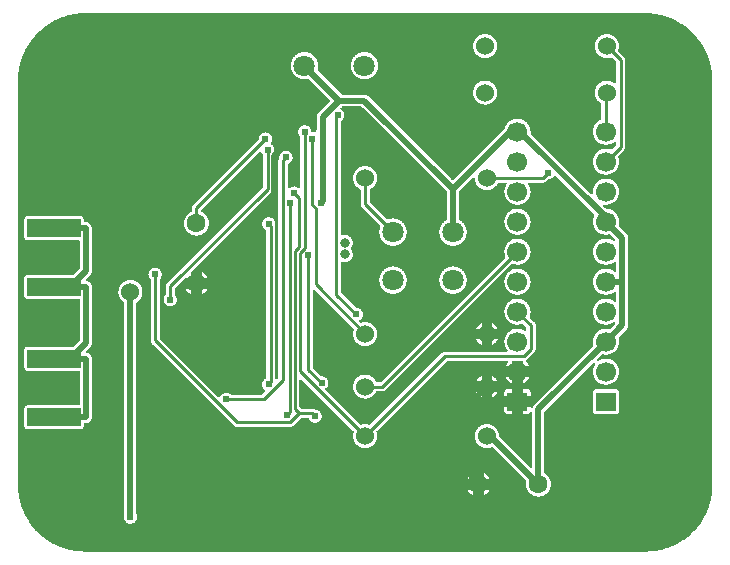
<source format=gbl>
G04 Layer: BottomLayer*
G04 EasyEDA v6.4.5, 2020-09-10T22:57:59+08:00*
G04 36a55f9fcc144517bb6f4fc5ac697fe8,26442c311dbe4305b3cc573dcfb82818,10*
G04 Gerber Generator version 0.2*
G04 Scale: 100 percent, Rotated: No, Reflected: No *
G04 Dimensions in millimeters *
G04 leading zeros omitted , absolute positions ,3 integer and 3 decimal *
%FSLAX33Y33*%
%MOMM*%
G90*
G71D02*

%ADD11C,0.259994*%
%ADD12C,0.499999*%
%ADD15C,0.610006*%
%ADD21C,1.524000*%
%ADD22C,0.799998*%
%ADD23C,1.599997*%
%ADD24C,1.699997*%
%ADD25R,1.699997X1.574800*%
%ADD27C,1.799996*%

%LPD*%
G36*
G01X53378Y45844D02*
G01X5930Y45844D01*
G01X5823Y45843D01*
G01X5716Y45840D01*
G01X5608Y45835D01*
G01X5501Y45828D01*
G01X5394Y45819D01*
G01X5288Y45807D01*
G01X5181Y45794D01*
G01X5074Y45779D01*
G01X4969Y45762D01*
G01X4863Y45743D01*
G01X4758Y45722D01*
G01X4653Y45698D01*
G01X4549Y45673D01*
G01X4445Y45646D01*
G01X4341Y45617D01*
G01X4238Y45586D01*
G01X4136Y45553D01*
G01X4035Y45518D01*
G01X3934Y45481D01*
G01X3833Y45442D01*
G01X3734Y45401D01*
G01X3636Y45359D01*
G01X3538Y45315D01*
G01X3441Y45268D01*
G01X3345Y45221D01*
G01X3250Y45171D01*
G01X3156Y45119D01*
G01X3062Y45066D01*
G01X2970Y45010D01*
G01X2879Y44953D01*
G01X2789Y44895D01*
G01X2700Y44835D01*
G01X2613Y44773D01*
G01X2526Y44709D01*
G01X2441Y44644D01*
G01X2357Y44577D01*
G01X2274Y44509D01*
G01X2193Y44439D01*
G01X2112Y44367D01*
G01X2034Y44294D01*
G01X1956Y44220D01*
G01X1880Y44144D01*
G01X1806Y44066D01*
G01X1733Y43988D01*
G01X1661Y43907D01*
G01X1591Y43826D01*
G01X1523Y43743D01*
G01X1456Y43659D01*
G01X1391Y43574D01*
G01X1327Y43487D01*
G01X1265Y43400D01*
G01X1205Y43311D01*
G01X1147Y43221D01*
G01X1090Y43130D01*
G01X1034Y43038D01*
G01X981Y42944D01*
G01X929Y42850D01*
G01X879Y42755D01*
G01X832Y42659D01*
G01X785Y42562D01*
G01X741Y42464D01*
G01X699Y42366D01*
G01X658Y42267D01*
G01X619Y42166D01*
G01X582Y42065D01*
G01X547Y41964D01*
G01X514Y41862D01*
G01X483Y41759D01*
G01X454Y41656D01*
G01X427Y41551D01*
G01X402Y41447D01*
G01X378Y41342D01*
G01X357Y41237D01*
G01X338Y41131D01*
G01X321Y41026D01*
G01X306Y40919D01*
G01X293Y40812D01*
G01X281Y40706D01*
G01X272Y40599D01*
G01X265Y40492D01*
G01X260Y40384D01*
G01X257Y40277D01*
G01X256Y40170D01*
G01X256Y5930D01*
G01X257Y5823D01*
G01X260Y5716D01*
G01X265Y5608D01*
G01X272Y5501D01*
G01X281Y5394D01*
G01X293Y5288D01*
G01X306Y5181D01*
G01X321Y5074D01*
G01X338Y4969D01*
G01X357Y4863D01*
G01X378Y4758D01*
G01X402Y4653D01*
G01X427Y4549D01*
G01X454Y4445D01*
G01X483Y4341D01*
G01X514Y4238D01*
G01X547Y4136D01*
G01X582Y4035D01*
G01X619Y3934D01*
G01X658Y3833D01*
G01X699Y3734D01*
G01X741Y3636D01*
G01X785Y3538D01*
G01X832Y3441D01*
G01X879Y3345D01*
G01X929Y3250D01*
G01X981Y3156D01*
G01X1034Y3062D01*
G01X1090Y2970D01*
G01X1147Y2879D01*
G01X1205Y2789D01*
G01X1265Y2700D01*
G01X1327Y2613D01*
G01X1391Y2526D01*
G01X1456Y2441D01*
G01X1523Y2357D01*
G01X1591Y2274D01*
G01X1661Y2193D01*
G01X1733Y2112D01*
G01X1806Y2034D01*
G01X1880Y1956D01*
G01X1956Y1880D01*
G01X2034Y1806D01*
G01X2112Y1733D01*
G01X2193Y1661D01*
G01X2274Y1591D01*
G01X2357Y1523D01*
G01X2441Y1456D01*
G01X2526Y1391D01*
G01X2613Y1327D01*
G01X2700Y1265D01*
G01X2789Y1205D01*
G01X2879Y1147D01*
G01X2970Y1090D01*
G01X3062Y1034D01*
G01X3156Y981D01*
G01X3250Y929D01*
G01X3345Y879D01*
G01X3441Y832D01*
G01X3538Y785D01*
G01X3636Y741D01*
G01X3734Y699D01*
G01X3833Y658D01*
G01X3934Y619D01*
G01X4035Y582D01*
G01X4136Y547D01*
G01X4238Y514D01*
G01X4341Y483D01*
G01X4445Y454D01*
G01X4549Y427D01*
G01X4653Y402D01*
G01X4758Y378D01*
G01X4863Y357D01*
G01X4969Y338D01*
G01X5074Y321D01*
G01X5181Y306D01*
G01X5288Y293D01*
G01X5394Y281D01*
G01X5501Y272D01*
G01X5608Y265D01*
G01X5716Y260D01*
G01X5823Y257D01*
G01X5930Y256D01*
G01X53378Y256D01*
G01X53485Y257D01*
G01X53592Y260D01*
G01X53700Y265D01*
G01X53807Y272D01*
G01X53914Y281D01*
G01X54020Y293D01*
G01X54127Y306D01*
G01X54234Y321D01*
G01X54339Y338D01*
G01X54445Y357D01*
G01X54550Y378D01*
G01X54655Y402D01*
G01X54759Y427D01*
G01X54864Y454D01*
G01X54967Y483D01*
G01X55070Y514D01*
G01X55172Y547D01*
G01X55273Y582D01*
G01X55374Y619D01*
G01X55475Y658D01*
G01X55574Y699D01*
G01X55672Y741D01*
G01X55770Y785D01*
G01X55867Y832D01*
G01X55963Y879D01*
G01X56058Y929D01*
G01X56152Y981D01*
G01X56246Y1034D01*
G01X56338Y1090D01*
G01X56429Y1147D01*
G01X56519Y1205D01*
G01X56608Y1265D01*
G01X56695Y1327D01*
G01X56782Y1391D01*
G01X56867Y1456D01*
G01X56951Y1523D01*
G01X57034Y1591D01*
G01X57115Y1661D01*
G01X57196Y1733D01*
G01X57274Y1806D01*
G01X57352Y1880D01*
G01X57428Y1956D01*
G01X57502Y2034D01*
G01X57575Y2112D01*
G01X57647Y2193D01*
G01X57717Y2274D01*
G01X57785Y2357D01*
G01X57852Y2441D01*
G01X57917Y2526D01*
G01X57981Y2613D01*
G01X58043Y2700D01*
G01X58103Y2789D01*
G01X58161Y2879D01*
G01X58218Y2970D01*
G01X58274Y3062D01*
G01X58327Y3156D01*
G01X58379Y3250D01*
G01X58429Y3345D01*
G01X58476Y3441D01*
G01X58523Y3538D01*
G01X58567Y3636D01*
G01X58609Y3734D01*
G01X58650Y3833D01*
G01X58689Y3934D01*
G01X58726Y4035D01*
G01X58761Y4136D01*
G01X58794Y4238D01*
G01X58825Y4341D01*
G01X58854Y4445D01*
G01X58881Y4549D01*
G01X58906Y4653D01*
G01X58930Y4758D01*
G01X58951Y4863D01*
G01X58970Y4969D01*
G01X58987Y5074D01*
G01X59002Y5181D01*
G01X59015Y5288D01*
G01X59027Y5394D01*
G01X59036Y5501D01*
G01X59043Y5608D01*
G01X59048Y5716D01*
G01X59051Y5823D01*
G01X59052Y5930D01*
G01X59052Y40170D01*
G01X59051Y40277D01*
G01X59048Y40384D01*
G01X59043Y40492D01*
G01X59036Y40599D01*
G01X59027Y40706D01*
G01X59015Y40812D01*
G01X59002Y40919D01*
G01X58987Y41026D01*
G01X58970Y41131D01*
G01X58951Y41237D01*
G01X58930Y41342D01*
G01X58906Y41447D01*
G01X58881Y41551D01*
G01X58854Y41656D01*
G01X58825Y41759D01*
G01X58794Y41862D01*
G01X58761Y41964D01*
G01X58726Y42065D01*
G01X58689Y42166D01*
G01X58650Y42267D01*
G01X58609Y42366D01*
G01X58567Y42464D01*
G01X58523Y42562D01*
G01X58476Y42659D01*
G01X58429Y42755D01*
G01X58379Y42850D01*
G01X58327Y42944D01*
G01X58274Y43038D01*
G01X58218Y43130D01*
G01X58161Y43221D01*
G01X58103Y43311D01*
G01X58043Y43400D01*
G01X57981Y43487D01*
G01X57917Y43574D01*
G01X57852Y43659D01*
G01X57785Y43743D01*
G01X57717Y43826D01*
G01X57647Y43907D01*
G01X57575Y43988D01*
G01X57502Y44066D01*
G01X57428Y44144D01*
G01X57352Y44220D01*
G01X57274Y44294D01*
G01X57196Y44367D01*
G01X57115Y44439D01*
G01X57034Y44509D01*
G01X56951Y44577D01*
G01X56867Y44644D01*
G01X56782Y44709D01*
G01X56695Y44773D01*
G01X56608Y44835D01*
G01X56519Y44895D01*
G01X56429Y44953D01*
G01X56338Y45010D01*
G01X56246Y45066D01*
G01X56152Y45119D01*
G01X56058Y45171D01*
G01X55963Y45221D01*
G01X55867Y45268D01*
G01X55770Y45315D01*
G01X55672Y45359D01*
G01X55574Y45401D01*
G01X55475Y45442D01*
G01X55374Y45481D01*
G01X55273Y45518D01*
G01X55172Y45553D01*
G01X55070Y45586D01*
G01X54967Y45617D01*
G01X54864Y45646D01*
G01X54759Y45673D01*
G01X54655Y45698D01*
G01X54550Y45722D01*
G01X54445Y45743D01*
G01X54339Y45762D01*
G01X54234Y45779D01*
G01X54127Y45794D01*
G01X54020Y45807D01*
G01X53914Y45819D01*
G01X53807Y45828D01*
G01X53700Y45835D01*
G01X53592Y45840D01*
G01X53485Y45843D01*
G01X53378Y45844D01*
G37*

%LPC*%
G36*
G01X9824Y23242D02*
G01X9779Y23243D01*
G01X9733Y23242D01*
G01X9687Y23239D01*
G01X9642Y23234D01*
G01X9597Y23227D01*
G01X9552Y23218D01*
G01X9508Y23206D01*
G01X9464Y23193D01*
G01X9420Y23178D01*
G01X9378Y23161D01*
G01X9337Y23142D01*
G01X9296Y23122D01*
G01X9256Y23099D01*
G01X9217Y23074D01*
G01X9180Y23048D01*
G01X9144Y23021D01*
G01X9108Y22992D01*
G01X9074Y22961D01*
G01X9042Y22929D01*
G01X9011Y22895D01*
G01X8982Y22860D01*
G01X8955Y22823D01*
G01X8929Y22786D01*
G01X8904Y22747D01*
G01X8881Y22707D01*
G01X8861Y22666D01*
G01X8842Y22625D01*
G01X8825Y22583D01*
G01X8810Y22539D01*
G01X8797Y22495D01*
G01X8785Y22451D01*
G01X8776Y22406D01*
G01X8769Y22361D01*
G01X8764Y22316D01*
G01X8761Y22270D01*
G01X8760Y22225D01*
G01X8761Y22178D01*
G01X8764Y22133D01*
G01X8769Y22086D01*
G01X8777Y22041D01*
G01X8786Y21996D01*
G01X8798Y21951D01*
G01X8811Y21907D01*
G01X8826Y21863D01*
G01X8843Y21821D01*
G01X8863Y21778D01*
G01X8884Y21737D01*
G01X8907Y21698D01*
G01X8932Y21659D01*
G01X8958Y21621D01*
G01X8987Y21584D01*
G01X9016Y21549D01*
G01X9047Y21515D01*
G01X9081Y21483D01*
G01X9115Y21452D01*
G01X9151Y21423D01*
G01X9187Y21395D01*
G01X9225Y21369D01*
G01X9237Y21360D01*
G01X9247Y21350D01*
G01X9256Y21339D01*
G01X9263Y21326D01*
G01X9268Y21312D01*
G01X9271Y21298D01*
G01X9272Y21284D01*
G01X9272Y3439D01*
G01X9270Y3418D01*
G01X9263Y3399D01*
G01X9250Y3363D01*
G01X9238Y3326D01*
G01X9229Y3289D01*
G01X9222Y3251D01*
G01X9218Y3213D01*
G01X9217Y3175D01*
G01X9218Y3140D01*
G01X9221Y3107D01*
G01X9226Y3073D01*
G01X9233Y3040D01*
G01X9243Y3007D01*
G01X9253Y2975D01*
G01X9266Y2944D01*
G01X9281Y2913D01*
G01X9298Y2884D01*
G01X9316Y2855D01*
G01X9337Y2828D01*
G01X9358Y2802D01*
G01X9381Y2777D01*
G01X9406Y2754D01*
G01X9432Y2733D01*
G01X9459Y2712D01*
G01X9488Y2694D01*
G01X9517Y2677D01*
G01X9548Y2662D01*
G01X9579Y2649D01*
G01X9611Y2639D01*
G01X9644Y2629D01*
G01X9677Y2622D01*
G01X9711Y2617D01*
G01X9744Y2614D01*
G01X9779Y2613D01*
G01X9813Y2614D01*
G01X9846Y2617D01*
G01X9880Y2622D01*
G01X9913Y2629D01*
G01X9946Y2639D01*
G01X9978Y2649D01*
G01X10009Y2662D01*
G01X10040Y2677D01*
G01X10069Y2694D01*
G01X10098Y2712D01*
G01X10125Y2733D01*
G01X10151Y2754D01*
G01X10176Y2777D01*
G01X10199Y2802D01*
G01X10220Y2828D01*
G01X10241Y2855D01*
G01X10259Y2884D01*
G01X10276Y2913D01*
G01X10291Y2944D01*
G01X10304Y2975D01*
G01X10314Y3007D01*
G01X10324Y3040D01*
G01X10331Y3073D01*
G01X10336Y3107D01*
G01X10339Y3140D01*
G01X10340Y3175D01*
G01X10339Y3213D01*
G01X10335Y3251D01*
G01X10328Y3289D01*
G01X10319Y3326D01*
G01X10307Y3363D01*
G01X10294Y3399D01*
G01X10287Y3418D01*
G01X10285Y3439D01*
G01X10285Y21284D01*
G01X10286Y21298D01*
G01X10289Y21312D01*
G01X10294Y21326D01*
G01X10301Y21339D01*
G01X10310Y21350D01*
G01X10320Y21360D01*
G01X10332Y21369D01*
G01X10370Y21395D01*
G01X10406Y21423D01*
G01X10442Y21452D01*
G01X10476Y21483D01*
G01X10510Y21515D01*
G01X10541Y21549D01*
G01X10570Y21584D01*
G01X10599Y21621D01*
G01X10625Y21659D01*
G01X10650Y21698D01*
G01X10673Y21737D01*
G01X10694Y21778D01*
G01X10714Y21821D01*
G01X10731Y21863D01*
G01X10746Y21907D01*
G01X10759Y21951D01*
G01X10771Y21996D01*
G01X10780Y22041D01*
G01X10788Y22086D01*
G01X10793Y22133D01*
G01X10796Y22178D01*
G01X10797Y22225D01*
G01X10796Y22270D01*
G01X10793Y22316D01*
G01X10788Y22361D01*
G01X10781Y22406D01*
G01X10772Y22451D01*
G01X10760Y22495D01*
G01X10747Y22539D01*
G01X10732Y22583D01*
G01X10715Y22625D01*
G01X10696Y22666D01*
G01X10676Y22707D01*
G01X10653Y22747D01*
G01X10628Y22786D01*
G01X10602Y22823D01*
G01X10575Y22860D01*
G01X10546Y22895D01*
G01X10515Y22929D01*
G01X10483Y22961D01*
G01X10449Y22992D01*
G01X10414Y23021D01*
G01X10377Y23048D01*
G01X10340Y23074D01*
G01X10301Y23099D01*
G01X10261Y23122D01*
G01X10220Y23142D01*
G01X10179Y23161D01*
G01X10137Y23178D01*
G01X10093Y23193D01*
G01X10049Y23206D01*
G01X10005Y23218D01*
G01X9960Y23227D01*
G01X9915Y23234D01*
G01X9870Y23239D01*
G01X9824Y23242D01*
G37*
G36*
G01X24560Y42557D02*
G01X24511Y42558D01*
G01X24461Y42557D01*
G01X24412Y42554D01*
G01X24364Y42549D01*
G01X24315Y42541D01*
G01X24267Y42532D01*
G01X24219Y42521D01*
G01X24172Y42507D01*
G01X24125Y42492D01*
G01X24079Y42474D01*
G01X24034Y42456D01*
G01X23990Y42434D01*
G01X23947Y42411D01*
G01X23904Y42387D01*
G01X23863Y42360D01*
G01X23823Y42331D01*
G01X23784Y42301D01*
G01X23746Y42270D01*
G01X23710Y42237D01*
G01X23675Y42202D01*
G01X23642Y42166D01*
G01X23611Y42128D01*
G01X23581Y42089D01*
G01X23552Y42049D01*
G01X23525Y42008D01*
G01X23501Y41965D01*
G01X23478Y41922D01*
G01X23456Y41878D01*
G01X23438Y41833D01*
G01X23420Y41787D01*
G01X23405Y41740D01*
G01X23391Y41693D01*
G01X23380Y41645D01*
G01X23371Y41597D01*
G01X23363Y41548D01*
G01X23358Y41500D01*
G01X23355Y41451D01*
G01X23354Y41402D01*
G01X23355Y41352D01*
G01X23358Y41303D01*
G01X23363Y41255D01*
G01X23371Y41206D01*
G01X23380Y41158D01*
G01X23391Y41110D01*
G01X23405Y41063D01*
G01X23420Y41016D01*
G01X23438Y40970D01*
G01X23456Y40925D01*
G01X23478Y40881D01*
G01X23501Y40838D01*
G01X23525Y40795D01*
G01X23552Y40754D01*
G01X23581Y40714D01*
G01X23611Y40675D01*
G01X23642Y40637D01*
G01X23675Y40601D01*
G01X23710Y40566D01*
G01X23746Y40533D01*
G01X23784Y40502D01*
G01X23823Y40472D01*
G01X23863Y40443D01*
G01X23904Y40416D01*
G01X23947Y40392D01*
G01X23990Y40369D01*
G01X24034Y40347D01*
G01X24079Y40329D01*
G01X24125Y40311D01*
G01X24172Y40296D01*
G01X24219Y40282D01*
G01X24267Y40271D01*
G01X24315Y40262D01*
G01X24364Y40254D01*
G01X24412Y40249D01*
G01X24461Y40246D01*
G01X24511Y40245D01*
G01X24565Y40246D01*
G01X24619Y40250D01*
G01X24673Y40256D01*
G01X24726Y40265D01*
G01X24779Y40276D01*
G01X24831Y40291D01*
G01X24859Y40294D01*
G01X24875Y40293D01*
G01X24890Y40289D01*
G01X24905Y40283D01*
G01X24919Y40275D01*
G01X24931Y40265D01*
G01X26681Y38514D01*
G01X26692Y38502D01*
G01X26700Y38489D01*
G01X26706Y38474D01*
G01X26710Y38458D01*
G01X26711Y38442D01*
G01X26710Y38427D01*
G01X26706Y38411D01*
G01X26700Y38396D01*
G01X26692Y38382D01*
G01X26681Y38371D01*
G01X25687Y37376D01*
G01X25664Y37351D01*
G01X25643Y37326D01*
G01X25624Y37299D01*
G01X25606Y37271D01*
G01X25591Y37241D01*
G01X25577Y37212D01*
G01X25565Y37181D01*
G01X25555Y37149D01*
G01X25548Y37117D01*
G01X25542Y37084D01*
G01X25539Y37050D01*
G01X25538Y37017D01*
G01X25538Y36048D01*
G01X25536Y36027D01*
G01X25530Y36007D01*
G01X25515Y35970D01*
G01X25503Y35932D01*
G01X25494Y35893D01*
G01X25488Y35854D01*
G01X25484Y35815D01*
G01X25482Y35799D01*
G01X25478Y35785D01*
G01X25471Y35771D01*
G01X25462Y35758D01*
G01X25452Y35746D01*
G01X25441Y35737D01*
G01X25427Y35729D01*
G01X25413Y35723D01*
G01X25398Y35720D01*
G01X25383Y35719D01*
G01X25367Y35720D01*
G01X25353Y35723D01*
G01X25315Y35733D01*
G01X25277Y35741D01*
G01X25238Y35745D01*
G01X25199Y35747D01*
G01X25185Y35749D01*
G01X25170Y35753D01*
G01X25156Y35758D01*
G01X25143Y35765D01*
G01X25132Y35774D01*
G01X25122Y35786D01*
G01X25113Y35798D01*
G01X25107Y35811D01*
G01X25102Y35825D01*
G01X25100Y35839D01*
G01X25096Y35873D01*
G01X25089Y35907D01*
G01X25080Y35941D01*
G01X25070Y35974D01*
G01X25058Y36006D01*
G01X25043Y36037D01*
G01X25027Y36068D01*
G01X25008Y36097D01*
G01X24989Y36125D01*
G01X24967Y36152D01*
G01X24943Y36177D01*
G01X24918Y36201D01*
G01X24893Y36223D01*
G01X24865Y36244D01*
G01X24836Y36264D01*
G01X24806Y36281D01*
G01X24775Y36296D01*
G01X24743Y36309D01*
G01X24711Y36321D01*
G01X24678Y36330D01*
G01X24644Y36338D01*
G01X24610Y36343D01*
G01X24576Y36346D01*
G01X24541Y36347D01*
G01X24507Y36346D01*
G01X24473Y36343D01*
G01X24440Y36338D01*
G01X24406Y36331D01*
G01X24374Y36322D01*
G01X24342Y36311D01*
G01X24310Y36298D01*
G01X24280Y36283D01*
G01X24250Y36266D01*
G01X24222Y36248D01*
G01X24195Y36228D01*
G01X24169Y36206D01*
G01X24144Y36183D01*
G01X24121Y36158D01*
G01X24099Y36132D01*
G01X24079Y36105D01*
G01X24060Y36076D01*
G01X24044Y36047D01*
G01X24029Y36016D01*
G01X24016Y35985D01*
G01X24005Y35953D01*
G01X23996Y35920D01*
G01X23989Y35887D01*
G01X23984Y35853D01*
G01X23981Y35820D01*
G01X23980Y35786D01*
G01X23981Y35751D01*
G01X23984Y35716D01*
G01X23989Y35682D01*
G01X23996Y35648D01*
G01X24006Y35614D01*
G01X24018Y35581D01*
G01X24031Y35549D01*
G01X24047Y35518D01*
G01X24064Y35488D01*
G01X24084Y35459D01*
G01X24105Y35432D01*
G01X24127Y35406D01*
G01X24137Y35393D01*
G01X24145Y35381D01*
G01X24150Y35366D01*
G01X24153Y35352D01*
G01X24154Y35336D01*
G01X24154Y31113D01*
G01X24153Y31099D01*
G01X24150Y31085D01*
G01X24145Y31071D01*
G01X24138Y31059D01*
G01X24130Y31047D01*
G01X24119Y31037D01*
G01X24108Y31028D01*
G01X24095Y31021D01*
G01X24081Y31016D01*
G01X24068Y31013D01*
G01X24053Y31012D01*
G01X24036Y31013D01*
G01X24019Y31018D01*
G01X24003Y31025D01*
G01X23988Y31035D01*
G01X23960Y31057D01*
G01X23931Y31076D01*
G01X23901Y31094D01*
G01X23870Y31110D01*
G01X23837Y31124D01*
G01X23804Y31136D01*
G01X23771Y31145D01*
G01X23736Y31153D01*
G01X23702Y31159D01*
G01X23667Y31162D01*
G01X23632Y31163D01*
G01X23597Y31162D01*
G01X23561Y31159D01*
G01X23527Y31153D01*
G01X23492Y31145D01*
G01X23458Y31135D01*
G01X23425Y31124D01*
G01X23392Y31109D01*
G01X23361Y31093D01*
G01X23330Y31075D01*
G01X23301Y31056D01*
G01X23274Y31034D01*
G01X23247Y31010D01*
G01X23235Y31001D01*
G01X23222Y30993D01*
G01X23207Y30988D01*
G01X23193Y30984D01*
G01X23178Y30983D01*
G01X23163Y30984D01*
G01X23149Y30987D01*
G01X23135Y30992D01*
G01X23123Y30999D01*
G01X23111Y31008D01*
G01X23101Y31018D01*
G01X23092Y31030D01*
G01X23085Y31042D01*
G01X23080Y31056D01*
G01X23077Y31070D01*
G01X23076Y31085D01*
G01X23076Y33006D01*
G01X23077Y33022D01*
G01X23080Y33036D01*
G01X23086Y33050D01*
G01X23094Y33064D01*
G01X23103Y33076D01*
G01X23115Y33086D01*
G01X23128Y33095D01*
G01X23141Y33101D01*
G01X23173Y33114D01*
G01X23203Y33129D01*
G01X23233Y33145D01*
G01X23262Y33164D01*
G01X23289Y33184D01*
G01X23315Y33206D01*
G01X23340Y33229D01*
G01X23363Y33254D01*
G01X23385Y33280D01*
G01X23405Y33307D01*
G01X23424Y33335D01*
G01X23440Y33365D01*
G01X23455Y33396D01*
G01X23468Y33427D01*
G01X23479Y33459D01*
G01X23488Y33492D01*
G01X23496Y33525D01*
G01X23501Y33559D01*
G01X23504Y33593D01*
G01X23505Y33627D01*
G01X23504Y33661D01*
G01X23501Y33694D01*
G01X23496Y33728D01*
G01X23488Y33761D01*
G01X23479Y33794D01*
G01X23469Y33826D01*
G01X23441Y33888D01*
G01X23424Y33917D01*
G01X23406Y33946D01*
G01X23385Y33973D01*
G01X23363Y33999D01*
G01X23341Y34024D01*
G01X23316Y34047D01*
G01X23290Y34069D01*
G01X23262Y34089D01*
G01X23234Y34107D01*
G01X23204Y34124D01*
G01X23174Y34139D01*
G01X23142Y34152D01*
G01X23110Y34163D01*
G01X23078Y34172D01*
G01X23044Y34179D01*
G01X23011Y34184D01*
G01X22977Y34187D01*
G01X22943Y34188D01*
G01X22908Y34187D01*
G01X22874Y34184D01*
G01X22839Y34178D01*
G01X22805Y34171D01*
G01X22772Y34161D01*
G01X22739Y34150D01*
G01X22707Y34136D01*
G01X22676Y34120D01*
G01X22646Y34103D01*
G01X22617Y34083D01*
G01X22589Y34062D01*
G01X22563Y34040D01*
G01X22538Y34015D01*
G01X22515Y33989D01*
G01X22493Y33962D01*
G01X22473Y33933D01*
G01X22455Y33903D01*
G01X22438Y33872D01*
G01X22424Y33841D01*
G01X22412Y33808D01*
G01X22402Y33775D01*
G01X22394Y33741D01*
G01X22388Y33706D01*
G01X22384Y33672D01*
G01X22382Y33637D01*
G01X22380Y33618D01*
G01X22374Y33600D01*
G01X22365Y33583D01*
G01X22349Y33556D01*
G01X22335Y33528D01*
G01X22324Y33498D01*
G01X22314Y33467D01*
G01X22308Y33436D01*
G01X22304Y33405D01*
G01X22303Y33373D01*
G01X22303Y14957D01*
G01X22302Y14940D01*
G01X22298Y14925D01*
G01X22292Y14910D01*
G01X22283Y14897D01*
G01X22273Y14884D01*
G01X22226Y14837D01*
G01X22214Y14827D01*
G01X22200Y14818D01*
G01X22185Y14812D01*
G01X22170Y14809D01*
G01X22154Y14807D01*
G01X22139Y14808D01*
G01X22125Y14811D01*
G01X22112Y14816D01*
G01X22099Y14823D01*
G01X22087Y14832D01*
G01X22077Y14842D01*
G01X22069Y14854D01*
G01X22061Y14867D01*
G01X22056Y14880D01*
G01X22053Y14895D01*
G01X22052Y14909D01*
G01X22052Y27815D01*
G01X22050Y27855D01*
G01X22044Y27894D01*
G01X22042Y27915D01*
G01X22043Y27927D01*
G01X22046Y27961D01*
G01X22047Y27995D01*
G01X22046Y28029D01*
G01X22043Y28063D01*
G01X22038Y28096D01*
G01X22030Y28130D01*
G01X22021Y28163D01*
G01X22011Y28195D01*
G01X21997Y28226D01*
G01X21983Y28256D01*
G01X21966Y28286D01*
G01X21948Y28314D01*
G01X21927Y28342D01*
G01X21905Y28368D01*
G01X21883Y28393D01*
G01X21858Y28415D01*
G01X21832Y28437D01*
G01X21804Y28458D01*
G01X21776Y28476D01*
G01X21746Y28493D01*
G01X21716Y28507D01*
G01X21684Y28521D01*
G01X21652Y28531D01*
G01X21620Y28540D01*
G01X21586Y28548D01*
G01X21553Y28553D01*
G01X21519Y28556D01*
G01X21485Y28557D01*
G01X21451Y28556D01*
G01X21418Y28553D01*
G01X21384Y28548D01*
G01X21351Y28540D01*
G01X21318Y28531D01*
G01X21286Y28521D01*
G01X21224Y28493D01*
G01X21195Y28476D01*
G01X21166Y28458D01*
G01X21139Y28437D01*
G01X21113Y28415D01*
G01X21088Y28393D01*
G01X21065Y28368D01*
G01X21043Y28342D01*
G01X21023Y28314D01*
G01X21005Y28286D01*
G01X20988Y28256D01*
G01X20973Y28226D01*
G01X20960Y28195D01*
G01X20949Y28163D01*
G01X20940Y28130D01*
G01X20933Y28096D01*
G01X20928Y28063D01*
G01X20925Y28029D01*
G01X20924Y27995D01*
G01X20925Y27961D01*
G01X20928Y27928D01*
G01X20933Y27894D01*
G01X20940Y27861D01*
G01X20949Y27828D01*
G01X20961Y27796D01*
G01X20973Y27765D01*
G01X20988Y27734D01*
G01X21005Y27705D01*
G01X21024Y27676D01*
G01X21043Y27649D01*
G01X21065Y27623D01*
G01X21089Y27598D01*
G01X21113Y27575D01*
G01X21139Y27553D01*
G01X21167Y27533D01*
G01X21195Y27515D01*
G01X21225Y27498D01*
G01X21238Y27489D01*
G01X21250Y27479D01*
G01X21260Y27467D01*
G01X21268Y27454D01*
G01X21275Y27439D01*
G01X21278Y27424D01*
G01X21279Y27408D01*
G01X21279Y14989D01*
G01X21278Y14973D01*
G01X21275Y14958D01*
G01X21268Y14943D01*
G01X21260Y14930D01*
G01X21250Y14917D01*
G01X21238Y14907D01*
G01X21225Y14899D01*
G01X21195Y14882D01*
G01X21167Y14864D01*
G01X21139Y14844D01*
G01X21113Y14822D01*
G01X21089Y14799D01*
G01X21065Y14774D01*
G01X21043Y14748D01*
G01X21005Y14692D01*
G01X20988Y14662D01*
G01X20973Y14632D01*
G01X20949Y14568D01*
G01X20940Y14536D01*
G01X20933Y14502D01*
G01X20928Y14469D01*
G01X20925Y14435D01*
G01X20924Y14401D01*
G01X20925Y14365D01*
G01X20929Y14330D01*
G01X20934Y14294D01*
G01X20942Y14259D01*
G01X20952Y14225D01*
G01X20965Y14191D01*
G01X20979Y14158D01*
G01X20996Y14126D01*
G01X21014Y14095D01*
G01X21035Y14066D01*
G01X21057Y14038D01*
G01X21082Y14011D01*
G01X21107Y13986D01*
G01X21134Y13963D01*
G01X21163Y13942D01*
G01X21175Y13931D01*
G01X21186Y13919D01*
G01X21195Y13905D01*
G01X21201Y13890D01*
G01X21205Y13875D01*
G01X21206Y13858D01*
G01X21205Y13843D01*
G01X21201Y13827D01*
G01X21195Y13812D01*
G01X21187Y13798D01*
G01X21176Y13787D01*
G01X20946Y13555D01*
G01X20934Y13545D01*
G01X20920Y13537D01*
G01X20905Y13531D01*
G01X20890Y13527D01*
G01X20874Y13526D01*
G01X18343Y13526D01*
G01X18328Y13527D01*
G01X18313Y13530D01*
G01X18299Y13535D01*
G01X18286Y13543D01*
G01X18274Y13552D01*
G01X18247Y13575D01*
G01X18220Y13596D01*
G01X18191Y13615D01*
G01X18161Y13633D01*
G01X18130Y13648D01*
G01X18098Y13662D01*
G01X18065Y13674D01*
G01X18031Y13683D01*
G01X17997Y13691D01*
G01X17963Y13696D01*
G01X17928Y13699D01*
G01X17894Y13700D01*
G01X17859Y13699D01*
G01X17825Y13696D01*
G01X17791Y13691D01*
G01X17757Y13683D01*
G01X17724Y13674D01*
G01X17691Y13663D01*
G01X17660Y13649D01*
G01X17629Y13634D01*
G01X17599Y13616D01*
G01X17570Y13598D01*
G01X17542Y13577D01*
G01X17516Y13554D01*
G01X17491Y13531D01*
G01X17468Y13505D01*
G01X17446Y13478D01*
G01X17426Y13450D01*
G01X17408Y13420D01*
G01X17391Y13390D01*
G01X17377Y13359D01*
G01X17371Y13346D01*
G01X17362Y13333D01*
G01X17351Y13323D01*
G01X17340Y13314D01*
G01X17327Y13307D01*
G01X17313Y13301D01*
G01X17298Y13298D01*
G01X17284Y13297D01*
G01X17268Y13298D01*
G01X17252Y13302D01*
G01X17237Y13308D01*
G01X17224Y13317D01*
G01X17212Y13327D01*
G01X12282Y18258D01*
G01X12272Y18270D01*
G01X12264Y18283D01*
G01X12258Y18298D01*
G01X12254Y18314D01*
G01X12253Y18330D01*
G01X12253Y23279D01*
G01X12254Y23294D01*
G01X12258Y23309D01*
G01X12263Y23323D01*
G01X12270Y23336D01*
G01X12280Y23348D01*
G01X12324Y23402D01*
G01X12343Y23431D01*
G01X12360Y23461D01*
G01X12376Y23492D01*
G01X12390Y23524D01*
G01X12401Y23557D01*
G01X12411Y23591D01*
G01X12418Y23625D01*
G01X12424Y23659D01*
G01X12427Y23694D01*
G01X12428Y23728D01*
G01X12427Y23762D01*
G01X12424Y23796D01*
G01X12419Y23829D01*
G01X12411Y23863D01*
G01X12402Y23895D01*
G01X12392Y23927D01*
G01X12378Y23959D01*
G01X12364Y23989D01*
G01X12347Y24019D01*
G01X12329Y24047D01*
G01X12308Y24075D01*
G01X12286Y24101D01*
G01X12264Y24125D01*
G01X12239Y24148D01*
G01X12213Y24170D01*
G01X12185Y24190D01*
G01X12157Y24209D01*
G01X12127Y24226D01*
G01X12097Y24240D01*
G01X12066Y24253D01*
G01X12034Y24264D01*
G01X12001Y24273D01*
G01X11967Y24280D01*
G01X11934Y24285D01*
G01X11900Y24289D01*
G01X11866Y24290D01*
G01X11832Y24289D01*
G01X11799Y24285D01*
G01X11765Y24280D01*
G01X11732Y24273D01*
G01X11699Y24264D01*
G01X11667Y24253D01*
G01X11636Y24240D01*
G01X11605Y24226D01*
G01X11576Y24209D01*
G01X11547Y24190D01*
G01X11520Y24170D01*
G01X11494Y24148D01*
G01X11469Y24125D01*
G01X11446Y24101D01*
G01X11424Y24075D01*
G01X11404Y24047D01*
G01X11386Y24019D01*
G01X11369Y23989D01*
G01X11354Y23959D01*
G01X11341Y23927D01*
G01X11330Y23895D01*
G01X11321Y23863D01*
G01X11314Y23829D01*
G01X11309Y23796D01*
G01X11306Y23762D01*
G01X11305Y23728D01*
G01X11306Y23694D01*
G01X11309Y23659D01*
G01X11315Y23625D01*
G01X11322Y23591D01*
G01X11331Y23557D01*
G01X11343Y23524D01*
G01X11357Y23492D01*
G01X11373Y23461D01*
G01X11390Y23431D01*
G01X11409Y23402D01*
G01X11453Y23348D01*
G01X11463Y23336D01*
G01X11470Y23323D01*
G01X11475Y23309D01*
G01X11479Y23294D01*
G01X11480Y23279D01*
G01X11480Y18127D01*
G01X11481Y18097D01*
G01X11484Y18067D01*
G01X11490Y18037D01*
G01X11499Y18008D01*
G01X11509Y17980D01*
G01X11522Y17952D01*
G01X11537Y17926D01*
G01X11553Y17900D01*
G01X11572Y17877D01*
G01X11593Y17854D01*
G01X18507Y10938D01*
G01X18529Y10917D01*
G01X18553Y10898D01*
G01X18578Y10881D01*
G01X18604Y10867D01*
G01X18632Y10854D01*
G01X18661Y10843D01*
G01X18690Y10835D01*
G01X18720Y10829D01*
G01X18750Y10825D01*
G01X18780Y10824D01*
G01X23314Y10824D01*
G01X23345Y10825D01*
G01X23375Y10829D01*
G01X23405Y10835D01*
G01X23434Y10843D01*
G01X23462Y10854D01*
G01X23489Y10867D01*
G01X23516Y10881D01*
G01X23541Y10898D01*
G01X23565Y10917D01*
G01X23587Y10938D01*
G01X24186Y11537D01*
G01X24198Y11547D01*
G01X24212Y11555D01*
G01X24227Y11561D01*
G01X24242Y11565D01*
G01X24258Y11566D01*
G01X24787Y11566D01*
G01X24802Y11565D01*
G01X24817Y11562D01*
G01X24831Y11556D01*
G01X24844Y11548D01*
G01X24856Y11539D01*
G01X24867Y11528D01*
G01X24875Y11515D01*
G01X24882Y11502D01*
G01X24896Y11469D01*
G01X24912Y11438D01*
G01X24930Y11407D01*
G01X24949Y11378D01*
G01X24971Y11350D01*
G01X24994Y11323D01*
G01X25019Y11298D01*
G01X25046Y11275D01*
G01X25073Y11253D01*
G01X25103Y11233D01*
G01X25133Y11215D01*
G01X25165Y11198D01*
G01X25197Y11185D01*
G01X25230Y11172D01*
G01X25264Y11163D01*
G01X25299Y11155D01*
G01X25334Y11149D01*
G01X25369Y11146D01*
G01X25405Y11145D01*
G01X25439Y11146D01*
G01X25472Y11149D01*
G01X25506Y11154D01*
G01X25539Y11161D01*
G01X25572Y11170D01*
G01X25604Y11181D01*
G01X25635Y11194D01*
G01X25666Y11209D01*
G01X25695Y11226D01*
G01X25724Y11244D01*
G01X25751Y11264D01*
G01X25777Y11286D01*
G01X25802Y11309D01*
G01X25825Y11334D01*
G01X25847Y11360D01*
G01X25867Y11387D01*
G01X25885Y11416D01*
G01X25902Y11445D01*
G01X25917Y11476D01*
G01X25930Y11507D01*
G01X25941Y11539D01*
G01X25950Y11572D01*
G01X25957Y11605D01*
G01X25962Y11639D01*
G01X25965Y11672D01*
G01X25966Y11706D01*
G01X25965Y11741D01*
G01X25962Y11776D01*
G01X25956Y11811D01*
G01X25949Y11845D01*
G01X25939Y11878D01*
G01X25927Y11911D01*
G01X25914Y11943D01*
G01X25898Y11975D01*
G01X25881Y12005D01*
G01X25861Y12034D01*
G01X25840Y12061D01*
G01X25817Y12088D01*
G01X25792Y12113D01*
G01X25766Y12136D01*
G01X25739Y12157D01*
G01X25710Y12177D01*
G01X25680Y12196D01*
G01X25649Y12212D01*
G01X25617Y12226D01*
G01X25585Y12238D01*
G01X25551Y12248D01*
G01X25517Y12257D01*
G01X25483Y12263D01*
G01X25448Y12266D01*
G01X25413Y12268D01*
G01X25395Y12270D01*
G01X25378Y12275D01*
G01X25362Y12283D01*
G01X25335Y12298D01*
G01X25308Y12310D01*
G01X25280Y12321D01*
G01X25251Y12329D01*
G01X25221Y12335D01*
G01X25191Y12338D01*
G01X25161Y12339D01*
G01X24257Y12339D01*
G01X24241Y12340D01*
G01X24226Y12344D01*
G01X24211Y12351D01*
G01X24198Y12359D01*
G01X24185Y12369D01*
G01X24112Y12442D01*
G01X24101Y12454D01*
G01X24093Y12468D01*
G01X24087Y12483D01*
G01X24083Y12498D01*
G01X24082Y12514D01*
G01X24082Y14788D01*
G01X24083Y14802D01*
G01X24086Y14816D01*
G01X24091Y14830D01*
G01X24098Y14843D01*
G01X24107Y14854D01*
G01X24117Y14865D01*
G01X24128Y14873D01*
G01X24141Y14880D01*
G01X24155Y14885D01*
G01X24169Y14888D01*
G01X24183Y14889D01*
G01X24199Y14888D01*
G01X24215Y14884D01*
G01X24230Y14878D01*
G01X24243Y14870D01*
G01X24255Y14860D01*
G01X28657Y10460D01*
G01X28667Y10448D01*
G01X28676Y10434D01*
G01X28682Y10419D01*
G01X28686Y10404D01*
G01X28687Y10388D01*
G01X28685Y10371D01*
G01X28682Y10356D01*
G01X28667Y10311D01*
G01X28656Y10265D01*
G01X28646Y10219D01*
G01X28639Y10173D01*
G01X28633Y10126D01*
G01X28630Y10079D01*
G01X28629Y10033D01*
G01X28630Y9987D01*
G01X28633Y9941D01*
G01X28638Y9896D01*
G01X28645Y9851D01*
G01X28654Y9806D01*
G01X28665Y9762D01*
G01X28679Y9718D01*
G01X28694Y9674D01*
G01X28711Y9632D01*
G01X28730Y9591D01*
G01X28751Y9550D01*
G01X28773Y9510D01*
G01X28798Y9471D01*
G01X28823Y9434D01*
G01X28851Y9398D01*
G01X28880Y9362D01*
G01X28911Y9328D01*
G01X28944Y9296D01*
G01X28977Y9265D01*
G01X29012Y9236D01*
G01X29049Y9209D01*
G01X29087Y9183D01*
G01X29125Y9158D01*
G01X29165Y9135D01*
G01X29205Y9115D01*
G01X29247Y9096D01*
G01X29290Y9079D01*
G01X29333Y9064D01*
G01X29377Y9051D01*
G01X29421Y9039D01*
G01X29466Y9030D01*
G01X29511Y9023D01*
G01X29556Y9018D01*
G01X29602Y9015D01*
G01X29647Y9014D01*
G01X29693Y9015D01*
G01X29739Y9018D01*
G01X29784Y9023D01*
G01X29829Y9030D01*
G01X29874Y9039D01*
G01X29919Y9051D01*
G01X29962Y9064D01*
G01X30006Y9079D01*
G01X30048Y9096D01*
G01X30089Y9115D01*
G01X30130Y9135D01*
G01X30170Y9158D01*
G01X30209Y9183D01*
G01X30246Y9209D01*
G01X30282Y9236D01*
G01X30317Y9265D01*
G01X30351Y9296D01*
G01X30383Y9328D01*
G01X30414Y9362D01*
G01X30444Y9398D01*
G01X30471Y9434D01*
G01X30498Y9471D01*
G01X30522Y9510D01*
G01X30545Y9550D01*
G01X30565Y9591D01*
G01X30584Y9632D01*
G01X30601Y9674D01*
G01X30616Y9718D01*
G01X30629Y9762D01*
G01X30641Y9806D01*
G01X30650Y9851D01*
G01X30657Y9896D01*
G01X30662Y9941D01*
G01X30665Y9987D01*
G01X30666Y10033D01*
G01X30665Y10081D01*
G01X30661Y10130D01*
G01X30656Y10178D01*
G01X30648Y10227D01*
G01X30637Y10274D01*
G01X30624Y10321D01*
G01X30610Y10368D01*
G01X30605Y10384D01*
G01X30603Y10401D01*
G01X30605Y10417D01*
G01X30609Y10432D01*
G01X30615Y10447D01*
G01X30623Y10461D01*
G01X30633Y10473D01*
G01X36536Y16375D01*
G01X36548Y16386D01*
G01X36561Y16394D01*
G01X36576Y16400D01*
G01X36592Y16404D01*
G01X36608Y16405D01*
G01X41648Y16405D01*
G01X41663Y16404D01*
G01X41676Y16401D01*
G01X41690Y16396D01*
G01X41703Y16389D01*
G01X41714Y16380D01*
G01X41725Y16370D01*
G01X41733Y16358D01*
G01X41740Y16345D01*
G01X41745Y16332D01*
G01X41748Y16318D01*
G01X41749Y16303D01*
G01X41748Y16289D01*
G01X41745Y16274D01*
G01X41740Y16260D01*
G01X41733Y16247D01*
G01X41724Y16235D01*
G01X41690Y16197D01*
G01X41659Y16156D01*
G01X41629Y16115D01*
G01X41601Y16072D01*
G01X41575Y16027D01*
G01X41552Y15982D01*
G01X42056Y15982D01*
G01X42056Y16303D01*
G01X42057Y16318D01*
G01X42060Y16332D01*
G01X42065Y16345D01*
G01X42072Y16358D01*
G01X42081Y16370D01*
G01X42091Y16380D01*
G01X42103Y16389D01*
G01X42115Y16396D01*
G01X42129Y16401D01*
G01X42143Y16404D01*
G01X42157Y16405D01*
G01X42932Y16405D01*
G01X42946Y16404D01*
G01X42960Y16401D01*
G01X42974Y16396D01*
G01X42986Y16389D01*
G01X42998Y16380D01*
G01X43008Y16370D01*
G01X43017Y16358D01*
G01X43024Y16345D01*
G01X43029Y16332D01*
G01X43032Y16318D01*
G01X43033Y16303D01*
G01X43033Y15982D01*
G01X43537Y15982D01*
G01X43513Y16028D01*
G01X43487Y16074D01*
G01X43458Y16118D01*
G01X43427Y16161D01*
G01X43395Y16202D01*
G01X43360Y16241D01*
G01X43324Y16279D01*
G01X43286Y16315D01*
G01X43274Y16328D01*
G01X43265Y16342D01*
G01X43258Y16357D01*
G01X43254Y16373D01*
G01X43252Y16391D01*
G01X43254Y16407D01*
G01X43257Y16423D01*
G01X43264Y16437D01*
G01X43272Y16452D01*
G01X43283Y16464D01*
G01X43296Y16474D01*
G01X43323Y16495D01*
G01X43349Y16518D01*
G01X43968Y17138D01*
G01X43989Y17160D01*
G01X44008Y17184D01*
G01X44025Y17209D01*
G01X44040Y17236D01*
G01X44052Y17263D01*
G01X44063Y17292D01*
G01X44071Y17321D01*
G01X44077Y17351D01*
G01X44081Y17381D01*
G01X44082Y17411D01*
G01X44082Y19423D01*
G01X44081Y19453D01*
G01X44077Y19483D01*
G01X44071Y19513D01*
G01X44063Y19542D01*
G01X44052Y19571D01*
G01X44040Y19598D01*
G01X44025Y19625D01*
G01X44008Y19650D01*
G01X43989Y19674D01*
G01X43968Y19696D01*
G01X43599Y20066D01*
G01X43589Y20078D01*
G01X43581Y20091D01*
G01X43575Y20106D01*
G01X43571Y20121D01*
G01X43570Y20137D01*
G01X43571Y20156D01*
G01X43576Y20174D01*
G01X43594Y20222D01*
G01X43609Y20271D01*
G01X43621Y20320D01*
G01X43632Y20370D01*
G01X43640Y20421D01*
G01X43646Y20471D01*
G01X43650Y20522D01*
G01X43651Y20574D01*
G01X43650Y20622D01*
G01X43647Y20670D01*
G01X43642Y20718D01*
G01X43634Y20766D01*
G01X43625Y20813D01*
G01X43613Y20860D01*
G01X43600Y20906D01*
G01X43584Y20952D01*
G01X43567Y20997D01*
G01X43547Y21041D01*
G01X43526Y21085D01*
G01X43503Y21127D01*
G01X43478Y21168D01*
G01X43451Y21208D01*
G01X43422Y21247D01*
G01X43392Y21285D01*
G01X43360Y21321D01*
G01X43327Y21356D01*
G01X43292Y21389D01*
G01X43256Y21421D01*
G01X43218Y21451D01*
G01X43179Y21480D01*
G01X43139Y21507D01*
G01X43098Y21532D01*
G01X43056Y21555D01*
G01X43012Y21576D01*
G01X42968Y21596D01*
G01X42923Y21613D01*
G01X42877Y21629D01*
G01X42831Y21642D01*
G01X42784Y21654D01*
G01X42737Y21663D01*
G01X42689Y21671D01*
G01X42641Y21676D01*
G01X42593Y21679D01*
G01X42545Y21680D01*
G01X42496Y21679D01*
G01X42448Y21676D01*
G01X42400Y21671D01*
G01X42352Y21663D01*
G01X42305Y21654D01*
G01X42258Y21642D01*
G01X42212Y21629D01*
G01X42166Y21613D01*
G01X42121Y21596D01*
G01X42077Y21576D01*
G01X42033Y21555D01*
G01X41991Y21532D01*
G01X41950Y21507D01*
G01X41910Y21480D01*
G01X41871Y21451D01*
G01X41833Y21421D01*
G01X41797Y21389D01*
G01X41762Y21356D01*
G01X41729Y21321D01*
G01X41697Y21285D01*
G01X41667Y21247D01*
G01X41638Y21208D01*
G01X41611Y21168D01*
G01X41586Y21127D01*
G01X41563Y21085D01*
G01X41542Y21041D01*
G01X41522Y20997D01*
G01X41505Y20952D01*
G01X41489Y20906D01*
G01X41476Y20860D01*
G01X41464Y20813D01*
G01X41455Y20766D01*
G01X41447Y20718D01*
G01X41442Y20670D01*
G01X41439Y20622D01*
G01X41438Y20574D01*
G01X41439Y20525D01*
G01X41442Y20477D01*
G01X41447Y20429D01*
G01X41455Y20381D01*
G01X41464Y20334D01*
G01X41476Y20287D01*
G01X41489Y20241D01*
G01X41505Y20195D01*
G01X41522Y20150D01*
G01X41542Y20106D01*
G01X41563Y20062D01*
G01X41586Y20020D01*
G01X41611Y19979D01*
G01X41638Y19939D01*
G01X41667Y19900D01*
G01X41697Y19862D01*
G01X41729Y19826D01*
G01X41762Y19791D01*
G01X41797Y19758D01*
G01X41833Y19726D01*
G01X41871Y19696D01*
G01X41910Y19667D01*
G01X41950Y19640D01*
G01X41991Y19615D01*
G01X42033Y19592D01*
G01X42077Y19571D01*
G01X42121Y19551D01*
G01X42166Y19534D01*
G01X42212Y19518D01*
G01X42258Y19505D01*
G01X42305Y19493D01*
G01X42352Y19484D01*
G01X42400Y19476D01*
G01X42448Y19471D01*
G01X42496Y19468D01*
G01X42545Y19467D01*
G01X42596Y19468D01*
G01X42647Y19472D01*
G01X42697Y19478D01*
G01X42748Y19486D01*
G01X42798Y19497D01*
G01X42847Y19509D01*
G01X42896Y19524D01*
G01X42944Y19542D01*
G01X42962Y19547D01*
G01X42981Y19548D01*
G01X42997Y19547D01*
G01X43012Y19543D01*
G01X43027Y19537D01*
G01X43040Y19529D01*
G01X43053Y19519D01*
G01X43279Y19292D01*
G01X43289Y19281D01*
G01X43297Y19267D01*
G01X43303Y19252D01*
G01X43308Y19236D01*
G01X43309Y19221D01*
G01X43309Y19044D01*
G01X43308Y19029D01*
G01X43304Y19015D01*
G01X43299Y19002D01*
G01X43292Y18989D01*
G01X43284Y18977D01*
G01X43273Y18967D01*
G01X43262Y18959D01*
G01X43249Y18951D01*
G01X43235Y18946D01*
G01X43222Y18943D01*
G01X43207Y18942D01*
G01X43192Y18943D01*
G01X43178Y18946D01*
G01X43164Y18951D01*
G01X43151Y18959D01*
G01X43109Y18985D01*
G01X43066Y19009D01*
G01X43022Y19032D01*
G01X42977Y19052D01*
G01X42932Y19070D01*
G01X42885Y19087D01*
G01X42838Y19101D01*
G01X42789Y19112D01*
G01X42741Y19123D01*
G01X42692Y19130D01*
G01X42643Y19136D01*
G01X42594Y19139D01*
G01X42545Y19140D01*
G01X42496Y19139D01*
G01X42448Y19136D01*
G01X42400Y19131D01*
G01X42352Y19123D01*
G01X42305Y19114D01*
G01X42258Y19102D01*
G01X42212Y19089D01*
G01X42166Y19073D01*
G01X42121Y19056D01*
G01X42077Y19036D01*
G01X42033Y19015D01*
G01X41991Y18992D01*
G01X41950Y18967D01*
G01X41910Y18940D01*
G01X41871Y18911D01*
G01X41833Y18881D01*
G01X41797Y18849D01*
G01X41762Y18816D01*
G01X41729Y18781D01*
G01X41697Y18745D01*
G01X41667Y18707D01*
G01X41638Y18668D01*
G01X41611Y18628D01*
G01X41586Y18587D01*
G01X41563Y18545D01*
G01X41542Y18501D01*
G01X41522Y18457D01*
G01X41505Y18412D01*
G01X41489Y18366D01*
G01X41476Y18320D01*
G01X41464Y18273D01*
G01X41455Y18226D01*
G01X41447Y18178D01*
G01X41442Y18130D01*
G01X41439Y18082D01*
G01X41438Y18034D01*
G01X41439Y17984D01*
G01X41443Y17934D01*
G01X41448Y17885D01*
G01X41456Y17836D01*
G01X41466Y17787D01*
G01X41478Y17739D01*
G01X41492Y17691D01*
G01X41509Y17644D01*
G01X41527Y17598D01*
G01X41548Y17553D01*
G01X41570Y17509D01*
G01X41595Y17466D01*
G01X41621Y17423D01*
G01X41650Y17383D01*
G01X41680Y17343D01*
G01X41690Y17329D01*
G01X41696Y17313D01*
G01X41701Y17296D01*
G01X41702Y17280D01*
G01X41701Y17265D01*
G01X41698Y17251D01*
G01X41693Y17237D01*
G01X41686Y17225D01*
G01X41677Y17213D01*
G01X41667Y17203D01*
G01X41656Y17194D01*
G01X41643Y17187D01*
G01X41629Y17182D01*
G01X41615Y17179D01*
G01X41601Y17178D01*
G01X36405Y17178D01*
G01X36375Y17177D01*
G01X36345Y17173D01*
G01X36315Y17167D01*
G01X36286Y17159D01*
G01X36257Y17149D01*
G01X36230Y17136D01*
G01X36203Y17121D01*
G01X36178Y17104D01*
G01X36154Y17086D01*
G01X36132Y17065D01*
G01X30086Y11019D01*
G01X30074Y11009D01*
G01X30060Y11000D01*
G01X30046Y10994D01*
G01X30030Y10991D01*
G01X30014Y10989D01*
G01X29997Y10991D01*
G01X29981Y10995D01*
G01X29935Y11010D01*
G01X29888Y11022D01*
G01X29840Y11033D01*
G01X29793Y11041D01*
G01X29744Y11046D01*
G01X29696Y11050D01*
G01X29647Y11051D01*
G01X29597Y11050D01*
G01X29547Y11046D01*
G01X29497Y11040D01*
G01X29447Y11031D01*
G01X29398Y11020D01*
G01X29350Y11006D01*
G01X29302Y10991D01*
G01X29285Y10986D01*
G01X29267Y10984D01*
G01X29252Y10986D01*
G01X29236Y10990D01*
G01X29221Y10996D01*
G01X29208Y11004D01*
G01X29196Y11014D01*
G01X26290Y13919D01*
G01X26279Y13931D01*
G01X26271Y13945D01*
G01X26265Y13960D01*
G01X26261Y13975D01*
G01X26260Y13991D01*
G01X26261Y14007D01*
G01X26265Y14023D01*
G01X26271Y14038D01*
G01X26279Y14051D01*
G01X26290Y14063D01*
G01X26302Y14074D01*
G01X26331Y14095D01*
G01X26358Y14119D01*
G01X26383Y14144D01*
G01X26406Y14170D01*
G01X26429Y14198D01*
G01X26449Y14228D01*
G01X26467Y14258D01*
G01X26483Y14290D01*
G01X26497Y14323D01*
G01X26509Y14356D01*
G01X26520Y14390D01*
G01X26527Y14425D01*
G01X26533Y14460D01*
G01X26536Y14495D01*
G01X26537Y14531D01*
G01X26536Y14565D01*
G01X26533Y14599D01*
G01X26528Y14633D01*
G01X26521Y14667D01*
G01X26512Y14700D01*
G01X26500Y14733D01*
G01X26487Y14764D01*
G01X26472Y14794D01*
G01X26455Y14824D01*
G01X26436Y14853D01*
G01X26416Y14881D01*
G01X26393Y14907D01*
G01X26369Y14932D01*
G01X26344Y14955D01*
G01X26317Y14977D01*
G01X26290Y14997D01*
G01X26261Y15015D01*
G01X26231Y15032D01*
G01X26199Y15046D01*
G01X26168Y15059D01*
G01X26135Y15069D01*
G01X26102Y15078D01*
G01X26068Y15085D01*
G01X26034Y15090D01*
G01X25999Y15092D01*
G01X25985Y15094D01*
G01X25970Y15098D01*
G01X25956Y15104D01*
G01X25944Y15111D01*
G01X25932Y15122D01*
G01X25264Y15789D01*
G01X25254Y15801D01*
G01X25246Y15815D01*
G01X25240Y15829D01*
G01X25236Y15845D01*
G01X25235Y15861D01*
G01X25235Y22288D01*
G01X25236Y22303D01*
G01X25239Y22317D01*
G01X25244Y22330D01*
G01X25251Y22343D01*
G01X25260Y22355D01*
G01X25270Y22365D01*
G01X25282Y22373D01*
G01X25294Y22380D01*
G01X25308Y22386D01*
G01X25322Y22389D01*
G01X25337Y22390D01*
G01X25352Y22389D01*
G01X25368Y22385D01*
G01X25383Y22378D01*
G01X25396Y22370D01*
G01X25408Y22360D01*
G01X28661Y19107D01*
G01X28672Y19095D01*
G01X28680Y19082D01*
G01X28686Y19067D01*
G01X28689Y19052D01*
G01X28691Y19035D01*
G01X28689Y19019D01*
G01X28685Y19002D01*
G01X28671Y18956D01*
G01X28658Y18909D01*
G01X28648Y18862D01*
G01X28640Y18814D01*
G01X28633Y18766D01*
G01X28630Y18717D01*
G01X28629Y18669D01*
G01X28630Y18623D01*
G01X28633Y18577D01*
G01X28638Y18532D01*
G01X28645Y18487D01*
G01X28654Y18442D01*
G01X28665Y18398D01*
G01X28679Y18354D01*
G01X28694Y18310D01*
G01X28711Y18268D01*
G01X28730Y18227D01*
G01X28751Y18186D01*
G01X28773Y18146D01*
G01X28798Y18107D01*
G01X28823Y18070D01*
G01X28851Y18034D01*
G01X28880Y17998D01*
G01X28911Y17964D01*
G01X28944Y17932D01*
G01X28977Y17901D01*
G01X29012Y17872D01*
G01X29049Y17845D01*
G01X29087Y17819D01*
G01X29125Y17794D01*
G01X29165Y17771D01*
G01X29205Y17751D01*
G01X29247Y17732D01*
G01X29290Y17715D01*
G01X29333Y17700D01*
G01X29377Y17687D01*
G01X29421Y17675D01*
G01X29466Y17666D01*
G01X29511Y17659D01*
G01X29556Y17654D01*
G01X29602Y17651D01*
G01X29647Y17650D01*
G01X29693Y17651D01*
G01X29739Y17654D01*
G01X29784Y17659D01*
G01X29829Y17666D01*
G01X29874Y17675D01*
G01X29919Y17687D01*
G01X29962Y17700D01*
G01X30006Y17715D01*
G01X30048Y17732D01*
G01X30089Y17751D01*
G01X30130Y17771D01*
G01X30170Y17794D01*
G01X30209Y17819D01*
G01X30246Y17845D01*
G01X30282Y17872D01*
G01X30317Y17901D01*
G01X30351Y17932D01*
G01X30383Y17964D01*
G01X30414Y17998D01*
G01X30444Y18034D01*
G01X30471Y18070D01*
G01X30498Y18107D01*
G01X30522Y18146D01*
G01X30545Y18186D01*
G01X30565Y18227D01*
G01X30584Y18268D01*
G01X30601Y18310D01*
G01X30616Y18354D01*
G01X30629Y18398D01*
G01X30641Y18442D01*
G01X30650Y18487D01*
G01X30657Y18532D01*
G01X30662Y18577D01*
G01X30665Y18623D01*
G01X30666Y18669D01*
G01X30665Y18714D01*
G01X30662Y18760D01*
G01X30657Y18805D01*
G01X30650Y18850D01*
G01X30641Y18895D01*
G01X30629Y18939D01*
G01X30616Y18983D01*
G01X30601Y19027D01*
G01X30584Y19069D01*
G01X30565Y19110D01*
G01X30545Y19151D01*
G01X30522Y19191D01*
G01X30498Y19230D01*
G01X30444Y19304D01*
G01X30414Y19339D01*
G01X30383Y19373D01*
G01X30351Y19405D01*
G01X30317Y19436D01*
G01X30282Y19465D01*
G01X30246Y19492D01*
G01X30209Y19518D01*
G01X30170Y19543D01*
G01X30130Y19566D01*
G01X30089Y19586D01*
G01X30048Y19605D01*
G01X30006Y19622D01*
G01X29962Y19637D01*
G01X29919Y19650D01*
G01X29874Y19662D01*
G01X29829Y19671D01*
G01X29784Y19678D01*
G01X29739Y19683D01*
G01X29693Y19686D01*
G01X29647Y19687D01*
G01X29599Y19686D01*
G01X29550Y19682D01*
G01X29502Y19676D01*
G01X29453Y19668D01*
G01X29406Y19658D01*
G01X29359Y19645D01*
G01X29312Y19630D01*
G01X29296Y19626D01*
G01X29279Y19625D01*
G01X29263Y19626D01*
G01X29248Y19630D01*
G01X29233Y19636D01*
G01X29219Y19644D01*
G01X29207Y19655D01*
G01X29171Y19691D01*
G01X29160Y19703D01*
G01X29152Y19717D01*
G01X29146Y19731D01*
G01X29142Y19747D01*
G01X29141Y19763D01*
G01X29142Y19777D01*
G01X29145Y19792D01*
G01X29151Y19805D01*
G01X29158Y19819D01*
G01X29167Y19830D01*
G01X29177Y19840D01*
G01X29189Y19849D01*
G01X29219Y19869D01*
G01X29248Y19890D01*
G01X29275Y19914D01*
G01X29300Y19939D01*
G01X29324Y19965D01*
G01X29346Y19993D01*
G01X29366Y20023D01*
G01X29385Y20053D01*
G01X29402Y20085D01*
G01X29416Y20118D01*
G01X29428Y20151D01*
G01X29438Y20186D01*
G01X29446Y20220D01*
G01X29451Y20256D01*
G01X29455Y20292D01*
G01X29456Y20327D01*
G01X29455Y20362D01*
G01X29452Y20396D01*
G01X29447Y20430D01*
G01X29439Y20463D01*
G01X29430Y20496D01*
G01X29419Y20529D01*
G01X29406Y20560D01*
G01X29390Y20591D01*
G01X29373Y20621D01*
G01X29354Y20650D01*
G01X29334Y20677D01*
G01X29312Y20703D01*
G01X29288Y20728D01*
G01X29262Y20751D01*
G01X29236Y20773D01*
G01X29208Y20793D01*
G01X29179Y20811D01*
G01X29149Y20828D01*
G01X29118Y20842D01*
G01X29086Y20855D01*
G01X29053Y20866D01*
G01X29020Y20874D01*
G01X28986Y20881D01*
G01X28952Y20886D01*
G01X28918Y20888D01*
G01X28903Y20890D01*
G01X28888Y20894D01*
G01X28875Y20900D01*
G01X28862Y20908D01*
G01X28850Y20918D01*
G01X27637Y22132D01*
G01X27627Y22143D01*
G01X27618Y22157D01*
G01X27612Y22172D01*
G01X27608Y22187D01*
G01X27607Y22203D01*
G01X27607Y24685D01*
G01X27608Y24700D01*
G01X27611Y24714D01*
G01X27616Y24728D01*
G01X27624Y24741D01*
G01X27632Y24752D01*
G01X27642Y24762D01*
G01X27654Y24771D01*
G01X27667Y24778D01*
G01X27680Y24783D01*
G01X27694Y24786D01*
G01X27709Y24787D01*
G01X27725Y24786D01*
G01X27740Y24782D01*
G01X27779Y24771D01*
G01X27819Y24762D01*
G01X27859Y24756D01*
G01X27899Y24752D01*
G01X27940Y24751D01*
G01X27976Y24752D01*
G01X28013Y24755D01*
G01X28049Y24760D01*
G01X28086Y24768D01*
G01X28121Y24777D01*
G01X28156Y24788D01*
G01X28191Y24801D01*
G01X28224Y24816D01*
G01X28257Y24833D01*
G01X28289Y24852D01*
G01X28319Y24872D01*
G01X28349Y24895D01*
G01X28377Y24918D01*
G01X28404Y24943D01*
G01X28429Y24970D01*
G01X28453Y24998D01*
G01X28475Y25028D01*
G01X28495Y25059D01*
G01X28514Y25090D01*
G01X28531Y25123D01*
G01X28546Y25157D01*
G01X28559Y25191D01*
G01X28570Y25226D01*
G01X28580Y25262D01*
G01X28587Y25298D01*
G01X28592Y25334D01*
G01X28595Y25371D01*
G01X28596Y25408D01*
G01X28595Y25447D01*
G01X28591Y25486D01*
G01X28586Y25525D01*
G01X28577Y25564D01*
G01X28567Y25602D01*
G01X28554Y25639D01*
G01X28539Y25675D01*
G01X28522Y25711D01*
G01X28502Y25745D01*
G01X28482Y25778D01*
G01X28458Y25810D01*
G01X28433Y25840D01*
G01X28424Y25852D01*
G01X28417Y25865D01*
G01X28412Y25879D01*
G01X28409Y25893D01*
G01X28408Y25908D01*
G01X28409Y25922D01*
G01X28412Y25936D01*
G01X28417Y25950D01*
G01X28424Y25963D01*
G01X28433Y25975D01*
G01X28458Y26005D01*
G01X28482Y26037D01*
G01X28502Y26070D01*
G01X28522Y26105D01*
G01X28539Y26140D01*
G01X28554Y26176D01*
G01X28567Y26213D01*
G01X28577Y26251D01*
G01X28586Y26290D01*
G01X28591Y26329D01*
G01X28595Y26368D01*
G01X28596Y26407D01*
G01X28595Y26444D01*
G01X28592Y26481D01*
G01X28587Y26518D01*
G01X28580Y26554D01*
G01X28570Y26589D01*
G01X28559Y26624D01*
G01X28546Y26659D01*
G01X28531Y26692D01*
G01X28514Y26725D01*
G01X28495Y26757D01*
G01X28475Y26787D01*
G01X28453Y26817D01*
G01X28429Y26845D01*
G01X28404Y26872D01*
G01X28377Y26897D01*
G01X28349Y26921D01*
G01X28319Y26943D01*
G01X28289Y26964D01*
G01X28257Y26982D01*
G01X28224Y26999D01*
G01X28191Y27014D01*
G01X28156Y27027D01*
G01X28121Y27038D01*
G01X28086Y27047D01*
G01X28049Y27055D01*
G01X28013Y27060D01*
G01X27976Y27063D01*
G01X27940Y27064D01*
G01X27899Y27063D01*
G01X27859Y27059D01*
G01X27819Y27053D01*
G01X27779Y27044D01*
G01X27740Y27033D01*
G01X27725Y27029D01*
G01X27709Y27028D01*
G01X27694Y27029D01*
G01X27680Y27032D01*
G01X27667Y27037D01*
G01X27654Y27044D01*
G01X27642Y27053D01*
G01X27632Y27063D01*
G01X27624Y27075D01*
G01X27616Y27088D01*
G01X27611Y27101D01*
G01X27608Y27116D01*
G01X27607Y27130D01*
G01X27607Y36676D01*
G01X27608Y36691D01*
G01X27612Y36707D01*
G01X27618Y36721D01*
G01X27626Y36735D01*
G01X27636Y36747D01*
G01X27647Y36757D01*
G01X27675Y36779D01*
G01X27700Y36802D01*
G01X27724Y36827D01*
G01X27747Y36853D01*
G01X27768Y36881D01*
G01X27787Y36910D01*
G01X27804Y36940D01*
G01X27820Y36971D01*
G01X27833Y37002D01*
G01X27845Y37035D01*
G01X27854Y37068D01*
G01X27862Y37102D01*
G01X27867Y37136D01*
G01X27870Y37171D01*
G01X27871Y37205D01*
G01X27870Y37241D01*
G01X27866Y37277D01*
G01X27861Y37312D01*
G01X27853Y37347D01*
G01X27843Y37381D01*
G01X27831Y37415D01*
G01X27816Y37448D01*
G01X27800Y37479D01*
G01X27782Y37510D01*
G01X27761Y37539D01*
G01X27739Y37567D01*
G01X27715Y37594D01*
G01X27690Y37619D01*
G01X27662Y37642D01*
G01X27634Y37664D01*
G01X27604Y37683D01*
G01X27592Y37692D01*
G01X27581Y37702D01*
G01X27572Y37714D01*
G01X27565Y37727D01*
G01X27560Y37741D01*
G01X27557Y37756D01*
G01X27556Y37770D01*
G01X27557Y37786D01*
G01X27561Y37801D01*
G01X27567Y37816D01*
G01X27575Y37830D01*
G01X27585Y37842D01*
G01X27649Y37906D01*
G01X27662Y37917D01*
G01X27675Y37925D01*
G01X27690Y37931D01*
G01X27706Y37934D01*
G01X27722Y37936D01*
G01X29336Y37936D01*
G01X29352Y37934D01*
G01X29367Y37931D01*
G01X29382Y37925D01*
G01X29396Y37917D01*
G01X29408Y37906D01*
G01X36547Y30767D01*
G01X36558Y30755D01*
G01X36566Y30741D01*
G01X36572Y30726D01*
G01X36576Y30711D01*
G01X36577Y30695D01*
G01X36577Y28406D01*
G01X36576Y28391D01*
G01X36572Y28375D01*
G01X36566Y28361D01*
G01X36559Y28348D01*
G01X36549Y28336D01*
G01X36537Y28326D01*
G01X36525Y28317D01*
G01X36482Y28292D01*
G01X36440Y28266D01*
G01X36400Y28237D01*
G01X36361Y28207D01*
G01X36323Y28176D01*
G01X36286Y28143D01*
G01X36251Y28108D01*
G01X36218Y28072D01*
G01X36186Y28034D01*
G01X36156Y27995D01*
G01X36127Y27955D01*
G01X36100Y27914D01*
G01X36075Y27871D01*
G01X36052Y27827D01*
G01X36030Y27783D01*
G01X36011Y27738D01*
G01X35994Y27692D01*
G01X35978Y27645D01*
G01X35964Y27597D01*
G01X35953Y27549D01*
G01X35944Y27501D01*
G01X35936Y27452D01*
G01X35931Y27403D01*
G01X35928Y27354D01*
G01X35927Y27305D01*
G01X35928Y27255D01*
G01X35931Y27206D01*
G01X35936Y27158D01*
G01X35944Y27109D01*
G01X35953Y27061D01*
G01X35964Y27013D01*
G01X35978Y26966D01*
G01X35993Y26919D01*
G01X36011Y26873D01*
G01X36029Y26828D01*
G01X36051Y26784D01*
G01X36074Y26741D01*
G01X36098Y26698D01*
G01X36125Y26657D01*
G01X36154Y26617D01*
G01X36184Y26578D01*
G01X36215Y26540D01*
G01X36248Y26504D01*
G01X36283Y26469D01*
G01X36319Y26436D01*
G01X36357Y26405D01*
G01X36396Y26375D01*
G01X36436Y26346D01*
G01X36477Y26319D01*
G01X36520Y26295D01*
G01X36563Y26272D01*
G01X36607Y26250D01*
G01X36652Y26232D01*
G01X36698Y26214D01*
G01X36745Y26199D01*
G01X36792Y26185D01*
G01X36840Y26174D01*
G01X36888Y26165D01*
G01X36937Y26157D01*
G01X36985Y26152D01*
G01X37034Y26149D01*
G01X37084Y26148D01*
G01X37133Y26149D01*
G01X37182Y26152D01*
G01X37230Y26157D01*
G01X37279Y26165D01*
G01X37327Y26174D01*
G01X37375Y26185D01*
G01X37422Y26199D01*
G01X37469Y26214D01*
G01X37515Y26232D01*
G01X37560Y26250D01*
G01X37604Y26272D01*
G01X37647Y26295D01*
G01X37690Y26319D01*
G01X37731Y26346D01*
G01X37771Y26375D01*
G01X37810Y26405D01*
G01X37848Y26436D01*
G01X37884Y26469D01*
G01X37919Y26504D01*
G01X37952Y26540D01*
G01X37983Y26578D01*
G01X38013Y26617D01*
G01X38042Y26657D01*
G01X38069Y26698D01*
G01X38093Y26741D01*
G01X38116Y26784D01*
G01X38138Y26828D01*
G01X38156Y26873D01*
G01X38174Y26919D01*
G01X38189Y26966D01*
G01X38203Y27013D01*
G01X38214Y27061D01*
G01X38223Y27109D01*
G01X38231Y27158D01*
G01X38236Y27206D01*
G01X38239Y27255D01*
G01X38240Y27305D01*
G01X38239Y27354D01*
G01X38236Y27403D01*
G01X38231Y27452D01*
G01X38223Y27501D01*
G01X38214Y27549D01*
G01X38203Y27597D01*
G01X38189Y27645D01*
G01X38173Y27692D01*
G01X38156Y27738D01*
G01X38137Y27783D01*
G01X38115Y27827D01*
G01X38092Y27871D01*
G01X38067Y27914D01*
G01X38040Y27955D01*
G01X38011Y27995D01*
G01X37981Y28034D01*
G01X37949Y28072D01*
G01X37916Y28108D01*
G01X37881Y28143D01*
G01X37844Y28176D01*
G01X37806Y28207D01*
G01X37767Y28237D01*
G01X37727Y28266D01*
G01X37685Y28292D01*
G01X37642Y28317D01*
G01X37630Y28326D01*
G01X37618Y28336D01*
G01X37608Y28348D01*
G01X37601Y28361D01*
G01X37595Y28375D01*
G01X37591Y28391D01*
G01X37590Y28406D01*
G01X37590Y30695D01*
G01X37592Y30711D01*
G01X37595Y30726D01*
G01X37601Y30741D01*
G01X37609Y30755D01*
G01X37620Y30767D01*
G01X38756Y31903D01*
G01X38769Y31914D01*
G01X38782Y31922D01*
G01X38797Y31928D01*
G01X38812Y31932D01*
G01X38828Y31933D01*
G01X38844Y31932D01*
G01X38859Y31928D01*
G01X38873Y31923D01*
G01X38887Y31915D01*
G01X38899Y31905D01*
G01X38909Y31893D01*
G01X38917Y31880D01*
G01X38924Y31866D01*
G01X38928Y31851D01*
G01X38930Y31836D01*
G01X38933Y31790D01*
G01X38938Y31744D01*
G01X38944Y31699D01*
G01X38953Y31654D01*
G01X38965Y31609D01*
G01X38978Y31566D01*
G01X38993Y31522D01*
G01X39009Y31480D01*
G01X39028Y31438D01*
G01X39049Y31397D01*
G01X39071Y31357D01*
G01X39096Y31318D01*
G01X39122Y31280D01*
G01X39178Y31208D01*
G01X39209Y31174D01*
G01X39242Y31142D01*
G01X39276Y31111D01*
G01X39311Y31081D01*
G01X39347Y31054D01*
G01X39385Y31028D01*
G01X39424Y31003D01*
G01X39463Y30980D01*
G01X39504Y30960D01*
G01X39546Y30940D01*
G01X39588Y30923D01*
G01X39632Y30908D01*
G01X39676Y30895D01*
G01X39720Y30884D01*
G01X39765Y30874D01*
G01X39810Y30867D01*
G01X39856Y30862D01*
G01X39902Y30859D01*
G01X39948Y30858D01*
G01X39993Y30859D01*
G01X40039Y30862D01*
G01X40084Y30867D01*
G01X40129Y30874D01*
G01X40174Y30883D01*
G01X40218Y30895D01*
G01X40262Y30908D01*
G01X40305Y30922D01*
G01X40347Y30940D01*
G01X40389Y30959D01*
G01X40429Y30979D01*
G01X40469Y31002D01*
G01X40508Y31026D01*
G01X40545Y31052D01*
G01X40582Y31079D01*
G01X40617Y31108D01*
G01X40650Y31139D01*
G01X40683Y31171D01*
G01X40714Y31205D01*
G01X40743Y31240D01*
G01X40771Y31277D01*
G01X40796Y31314D01*
G01X40821Y31352D01*
G01X40843Y31392D01*
G01X40864Y31433D01*
G01X40873Y31447D01*
G01X40883Y31459D01*
G01X40895Y31470D01*
G01X40909Y31479D01*
G01X40924Y31485D01*
G01X40940Y31489D01*
G01X40955Y31490D01*
G01X41529Y31490D01*
G01X41544Y31489D01*
G01X41558Y31486D01*
G01X41572Y31481D01*
G01X41584Y31474D01*
G01X41596Y31465D01*
G01X41606Y31455D01*
G01X41615Y31443D01*
G01X41627Y31417D01*
G01X41630Y31403D01*
G01X41631Y31388D01*
G01X41630Y31374D01*
G01X41627Y31360D01*
G01X41621Y31346D01*
G01X41615Y31333D01*
G01X41589Y31292D01*
G01X41566Y31249D01*
G01X41544Y31205D01*
G01X41524Y31161D01*
G01X41506Y31116D01*
G01X41490Y31069D01*
G01X41476Y31023D01*
G01X41464Y30975D01*
G01X41455Y30928D01*
G01X41448Y30879D01*
G01X41442Y30831D01*
G01X41439Y30782D01*
G01X41438Y30734D01*
G01X41439Y30685D01*
G01X41442Y30637D01*
G01X41447Y30589D01*
G01X41455Y30541D01*
G01X41464Y30494D01*
G01X41476Y30447D01*
G01X41489Y30401D01*
G01X41505Y30355D01*
G01X41522Y30310D01*
G01X41542Y30266D01*
G01X41563Y30222D01*
G01X41586Y30180D01*
G01X41611Y30139D01*
G01X41638Y30099D01*
G01X41667Y30060D01*
G01X41697Y30022D01*
G01X41729Y29986D01*
G01X41762Y29951D01*
G01X41797Y29918D01*
G01X41833Y29886D01*
G01X41871Y29856D01*
G01X41910Y29827D01*
G01X41950Y29800D01*
G01X41991Y29775D01*
G01X42033Y29752D01*
G01X42077Y29731D01*
G01X42121Y29711D01*
G01X42166Y29694D01*
G01X42212Y29678D01*
G01X42258Y29665D01*
G01X42305Y29653D01*
G01X42352Y29644D01*
G01X42400Y29636D01*
G01X42448Y29631D01*
G01X42496Y29628D01*
G01X42545Y29627D01*
G01X42593Y29628D01*
G01X42641Y29631D01*
G01X42689Y29636D01*
G01X42737Y29644D01*
G01X42784Y29653D01*
G01X42831Y29665D01*
G01X42877Y29678D01*
G01X42923Y29694D01*
G01X42968Y29711D01*
G01X43012Y29731D01*
G01X43056Y29752D01*
G01X43098Y29775D01*
G01X43139Y29800D01*
G01X43179Y29827D01*
G01X43218Y29856D01*
G01X43256Y29886D01*
G01X43292Y29918D01*
G01X43327Y29951D01*
G01X43360Y29986D01*
G01X43392Y30022D01*
G01X43422Y30060D01*
G01X43451Y30099D01*
G01X43478Y30139D01*
G01X43503Y30180D01*
G01X43526Y30222D01*
G01X43547Y30266D01*
G01X43567Y30310D01*
G01X43584Y30355D01*
G01X43600Y30401D01*
G01X43613Y30447D01*
G01X43625Y30494D01*
G01X43634Y30541D01*
G01X43642Y30589D01*
G01X43647Y30637D01*
G01X43650Y30685D01*
G01X43651Y30734D01*
G01X43650Y30782D01*
G01X43647Y30831D01*
G01X43641Y30879D01*
G01X43634Y30928D01*
G01X43625Y30975D01*
G01X43613Y31023D01*
G01X43599Y31069D01*
G01X43583Y31116D01*
G01X43565Y31161D01*
G01X43545Y31205D01*
G01X43523Y31249D01*
G01X43500Y31292D01*
G01X43474Y31333D01*
G01X43468Y31346D01*
G01X43462Y31360D01*
G01X43459Y31374D01*
G01X43458Y31388D01*
G01X43459Y31403D01*
G01X43462Y31417D01*
G01X43474Y31443D01*
G01X43483Y31455D01*
G01X43493Y31465D01*
G01X43505Y31474D01*
G01X43517Y31481D01*
G01X43531Y31486D01*
G01X43545Y31489D01*
G01X43560Y31490D01*
G01X44696Y31490D01*
G01X44726Y31491D01*
G01X44756Y31494D01*
G01X44786Y31501D01*
G01X44815Y31509D01*
G01X44844Y31519D01*
G01X44871Y31532D01*
G01X44898Y31547D01*
G01X44923Y31564D01*
G01X44947Y31582D01*
G01X44969Y31603D01*
G01X45119Y31753D01*
G01X45131Y31763D01*
G01X45143Y31771D01*
G01X45157Y31777D01*
G01X45172Y31781D01*
G01X45187Y31783D01*
G01X45221Y31785D01*
G01X45254Y31790D01*
G01X45288Y31796D01*
G01X45321Y31805D01*
G01X45353Y31816D01*
G01X45385Y31828D01*
G01X45415Y31842D01*
G01X45445Y31858D01*
G01X45474Y31876D01*
G01X45502Y31896D01*
G01X45528Y31917D01*
G01X45553Y31940D01*
G01X45577Y31964D01*
G01X45600Y31990D01*
G01X45620Y32017D01*
G01X45639Y32046D01*
G01X45647Y32057D01*
G01X45658Y32068D01*
G01X45670Y32077D01*
G01X45682Y32084D01*
G01X45696Y32089D01*
G01X45710Y32092D01*
G01X45725Y32093D01*
G01X45741Y32092D01*
G01X45757Y32088D01*
G01X45771Y32082D01*
G01X45785Y32074D01*
G01X45797Y32063D01*
G01X49037Y28822D01*
G01X49048Y28811D01*
G01X49056Y28797D01*
G01X49062Y28782D01*
G01X49066Y28767D01*
G01X49067Y28751D01*
G01X49066Y28735D01*
G01X49062Y28719D01*
G01X49056Y28704D01*
G01X49034Y28661D01*
G01X49015Y28617D01*
G01X48998Y28571D01*
G01X48982Y28526D01*
G01X48969Y28480D01*
G01X48957Y28433D01*
G01X48948Y28386D01*
G01X48940Y28338D01*
G01X48935Y28290D01*
G01X48932Y28242D01*
G01X48931Y28194D01*
G01X48932Y28145D01*
G01X48935Y28097D01*
G01X48940Y28049D01*
G01X48948Y28001D01*
G01X48957Y27954D01*
G01X48969Y27907D01*
G01X48982Y27861D01*
G01X48998Y27815D01*
G01X49015Y27770D01*
G01X49035Y27726D01*
G01X49056Y27682D01*
G01X49079Y27640D01*
G01X49104Y27599D01*
G01X49131Y27559D01*
G01X49160Y27520D01*
G01X49190Y27482D01*
G01X49222Y27446D01*
G01X49255Y27411D01*
G01X49290Y27378D01*
G01X49326Y27346D01*
G01X49364Y27316D01*
G01X49403Y27287D01*
G01X49443Y27260D01*
G01X49484Y27235D01*
G01X49526Y27212D01*
G01X49570Y27191D01*
G01X49614Y27171D01*
G01X49659Y27154D01*
G01X49705Y27138D01*
G01X49751Y27125D01*
G01X49798Y27113D01*
G01X49845Y27104D01*
G01X49893Y27096D01*
G01X49941Y27091D01*
G01X49989Y27088D01*
G01X50038Y27087D01*
G01X50085Y27088D01*
G01X50132Y27091D01*
G01X50180Y27096D01*
G01X50227Y27103D01*
G01X50274Y27112D01*
G01X50320Y27124D01*
G01X50346Y27127D01*
G01X50362Y27126D01*
G01X50377Y27122D01*
G01X50392Y27116D01*
G01X50405Y27107D01*
G01X50417Y27097D01*
G01X50793Y26721D01*
G01X50804Y26709D01*
G01X50812Y26695D01*
G01X50818Y26681D01*
G01X50822Y26665D01*
G01X50823Y26649D01*
G01X50822Y26634D01*
G01X50819Y26621D01*
G01X50814Y26607D01*
G01X50807Y26594D01*
G01X50798Y26583D01*
G01X50788Y26572D01*
G01X50777Y26564D01*
G01X50764Y26557D01*
G01X50750Y26552D01*
G01X50737Y26549D01*
G01X50722Y26548D01*
G01X50707Y26549D01*
G01X50692Y26552D01*
G01X50678Y26558D01*
G01X50664Y26565D01*
G01X50624Y26592D01*
G01X50584Y26616D01*
G01X50542Y26639D01*
G01X50499Y26659D01*
G01X50455Y26678D01*
G01X50411Y26695D01*
G01X50366Y26710D01*
G01X50320Y26723D01*
G01X50274Y26735D01*
G01X50227Y26744D01*
G01X50180Y26751D01*
G01X50132Y26756D01*
G01X50085Y26759D01*
G01X50038Y26760D01*
G01X49989Y26759D01*
G01X49941Y26756D01*
G01X49893Y26751D01*
G01X49845Y26743D01*
G01X49798Y26734D01*
G01X49751Y26722D01*
G01X49705Y26709D01*
G01X49659Y26693D01*
G01X49614Y26676D01*
G01X49570Y26656D01*
G01X49526Y26635D01*
G01X49484Y26612D01*
G01X49443Y26587D01*
G01X49403Y26560D01*
G01X49364Y26531D01*
G01X49326Y26501D01*
G01X49290Y26469D01*
G01X49255Y26436D01*
G01X49222Y26401D01*
G01X49190Y26365D01*
G01X49160Y26327D01*
G01X49131Y26288D01*
G01X49104Y26248D01*
G01X49079Y26207D01*
G01X49056Y26165D01*
G01X49035Y26121D01*
G01X49015Y26077D01*
G01X48998Y26032D01*
G01X48982Y25986D01*
G01X48969Y25940D01*
G01X48957Y25893D01*
G01X48948Y25846D01*
G01X48940Y25798D01*
G01X48935Y25750D01*
G01X48932Y25702D01*
G01X48931Y25654D01*
G01X48932Y25605D01*
G01X48935Y25557D01*
G01X48940Y25509D01*
G01X48948Y25461D01*
G01X48957Y25414D01*
G01X48969Y25367D01*
G01X48982Y25321D01*
G01X48998Y25275D01*
G01X49015Y25230D01*
G01X49035Y25186D01*
G01X49056Y25142D01*
G01X49079Y25100D01*
G01X49104Y25059D01*
G01X49131Y25019D01*
G01X49160Y24980D01*
G01X49190Y24942D01*
G01X49222Y24906D01*
G01X49255Y24871D01*
G01X49290Y24838D01*
G01X49326Y24806D01*
G01X49364Y24776D01*
G01X49403Y24747D01*
G01X49443Y24720D01*
G01X49484Y24695D01*
G01X49526Y24672D01*
G01X49570Y24651D01*
G01X49614Y24631D01*
G01X49659Y24614D01*
G01X49705Y24598D01*
G01X49751Y24585D01*
G01X49798Y24573D01*
G01X49845Y24564D01*
G01X49893Y24556D01*
G01X49941Y24551D01*
G01X49989Y24548D01*
G01X50038Y24547D01*
G01X50086Y24548D01*
G01X50135Y24551D01*
G01X50183Y24557D01*
G01X50231Y24564D01*
G01X50279Y24573D01*
G01X50326Y24585D01*
G01X50373Y24599D01*
G01X50419Y24615D01*
G01X50464Y24632D01*
G01X50508Y24652D01*
G01X50552Y24674D01*
G01X50594Y24697D01*
G01X50636Y24723D01*
G01X50676Y24750D01*
G01X50715Y24779D01*
G01X50753Y24809D01*
G01X50767Y24820D01*
G01X50784Y24827D01*
G01X50801Y24832D01*
G01X50819Y24834D01*
G01X50833Y24833D01*
G01X50847Y24830D01*
G01X50861Y24824D01*
G01X50874Y24817D01*
G01X50885Y24809D01*
G01X50896Y24799D01*
G01X50904Y24787D01*
G01X50911Y24774D01*
G01X50916Y24760D01*
G01X50919Y24746D01*
G01X50920Y24732D01*
G01X50920Y24035D01*
G01X50919Y24021D01*
G01X50916Y24007D01*
G01X50911Y23993D01*
G01X50904Y23980D01*
G01X50896Y23968D01*
G01X50885Y23958D01*
G01X50874Y23950D01*
G01X50861Y23943D01*
G01X50847Y23937D01*
G01X50833Y23934D01*
G01X50819Y23933D01*
G01X50801Y23935D01*
G01X50784Y23940D01*
G01X50767Y23947D01*
G01X50753Y23958D01*
G01X50715Y23988D01*
G01X50676Y24017D01*
G01X50636Y24044D01*
G01X50594Y24070D01*
G01X50552Y24093D01*
G01X50508Y24115D01*
G01X50464Y24135D01*
G01X50419Y24152D01*
G01X50373Y24168D01*
G01X50326Y24182D01*
G01X50279Y24194D01*
G01X50231Y24203D01*
G01X50183Y24210D01*
G01X50135Y24216D01*
G01X50086Y24219D01*
G01X50038Y24220D01*
G01X49989Y24219D01*
G01X49941Y24216D01*
G01X49893Y24211D01*
G01X49845Y24203D01*
G01X49798Y24194D01*
G01X49751Y24182D01*
G01X49705Y24169D01*
G01X49659Y24153D01*
G01X49614Y24136D01*
G01X49570Y24116D01*
G01X49526Y24095D01*
G01X49484Y24072D01*
G01X49443Y24047D01*
G01X49403Y24020D01*
G01X49364Y23991D01*
G01X49326Y23961D01*
G01X49290Y23929D01*
G01X49255Y23896D01*
G01X49222Y23861D01*
G01X49190Y23825D01*
G01X49160Y23787D01*
G01X49131Y23748D01*
G01X49104Y23708D01*
G01X49079Y23667D01*
G01X49056Y23625D01*
G01X49035Y23581D01*
G01X49015Y23537D01*
G01X48998Y23492D01*
G01X48982Y23446D01*
G01X48969Y23400D01*
G01X48957Y23353D01*
G01X48948Y23306D01*
G01X48940Y23258D01*
G01X48935Y23210D01*
G01X48932Y23162D01*
G01X48931Y23114D01*
G01X48932Y23065D01*
G01X48935Y23017D01*
G01X48940Y22969D01*
G01X48948Y22921D01*
G01X48957Y22874D01*
G01X48969Y22827D01*
G01X48982Y22781D01*
G01X48998Y22735D01*
G01X49015Y22690D01*
G01X49035Y22646D01*
G01X49056Y22602D01*
G01X49079Y22560D01*
G01X49104Y22519D01*
G01X49131Y22479D01*
G01X49160Y22440D01*
G01X49190Y22402D01*
G01X49222Y22366D01*
G01X49255Y22331D01*
G01X49290Y22298D01*
G01X49326Y22266D01*
G01X49364Y22236D01*
G01X49403Y22207D01*
G01X49443Y22180D01*
G01X49484Y22155D01*
G01X49526Y22132D01*
G01X49570Y22111D01*
G01X49614Y22091D01*
G01X49659Y22074D01*
G01X49705Y22058D01*
G01X49751Y22045D01*
G01X49798Y22033D01*
G01X49845Y22024D01*
G01X49893Y22016D01*
G01X49941Y22011D01*
G01X49989Y22008D01*
G01X50038Y22007D01*
G01X50086Y22008D01*
G01X50135Y22011D01*
G01X50183Y22017D01*
G01X50231Y22024D01*
G01X50279Y22033D01*
G01X50326Y22045D01*
G01X50373Y22059D01*
G01X50419Y22075D01*
G01X50464Y22092D01*
G01X50508Y22112D01*
G01X50552Y22134D01*
G01X50594Y22157D01*
G01X50636Y22183D01*
G01X50676Y22210D01*
G01X50715Y22239D01*
G01X50753Y22269D01*
G01X50767Y22280D01*
G01X50784Y22287D01*
G01X50801Y22292D01*
G01X50819Y22294D01*
G01X50833Y22293D01*
G01X50847Y22290D01*
G01X50861Y22284D01*
G01X50874Y22277D01*
G01X50885Y22269D01*
G01X50896Y22259D01*
G01X50904Y22247D01*
G01X50911Y22234D01*
G01X50916Y22220D01*
G01X50919Y22206D01*
G01X50920Y22192D01*
G01X50920Y21495D01*
G01X50919Y21481D01*
G01X50916Y21467D01*
G01X50911Y21453D01*
G01X50904Y21440D01*
G01X50896Y21428D01*
G01X50885Y21418D01*
G01X50874Y21410D01*
G01X50861Y21403D01*
G01X50847Y21397D01*
G01X50833Y21394D01*
G01X50819Y21393D01*
G01X50801Y21395D01*
G01X50784Y21400D01*
G01X50767Y21407D01*
G01X50753Y21418D01*
G01X50715Y21448D01*
G01X50676Y21477D01*
G01X50636Y21504D01*
G01X50594Y21530D01*
G01X50552Y21553D01*
G01X50508Y21575D01*
G01X50464Y21595D01*
G01X50419Y21612D01*
G01X50373Y21628D01*
G01X50326Y21642D01*
G01X50279Y21654D01*
G01X50231Y21663D01*
G01X50183Y21670D01*
G01X50135Y21676D01*
G01X50086Y21679D01*
G01X50038Y21680D01*
G01X49989Y21679D01*
G01X49941Y21676D01*
G01X49893Y21671D01*
G01X49845Y21663D01*
G01X49798Y21654D01*
G01X49751Y21642D01*
G01X49705Y21629D01*
G01X49659Y21613D01*
G01X49614Y21596D01*
G01X49570Y21576D01*
G01X49526Y21555D01*
G01X49484Y21532D01*
G01X49443Y21507D01*
G01X49403Y21480D01*
G01X49364Y21451D01*
G01X49326Y21421D01*
G01X49290Y21389D01*
G01X49255Y21356D01*
G01X49222Y21321D01*
G01X49190Y21285D01*
G01X49160Y21247D01*
G01X49131Y21208D01*
G01X49104Y21168D01*
G01X49079Y21127D01*
G01X49056Y21085D01*
G01X49035Y21041D01*
G01X49015Y20997D01*
G01X48998Y20952D01*
G01X48982Y20906D01*
G01X48969Y20860D01*
G01X48957Y20813D01*
G01X48948Y20766D01*
G01X48940Y20718D01*
G01X48935Y20670D01*
G01X48932Y20622D01*
G01X48931Y20574D01*
G01X48932Y20525D01*
G01X48935Y20477D01*
G01X48940Y20429D01*
G01X48948Y20381D01*
G01X48957Y20334D01*
G01X48969Y20287D01*
G01X48982Y20241D01*
G01X48998Y20195D01*
G01X49015Y20150D01*
G01X49035Y20106D01*
G01X49056Y20062D01*
G01X49079Y20020D01*
G01X49104Y19979D01*
G01X49131Y19939D01*
G01X49160Y19900D01*
G01X49190Y19862D01*
G01X49222Y19826D01*
G01X49255Y19791D01*
G01X49290Y19758D01*
G01X49326Y19726D01*
G01X49364Y19696D01*
G01X49403Y19667D01*
G01X49443Y19640D01*
G01X49484Y19615D01*
G01X49526Y19592D01*
G01X49570Y19571D01*
G01X49614Y19551D01*
G01X49659Y19534D01*
G01X49705Y19518D01*
G01X49751Y19505D01*
G01X49798Y19493D01*
G01X49845Y19484D01*
G01X49893Y19476D01*
G01X49941Y19471D01*
G01X49989Y19468D01*
G01X50038Y19467D01*
G01X50085Y19468D01*
G01X50132Y19471D01*
G01X50180Y19476D01*
G01X50227Y19483D01*
G01X50274Y19492D01*
G01X50320Y19504D01*
G01X50366Y19517D01*
G01X50411Y19532D01*
G01X50455Y19549D01*
G01X50499Y19568D01*
G01X50542Y19588D01*
G01X50584Y19611D01*
G01X50624Y19635D01*
G01X50664Y19662D01*
G01X50678Y19669D01*
G01X50692Y19675D01*
G01X50707Y19678D01*
G01X50722Y19679D01*
G01X50737Y19678D01*
G01X50750Y19675D01*
G01X50764Y19670D01*
G01X50777Y19663D01*
G01X50788Y19655D01*
G01X50798Y19644D01*
G01X50807Y19633D01*
G01X50814Y19620D01*
G01X50819Y19606D01*
G01X50822Y19593D01*
G01X50823Y19578D01*
G01X50822Y19562D01*
G01X50818Y19546D01*
G01X50812Y19532D01*
G01X50804Y19518D01*
G01X50793Y19506D01*
G01X50417Y19130D01*
G01X50405Y19120D01*
G01X50392Y19111D01*
G01X50377Y19105D01*
G01X50362Y19101D01*
G01X50346Y19100D01*
G01X50320Y19103D01*
G01X50274Y19115D01*
G01X50227Y19124D01*
G01X50180Y19131D01*
G01X50132Y19136D01*
G01X50085Y19139D01*
G01X50038Y19140D01*
G01X49989Y19139D01*
G01X49941Y19136D01*
G01X49893Y19131D01*
G01X49845Y19123D01*
G01X49798Y19114D01*
G01X49751Y19102D01*
G01X49705Y19089D01*
G01X49659Y19073D01*
G01X49614Y19056D01*
G01X49570Y19036D01*
G01X49526Y19015D01*
G01X49484Y18992D01*
G01X49443Y18967D01*
G01X49403Y18940D01*
G01X49364Y18911D01*
G01X49326Y18881D01*
G01X49290Y18849D01*
G01X49255Y18816D01*
G01X49222Y18781D01*
G01X49190Y18745D01*
G01X49160Y18707D01*
G01X49131Y18668D01*
G01X49104Y18628D01*
G01X49079Y18587D01*
G01X49056Y18545D01*
G01X49035Y18501D01*
G01X49015Y18457D01*
G01X48998Y18412D01*
G01X48982Y18366D01*
G01X48969Y18320D01*
G01X48957Y18273D01*
G01X48948Y18226D01*
G01X48940Y18178D01*
G01X48935Y18130D01*
G01X48932Y18082D01*
G01X48931Y18034D01*
G01X48932Y17986D01*
G01X48935Y17939D01*
G01X48940Y17891D01*
G01X48947Y17844D01*
G01X48956Y17797D01*
G01X48968Y17751D01*
G01X48971Y17725D01*
G01X48970Y17709D01*
G01X48966Y17694D01*
G01X48960Y17679D01*
G01X48951Y17666D01*
G01X48941Y17654D01*
G01X43964Y12677D01*
G01X43939Y12650D01*
G01X43917Y12622D01*
G01X43896Y12592D01*
G01X43878Y12561D01*
G01X43862Y12529D01*
G01X43848Y12495D01*
G01X43841Y12482D01*
G01X43833Y12468D01*
G01X43823Y12457D01*
G01X43797Y12439D01*
G01X43783Y12434D01*
G01X43768Y12430D01*
G01X43753Y12429D01*
G01X43737Y12430D01*
G01X43722Y12434D01*
G01X43708Y12440D01*
G01X43694Y12448D01*
G01X43682Y12458D01*
G01X43672Y12469D01*
G01X43664Y12482D01*
G01X43657Y12496D01*
G01X43033Y12496D01*
G01X43033Y11910D01*
G01X43394Y11910D01*
G01X43418Y11911D01*
G01X43442Y11914D01*
G01X43464Y11919D01*
G01X43487Y11927D01*
G01X43508Y11936D01*
G01X43529Y11948D01*
G01X43548Y11961D01*
G01X43567Y11976D01*
G01X43583Y11992D01*
G01X43599Y12011D01*
G01X43612Y12030D01*
G01X43623Y12051D01*
G01X43632Y12065D01*
G01X43642Y12077D01*
G01X43654Y12087D01*
G01X43668Y12095D01*
G01X43683Y12102D01*
G01X43698Y12105D01*
G01X43714Y12107D01*
G01X43729Y12106D01*
G01X43743Y12103D01*
G01X43757Y12098D01*
G01X43781Y12082D01*
G01X43791Y12072D01*
G01X43800Y12060D01*
G01X43807Y12047D01*
G01X43812Y12034D01*
G01X43815Y12019D01*
G01X43816Y12005D01*
G01X43816Y7437D01*
G01X43815Y7422D01*
G01X43812Y7408D01*
G01X43807Y7394D01*
G01X43800Y7382D01*
G01X43791Y7370D01*
G01X43781Y7360D01*
G01X43769Y7351D01*
G01X43757Y7344D01*
G01X43743Y7339D01*
G01X43729Y7336D01*
G01X43714Y7335D01*
G01X43699Y7337D01*
G01X43683Y7340D01*
G01X43668Y7346D01*
G01X43654Y7354D01*
G01X43642Y7365D01*
G01X40995Y10013D01*
G01X40985Y10024D01*
G01X40977Y10037D01*
G01X40971Y10050D01*
G01X40967Y10065D01*
G01X40965Y10080D01*
G01X40962Y10125D01*
G01X40956Y10171D01*
G01X40949Y10216D01*
G01X40940Y10261D01*
G01X40929Y10305D01*
G01X40916Y10348D01*
G01X40901Y10392D01*
G01X40883Y10434D01*
G01X40865Y10475D01*
G01X40844Y10516D01*
G01X40821Y10556D01*
G01X40797Y10594D01*
G01X40771Y10632D01*
G01X40743Y10669D01*
G01X40714Y10704D01*
G01X40683Y10737D01*
G01X40651Y10769D01*
G01X40617Y10800D01*
G01X40582Y10829D01*
G01X40546Y10857D01*
G01X40508Y10883D01*
G01X40469Y10907D01*
G01X40430Y10930D01*
G01X40389Y10950D01*
G01X40347Y10969D01*
G01X40305Y10986D01*
G01X40262Y11001D01*
G01X40218Y11014D01*
G01X40174Y11026D01*
G01X40129Y11035D01*
G01X40084Y11042D01*
G01X40039Y11047D01*
G01X39993Y11050D01*
G01X39948Y11051D01*
G01X39902Y11050D01*
G01X39856Y11047D01*
G01X39811Y11042D01*
G01X39766Y11035D01*
G01X39721Y11026D01*
G01X39676Y11014D01*
G01X39633Y11001D01*
G01X39589Y10986D01*
G01X39547Y10969D01*
G01X39506Y10950D01*
G01X39465Y10930D01*
G01X39425Y10907D01*
G01X39386Y10882D01*
G01X39349Y10856D01*
G01X39313Y10829D01*
G01X39278Y10800D01*
G01X39244Y10769D01*
G01X39212Y10737D01*
G01X39181Y10703D01*
G01X39151Y10668D01*
G01X39097Y10594D01*
G01X39073Y10555D01*
G01X39050Y10515D01*
G01X39030Y10474D01*
G01X39011Y10433D01*
G01X38994Y10391D01*
G01X38979Y10347D01*
G01X38966Y10303D01*
G01X38954Y10259D01*
G01X38945Y10214D01*
G01X38938Y10169D01*
G01X38933Y10124D01*
G01X38930Y10078D01*
G01X38929Y10033D01*
G01X38930Y9987D01*
G01X38933Y9941D01*
G01X38938Y9896D01*
G01X38945Y9851D01*
G01X38954Y9806D01*
G01X38966Y9762D01*
G01X38979Y9718D01*
G01X38994Y9674D01*
G01X39011Y9632D01*
G01X39030Y9591D01*
G01X39050Y9550D01*
G01X39073Y9510D01*
G01X39097Y9471D01*
G01X39124Y9434D01*
G01X39151Y9398D01*
G01X39181Y9362D01*
G01X39212Y9328D01*
G01X39244Y9296D01*
G01X39278Y9265D01*
G01X39313Y9236D01*
G01X39349Y9209D01*
G01X39386Y9183D01*
G01X39425Y9158D01*
G01X39465Y9135D01*
G01X39506Y9115D01*
G01X39547Y9096D01*
G01X39589Y9079D01*
G01X39633Y9064D01*
G01X39676Y9051D01*
G01X39721Y9039D01*
G01X39766Y9030D01*
G01X39811Y9023D01*
G01X39856Y9018D01*
G01X39902Y9015D01*
G01X39948Y9014D01*
G01X39996Y9015D01*
G01X40045Y9019D01*
G01X40093Y9025D01*
G01X40142Y9033D01*
G01X40189Y9043D01*
G01X40237Y9056D01*
G01X40283Y9071D01*
G01X40329Y9088D01*
G01X40373Y9107D01*
G01X40387Y9113D01*
G01X40401Y9116D01*
G01X40416Y9117D01*
G01X40432Y9116D01*
G01X40447Y9111D01*
G01X40462Y9105D01*
G01X40475Y9097D01*
G01X40488Y9087D01*
G01X43267Y6307D01*
G01X43278Y6295D01*
G01X43286Y6281D01*
G01X43292Y6267D01*
G01X43296Y6251D01*
G01X43297Y6235D01*
G01X43294Y6212D01*
G01X43284Y6164D01*
G01X43276Y6115D01*
G01X43270Y6067D01*
G01X43267Y6018D01*
G01X43266Y5969D01*
G01X43267Y5921D01*
G01X43270Y5874D01*
G01X43276Y5827D01*
G01X43283Y5780D01*
G01X43292Y5733D01*
G01X43304Y5688D01*
G01X43318Y5642D01*
G01X43333Y5597D01*
G01X43351Y5553D01*
G01X43371Y5510D01*
G01X43392Y5468D01*
G01X43416Y5426D01*
G01X43441Y5386D01*
G01X43468Y5348D01*
G01X43496Y5310D01*
G01X43527Y5274D01*
G01X43559Y5239D01*
G01X43593Y5205D01*
G01X43628Y5173D01*
G01X43664Y5142D01*
G01X43702Y5114D01*
G01X43740Y5087D01*
G01X43780Y5062D01*
G01X43822Y5038D01*
G01X43864Y5017D01*
G01X43907Y4997D01*
G01X43951Y4979D01*
G01X43996Y4964D01*
G01X44042Y4950D01*
G01X44087Y4938D01*
G01X44134Y4929D01*
G01X44181Y4922D01*
G01X44228Y4916D01*
G01X44275Y4913D01*
G01X44323Y4912D01*
G01X44370Y4913D01*
G01X44417Y4916D01*
G01X44464Y4922D01*
G01X44511Y4929D01*
G01X44558Y4938D01*
G01X44603Y4950D01*
G01X44649Y4964D01*
G01X44694Y4979D01*
G01X44738Y4997D01*
G01X44781Y5017D01*
G01X44823Y5038D01*
G01X44865Y5062D01*
G01X44905Y5087D01*
G01X44943Y5114D01*
G01X44981Y5142D01*
G01X45017Y5173D01*
G01X45052Y5205D01*
G01X45086Y5239D01*
G01X45118Y5274D01*
G01X45149Y5310D01*
G01X45177Y5348D01*
G01X45204Y5386D01*
G01X45229Y5426D01*
G01X45253Y5468D01*
G01X45274Y5510D01*
G01X45294Y5553D01*
G01X45312Y5597D01*
G01X45327Y5642D01*
G01X45341Y5688D01*
G01X45353Y5733D01*
G01X45362Y5780D01*
G01X45369Y5827D01*
G01X45375Y5874D01*
G01X45378Y5921D01*
G01X45379Y5969D01*
G01X45378Y6015D01*
G01X45375Y6062D01*
G01X45369Y6108D01*
G01X45362Y6154D01*
G01X45353Y6201D01*
G01X45342Y6246D01*
G01X45329Y6291D01*
G01X45314Y6335D01*
G01X45296Y6378D01*
G01X45277Y6421D01*
G01X45256Y6463D01*
G01X45233Y6503D01*
G01X45209Y6544D01*
G01X45183Y6582D01*
G01X45155Y6620D01*
G01X45125Y6656D01*
G01X45094Y6690D01*
G01X45061Y6724D01*
G01X45027Y6756D01*
G01X44992Y6786D01*
G01X44954Y6815D01*
G01X44916Y6842D01*
G01X44877Y6868D01*
G01X44866Y6876D01*
G01X44855Y6886D01*
G01X44846Y6898D01*
G01X44839Y6911D01*
G01X44834Y6925D01*
G01X44830Y6939D01*
G01X44829Y6954D01*
G01X44829Y12067D01*
G01X44831Y12082D01*
G01X44834Y12098D01*
G01X44840Y12113D01*
G01X44848Y12126D01*
G01X44859Y12139D01*
G01X48970Y16249D01*
G01X48982Y16260D01*
G01X48996Y16268D01*
G01X49010Y16274D01*
G01X49026Y16278D01*
G01X49042Y16279D01*
G01X49057Y16278D01*
G01X49070Y16275D01*
G01X49084Y16270D01*
G01X49097Y16263D01*
G01X49108Y16254D01*
G01X49119Y16244D01*
G01X49127Y16233D01*
G01X49134Y16220D01*
G01X49139Y16206D01*
G01X49142Y16193D01*
G01X49143Y16178D01*
G01X49142Y16163D01*
G01X49139Y16148D01*
G01X49133Y16134D01*
G01X49126Y16120D01*
G01X49099Y16080D01*
G01X49075Y16040D01*
G01X49052Y15998D01*
G01X49032Y15955D01*
G01X49013Y15911D01*
G01X48996Y15867D01*
G01X48981Y15822D01*
G01X48968Y15776D01*
G01X48956Y15730D01*
G01X48947Y15683D01*
G01X48940Y15636D01*
G01X48935Y15588D01*
G01X48932Y15541D01*
G01X48931Y15494D01*
G01X48932Y15445D01*
G01X48935Y15397D01*
G01X48940Y15349D01*
G01X48948Y15301D01*
G01X48957Y15254D01*
G01X48969Y15207D01*
G01X48982Y15161D01*
G01X48998Y15115D01*
G01X49015Y15070D01*
G01X49035Y15026D01*
G01X49056Y14982D01*
G01X49079Y14940D01*
G01X49104Y14899D01*
G01X49131Y14859D01*
G01X49160Y14820D01*
G01X49190Y14782D01*
G01X49222Y14746D01*
G01X49255Y14711D01*
G01X49290Y14678D01*
G01X49326Y14646D01*
G01X49364Y14616D01*
G01X49403Y14587D01*
G01X49443Y14560D01*
G01X49484Y14535D01*
G01X49526Y14512D01*
G01X49570Y14491D01*
G01X49614Y14471D01*
G01X49659Y14454D01*
G01X49705Y14438D01*
G01X49751Y14425D01*
G01X49798Y14413D01*
G01X49845Y14404D01*
G01X49893Y14396D01*
G01X49941Y14391D01*
G01X49989Y14388D01*
G01X50038Y14387D01*
G01X50086Y14388D01*
G01X50134Y14391D01*
G01X50182Y14396D01*
G01X50230Y14404D01*
G01X50277Y14413D01*
G01X50324Y14425D01*
G01X50370Y14438D01*
G01X50416Y14454D01*
G01X50461Y14471D01*
G01X50505Y14491D01*
G01X50549Y14512D01*
G01X50591Y14535D01*
G01X50632Y14560D01*
G01X50672Y14587D01*
G01X50711Y14616D01*
G01X50749Y14646D01*
G01X50785Y14678D01*
G01X50820Y14711D01*
G01X50853Y14746D01*
G01X50885Y14782D01*
G01X50915Y14820D01*
G01X50944Y14859D01*
G01X50971Y14899D01*
G01X50996Y14940D01*
G01X51019Y14982D01*
G01X51040Y15026D01*
G01X51060Y15070D01*
G01X51077Y15115D01*
G01X51093Y15161D01*
G01X51106Y15207D01*
G01X51118Y15254D01*
G01X51127Y15301D01*
G01X51135Y15349D01*
G01X51140Y15397D01*
G01X51143Y15445D01*
G01X51144Y15494D01*
G01X51143Y15542D01*
G01X51140Y15590D01*
G01X51135Y15638D01*
G01X51127Y15686D01*
G01X51118Y15733D01*
G01X51106Y15780D01*
G01X51093Y15826D01*
G01X51077Y15872D01*
G01X51060Y15917D01*
G01X51040Y15961D01*
G01X51019Y16005D01*
G01X50996Y16047D01*
G01X50971Y16088D01*
G01X50944Y16128D01*
G01X50915Y16167D01*
G01X50885Y16205D01*
G01X50853Y16241D01*
G01X50820Y16276D01*
G01X50785Y16309D01*
G01X50749Y16341D01*
G01X50711Y16371D01*
G01X50672Y16400D01*
G01X50632Y16427D01*
G01X50591Y16452D01*
G01X50549Y16475D01*
G01X50505Y16496D01*
G01X50461Y16516D01*
G01X50416Y16533D01*
G01X50370Y16549D01*
G01X50324Y16562D01*
G01X50277Y16574D01*
G01X50230Y16583D01*
G01X50182Y16591D01*
G01X50134Y16596D01*
G01X50086Y16599D01*
G01X50038Y16600D01*
G01X49990Y16599D01*
G01X49943Y16596D01*
G01X49895Y16591D01*
G01X49848Y16584D01*
G01X49801Y16575D01*
G01X49755Y16563D01*
G01X49709Y16550D01*
G01X49664Y16535D01*
G01X49620Y16518D01*
G01X49576Y16499D01*
G01X49533Y16479D01*
G01X49491Y16456D01*
G01X49451Y16432D01*
G01X49411Y16405D01*
G01X49397Y16398D01*
G01X49383Y16392D01*
G01X49368Y16389D01*
G01X49353Y16388D01*
G01X49338Y16389D01*
G01X49325Y16392D01*
G01X49311Y16397D01*
G01X49298Y16404D01*
G01X49287Y16412D01*
G01X49277Y16423D01*
G01X49268Y16434D01*
G01X49261Y16447D01*
G01X49256Y16461D01*
G01X49253Y16474D01*
G01X49252Y16489D01*
G01X49253Y16505D01*
G01X49257Y16521D01*
G01X49263Y16535D01*
G01X49271Y16549D01*
G01X49282Y16561D01*
G01X49658Y16937D01*
G01X49670Y16947D01*
G01X49683Y16956D01*
G01X49698Y16962D01*
G01X49713Y16966D01*
G01X49729Y16967D01*
G01X49755Y16964D01*
G01X49801Y16952D01*
G01X49848Y16943D01*
G01X49895Y16936D01*
G01X49943Y16931D01*
G01X49990Y16928D01*
G01X50038Y16927D01*
G01X50086Y16928D01*
G01X50134Y16931D01*
G01X50182Y16936D01*
G01X50230Y16944D01*
G01X50277Y16953D01*
G01X50324Y16965D01*
G01X50370Y16978D01*
G01X50416Y16994D01*
G01X50461Y17011D01*
G01X50505Y17031D01*
G01X50549Y17052D01*
G01X50591Y17075D01*
G01X50632Y17100D01*
G01X50672Y17127D01*
G01X50711Y17156D01*
G01X50749Y17186D01*
G01X50785Y17218D01*
G01X50820Y17251D01*
G01X50853Y17286D01*
G01X50885Y17322D01*
G01X50915Y17360D01*
G01X50944Y17399D01*
G01X50971Y17439D01*
G01X50996Y17480D01*
G01X51019Y17522D01*
G01X51040Y17566D01*
G01X51060Y17610D01*
G01X51077Y17655D01*
G01X51093Y17701D01*
G01X51106Y17747D01*
G01X51118Y17794D01*
G01X51127Y17841D01*
G01X51135Y17889D01*
G01X51140Y17937D01*
G01X51143Y17985D01*
G01X51144Y18034D01*
G01X51143Y18081D01*
G01X51140Y18128D01*
G01X51135Y18176D01*
G01X51128Y18223D01*
G01X51119Y18270D01*
G01X51107Y18316D01*
G01X51104Y18342D01*
G01X51105Y18358D01*
G01X51109Y18373D01*
G01X51115Y18388D01*
G01X51124Y18401D01*
G01X51134Y18413D01*
G01X51785Y19065D01*
G01X51808Y19089D01*
G01X51829Y19115D01*
G01X51848Y19141D01*
G01X51866Y19169D01*
G01X51881Y19199D01*
G01X51895Y19229D01*
G01X51906Y19260D01*
G01X51916Y19292D01*
G01X51924Y19324D01*
G01X51929Y19357D01*
G01X51932Y19390D01*
G01X51933Y19423D01*
G01X51933Y26804D01*
G01X51932Y26837D01*
G01X51929Y26870D01*
G01X51924Y26903D01*
G01X51916Y26935D01*
G01X51906Y26967D01*
G01X51895Y26998D01*
G01X51881Y27028D01*
G01X51866Y27058D01*
G01X51848Y27086D01*
G01X51829Y27112D01*
G01X51808Y27138D01*
G01X51785Y27162D01*
G01X51134Y27814D01*
G01X51124Y27826D01*
G01X51115Y27839D01*
G01X51109Y27854D01*
G01X51105Y27869D01*
G01X51104Y27885D01*
G01X51107Y27911D01*
G01X51119Y27957D01*
G01X51128Y28004D01*
G01X51135Y28051D01*
G01X51140Y28099D01*
G01X51143Y28146D01*
G01X51144Y28194D01*
G01X51143Y28242D01*
G01X51140Y28290D01*
G01X51135Y28338D01*
G01X51127Y28386D01*
G01X51118Y28433D01*
G01X51106Y28480D01*
G01X51093Y28526D01*
G01X51077Y28572D01*
G01X51060Y28617D01*
G01X51040Y28661D01*
G01X51019Y28705D01*
G01X50996Y28747D01*
G01X50971Y28788D01*
G01X50944Y28828D01*
G01X50915Y28867D01*
G01X50885Y28905D01*
G01X50853Y28941D01*
G01X50820Y28976D01*
G01X50785Y29009D01*
G01X50749Y29041D01*
G01X50711Y29071D01*
G01X50672Y29100D01*
G01X50632Y29127D01*
G01X50591Y29152D01*
G01X50549Y29175D01*
G01X50505Y29196D01*
G01X50461Y29216D01*
G01X50416Y29233D01*
G01X50370Y29249D01*
G01X50324Y29262D01*
G01X50277Y29274D01*
G01X50230Y29283D01*
G01X50182Y29291D01*
G01X50134Y29296D01*
G01X50086Y29299D01*
G01X50038Y29300D01*
G01X50035Y29300D01*
G01X50019Y29301D01*
G01X50003Y29305D01*
G01X49989Y29311D01*
G01X49975Y29319D01*
G01X49963Y29330D01*
G01X49832Y29461D01*
G01X49822Y29473D01*
G01X49813Y29487D01*
G01X49807Y29502D01*
G01X49803Y29517D01*
G01X49802Y29533D01*
G01X49803Y29547D01*
G01X49806Y29562D01*
G01X49811Y29575D01*
G01X49818Y29588D01*
G01X49827Y29599D01*
G01X49837Y29610D01*
G01X49849Y29618D01*
G01X49861Y29625D01*
G01X49875Y29630D01*
G01X49889Y29633D01*
G01X49904Y29634D01*
G01X49915Y29634D01*
G01X49976Y29629D01*
G01X50038Y29627D01*
G01X50086Y29628D01*
G01X50134Y29631D01*
G01X50182Y29636D01*
G01X50230Y29644D01*
G01X50277Y29653D01*
G01X50324Y29665D01*
G01X50370Y29678D01*
G01X50416Y29694D01*
G01X50461Y29711D01*
G01X50505Y29731D01*
G01X50549Y29752D01*
G01X50591Y29775D01*
G01X50632Y29800D01*
G01X50672Y29827D01*
G01X50711Y29856D01*
G01X50749Y29886D01*
G01X50785Y29918D01*
G01X50820Y29951D01*
G01X50853Y29986D01*
G01X50885Y30022D01*
G01X50915Y30060D01*
G01X50944Y30099D01*
G01X50971Y30139D01*
G01X50996Y30180D01*
G01X51019Y30222D01*
G01X51040Y30266D01*
G01X51060Y30310D01*
G01X51077Y30355D01*
G01X51093Y30401D01*
G01X51106Y30447D01*
G01X51118Y30494D01*
G01X51127Y30541D01*
G01X51135Y30589D01*
G01X51140Y30637D01*
G01X51143Y30685D01*
G01X51144Y30734D01*
G01X51143Y30782D01*
G01X51140Y30830D01*
G01X51135Y30878D01*
G01X51127Y30926D01*
G01X51118Y30973D01*
G01X51106Y31020D01*
G01X51093Y31066D01*
G01X51077Y31112D01*
G01X51060Y31157D01*
G01X51040Y31201D01*
G01X51019Y31245D01*
G01X50996Y31287D01*
G01X50971Y31328D01*
G01X50944Y31368D01*
G01X50915Y31407D01*
G01X50885Y31445D01*
G01X50853Y31481D01*
G01X50820Y31516D01*
G01X50785Y31549D01*
G01X50749Y31581D01*
G01X50711Y31611D01*
G01X50672Y31640D01*
G01X50632Y31667D01*
G01X50591Y31692D01*
G01X50549Y31715D01*
G01X50505Y31736D01*
G01X50461Y31756D01*
G01X50416Y31773D01*
G01X50370Y31789D01*
G01X50324Y31802D01*
G01X50277Y31814D01*
G01X50230Y31823D01*
G01X50182Y31831D01*
G01X50134Y31836D01*
G01X50086Y31839D01*
G01X50038Y31840D01*
G01X49989Y31839D01*
G01X49941Y31836D01*
G01X49893Y31831D01*
G01X49845Y31823D01*
G01X49798Y31814D01*
G01X49751Y31802D01*
G01X49705Y31789D01*
G01X49659Y31773D01*
G01X49614Y31756D01*
G01X49570Y31736D01*
G01X49526Y31715D01*
G01X49484Y31692D01*
G01X49443Y31667D01*
G01X49403Y31640D01*
G01X49364Y31611D01*
G01X49326Y31581D01*
G01X49290Y31549D01*
G01X49255Y31516D01*
G01X49222Y31481D01*
G01X49190Y31445D01*
G01X49160Y31407D01*
G01X49131Y31368D01*
G01X49104Y31328D01*
G01X49079Y31287D01*
G01X49056Y31245D01*
G01X49035Y31201D01*
G01X49015Y31157D01*
G01X48998Y31112D01*
G01X48982Y31066D01*
G01X48969Y31020D01*
G01X48957Y30973D01*
G01X48948Y30926D01*
G01X48940Y30878D01*
G01X48935Y30830D01*
G01X48932Y30782D01*
G01X48931Y30734D01*
G01X48933Y30672D01*
G01X48938Y30611D01*
G01X48938Y30600D01*
G01X48937Y30585D01*
G01X48934Y30571D01*
G01X48929Y30557D01*
G01X48922Y30545D01*
G01X48914Y30533D01*
G01X48903Y30523D01*
G01X48892Y30514D01*
G01X48879Y30507D01*
G01X48866Y30502D01*
G01X48851Y30499D01*
G01X48837Y30498D01*
G01X48821Y30499D01*
G01X48806Y30503D01*
G01X48791Y30509D01*
G01X48777Y30518D01*
G01X48765Y30528D01*
G01X43674Y35618D01*
G01X43664Y35631D01*
G01X43656Y35644D01*
G01X43650Y35659D01*
G01X43646Y35674D01*
G01X43645Y35690D01*
G01X43645Y35701D01*
G01X43649Y35757D01*
G01X43651Y35814D01*
G01X43650Y35862D01*
G01X43647Y35910D01*
G01X43642Y35958D01*
G01X43634Y36006D01*
G01X43625Y36053D01*
G01X43613Y36100D01*
G01X43600Y36146D01*
G01X43584Y36192D01*
G01X43567Y36237D01*
G01X43547Y36281D01*
G01X43526Y36325D01*
G01X43503Y36367D01*
G01X43478Y36408D01*
G01X43451Y36448D01*
G01X43422Y36487D01*
G01X43392Y36525D01*
G01X43360Y36561D01*
G01X43327Y36596D01*
G01X43292Y36629D01*
G01X43256Y36661D01*
G01X43218Y36691D01*
G01X43179Y36720D01*
G01X43139Y36747D01*
G01X43098Y36772D01*
G01X43056Y36795D01*
G01X43012Y36816D01*
G01X42968Y36836D01*
G01X42923Y36853D01*
G01X42877Y36869D01*
G01X42831Y36882D01*
G01X42784Y36894D01*
G01X42737Y36903D01*
G01X42689Y36911D01*
G01X42641Y36916D01*
G01X42593Y36919D01*
G01X42545Y36920D01*
G01X42497Y36919D01*
G01X42449Y36916D01*
G01X42402Y36911D01*
G01X42355Y36904D01*
G01X42308Y36895D01*
G01X42261Y36883D01*
G01X42215Y36870D01*
G01X42170Y36855D01*
G01X42125Y36838D01*
G01X42082Y36819D01*
G01X42039Y36797D01*
G01X41997Y36775D01*
G01X41956Y36750D01*
G01X41916Y36724D01*
G01X41877Y36696D01*
G01X41840Y36666D01*
G01X41803Y36635D01*
G01X41769Y36602D01*
G01X41735Y36568D01*
G01X41704Y36533D01*
G01X41673Y36496D01*
G01X41645Y36458D01*
G01X41618Y36418D01*
G01X41593Y36378D01*
G01X41569Y36336D01*
G01X41547Y36294D01*
G01X41527Y36250D01*
G01X41510Y36206D01*
G01X41494Y36161D01*
G01X41480Y36115D01*
G01X41468Y36069D01*
G01X41462Y36051D01*
G01X41453Y36035D01*
G01X41441Y36021D01*
G01X37155Y31735D01*
G01X37143Y31725D01*
G01X37130Y31716D01*
G01X37115Y31710D01*
G01X37099Y31706D01*
G01X37084Y31705D01*
G01X37068Y31706D01*
G01X37052Y31710D01*
G01X37037Y31716D01*
G01X37024Y31725D01*
G01X37012Y31735D01*
G01X29946Y38801D01*
G01X29922Y38823D01*
G01X29896Y38844D01*
G01X29869Y38864D01*
G01X29841Y38881D01*
G01X29812Y38897D01*
G01X29782Y38910D01*
G01X29751Y38922D01*
G01X29719Y38932D01*
G01X29687Y38939D01*
G01X29654Y38945D01*
G01X29621Y38948D01*
G01X29588Y38949D01*
G01X27722Y38949D01*
G01X27706Y38950D01*
G01X27690Y38954D01*
G01X27675Y38960D01*
G01X27662Y38968D01*
G01X27649Y38979D01*
G01X25647Y40981D01*
G01X25637Y40993D01*
G01X25629Y41007D01*
G01X25623Y41022D01*
G01X25619Y41037D01*
G01X25618Y41053D01*
G01X25621Y41081D01*
G01X25636Y41133D01*
G01X25647Y41186D01*
G01X25656Y41239D01*
G01X25662Y41293D01*
G01X25666Y41347D01*
G01X25667Y41402D01*
G01X25666Y41451D01*
G01X25663Y41500D01*
G01X25658Y41548D01*
G01X25650Y41597D01*
G01X25641Y41645D01*
G01X25630Y41693D01*
G01X25616Y41740D01*
G01X25601Y41787D01*
G01X25583Y41833D01*
G01X25565Y41878D01*
G01X25543Y41922D01*
G01X25520Y41965D01*
G01X25496Y42008D01*
G01X25469Y42049D01*
G01X25440Y42089D01*
G01X25410Y42128D01*
G01X25379Y42166D01*
G01X25346Y42202D01*
G01X25311Y42237D01*
G01X25275Y42270D01*
G01X25237Y42301D01*
G01X25198Y42331D01*
G01X25158Y42360D01*
G01X25117Y42387D01*
G01X25074Y42411D01*
G01X25031Y42434D01*
G01X24987Y42456D01*
G01X24942Y42474D01*
G01X24896Y42492D01*
G01X24849Y42507D01*
G01X24802Y42521D01*
G01X24754Y42532D01*
G01X24706Y42541D01*
G01X24657Y42549D01*
G01X24609Y42554D01*
G01X24560Y42557D01*
G37*
G36*
G01X40192Y5505D02*
G01X39706Y5505D01*
G01X39706Y5019D01*
G01X39747Y5040D01*
G01X39788Y5064D01*
G01X39827Y5089D01*
G01X39866Y5115D01*
G01X39903Y5144D01*
G01X39938Y5173D01*
G01X39973Y5205D01*
G01X40006Y5238D01*
G01X40038Y5273D01*
G01X40067Y5308D01*
G01X40096Y5345D01*
G01X40122Y5384D01*
G01X40147Y5423D01*
G01X40171Y5464D01*
G01X40192Y5505D01*
G37*
G36*
G01X38779Y5505D02*
G01X38293Y5505D01*
G01X38314Y5464D01*
G01X38338Y5423D01*
G01X38363Y5384D01*
G01X38389Y5345D01*
G01X38418Y5308D01*
G01X38447Y5273D01*
G01X38479Y5238D01*
G01X38512Y5205D01*
G01X38547Y5173D01*
G01X38582Y5144D01*
G01X38619Y5115D01*
G01X38658Y5089D01*
G01X38697Y5064D01*
G01X38738Y5040D01*
G01X38779Y5019D01*
G01X38779Y5505D01*
G37*
G36*
G01X39747Y6897D02*
G01X39706Y6918D01*
G01X39706Y6432D01*
G01X40192Y6432D01*
G01X40171Y6473D01*
G01X40147Y6514D01*
G01X40122Y6553D01*
G01X40096Y6592D01*
G01X40067Y6629D01*
G01X40038Y6664D01*
G01X40006Y6699D01*
G01X39973Y6732D01*
G01X39938Y6764D01*
G01X39903Y6793D01*
G01X39866Y6822D01*
G01X39827Y6848D01*
G01X39788Y6873D01*
G01X39747Y6897D01*
G37*
G36*
G01X38779Y6432D02*
G01X38779Y6918D01*
G01X38738Y6897D01*
G01X38697Y6873D01*
G01X38658Y6848D01*
G01X38619Y6822D01*
G01X38582Y6793D01*
G01X38547Y6764D01*
G01X38512Y6732D01*
G01X38479Y6699D01*
G01X38447Y6664D01*
G01X38418Y6629D01*
G01X38389Y6592D01*
G01X38363Y6553D01*
G01X38338Y6514D01*
G01X38314Y6473D01*
G01X38293Y6432D01*
G01X38779Y6432D01*
G37*
G36*
G01X5549Y28653D02*
G01X1054Y28653D01*
G01X1030Y28652D01*
G01X1006Y28649D01*
G01X983Y28644D01*
G01X961Y28636D01*
G01X939Y28626D01*
G01X918Y28615D01*
G01X899Y28601D01*
G01X881Y28586D01*
G01X864Y28569D01*
G01X849Y28551D01*
G01X836Y28532D01*
G01X824Y28511D01*
G01X814Y28489D01*
G01X807Y28467D01*
G01X802Y28444D01*
G01X798Y28421D01*
G01X797Y28397D01*
G01X797Y26873D01*
G01X798Y26849D01*
G01X802Y26825D01*
G01X807Y26803D01*
G01X814Y26780D01*
G01X824Y26758D01*
G01X836Y26738D01*
G01X849Y26718D01*
G01X864Y26700D01*
G01X881Y26683D01*
G01X899Y26668D01*
G01X918Y26655D01*
G01X939Y26643D01*
G01X961Y26633D01*
G01X983Y26626D01*
G01X1006Y26621D01*
G01X1030Y26617D01*
G01X1054Y26616D01*
G01X5391Y26616D01*
G01X5405Y26615D01*
G01X5419Y26612D01*
G01X5433Y26607D01*
G01X5446Y26600D01*
G01X5457Y26591D01*
G01X5468Y26581D01*
G01X5476Y26569D01*
G01X5483Y26557D01*
G01X5488Y26543D01*
G01X5491Y26529D01*
G01X5493Y26515D01*
G01X5493Y24257D01*
G01X5491Y24241D01*
G01X5487Y24226D01*
G01X5481Y24211D01*
G01X5473Y24197D01*
G01X5463Y24185D01*
G01X4982Y23705D01*
G01X4970Y23694D01*
G01X4957Y23686D01*
G01X4942Y23680D01*
G01X4926Y23676D01*
G01X4910Y23675D01*
G01X1054Y23675D01*
G01X1030Y23674D01*
G01X1006Y23670D01*
G01X983Y23665D01*
G01X961Y23658D01*
G01X939Y23648D01*
G01X918Y23636D01*
G01X899Y23623D01*
G01X881Y23608D01*
G01X864Y23591D01*
G01X849Y23573D01*
G01X836Y23553D01*
G01X824Y23533D01*
G01X814Y23511D01*
G01X807Y23488D01*
G01X802Y23466D01*
G01X798Y23442D01*
G01X797Y23418D01*
G01X797Y21894D01*
G01X798Y21870D01*
G01X802Y21847D01*
G01X807Y21824D01*
G01X814Y21802D01*
G01X824Y21780D01*
G01X836Y21759D01*
G01X849Y21740D01*
G01X864Y21722D01*
G01X881Y21705D01*
G01X899Y21690D01*
G01X918Y21676D01*
G01X939Y21665D01*
G01X961Y21655D01*
G01X983Y21647D01*
G01X1006Y21642D01*
G01X1030Y21639D01*
G01X1054Y21638D01*
G01X5391Y21638D01*
G01X5405Y21637D01*
G01X5419Y21634D01*
G01X5433Y21629D01*
G01X5446Y21622D01*
G01X5457Y21613D01*
G01X5468Y21603D01*
G01X5476Y21591D01*
G01X5483Y21578D01*
G01X5488Y21565D01*
G01X5491Y21550D01*
G01X5493Y21536D01*
G01X5493Y18186D01*
G01X5491Y18171D01*
G01X5487Y18155D01*
G01X5481Y18140D01*
G01X5473Y18126D01*
G01X5463Y18114D01*
G01X4982Y17634D01*
G01X4970Y17624D01*
G01X4957Y17615D01*
G01X4942Y17609D01*
G01X4926Y17605D01*
G01X4910Y17604D01*
G01X1054Y17604D01*
G01X1030Y17603D01*
G01X1006Y17600D01*
G01X983Y17595D01*
G01X961Y17587D01*
G01X939Y17577D01*
G01X918Y17566D01*
G01X899Y17552D01*
G01X881Y17537D01*
G01X864Y17520D01*
G01X849Y17502D01*
G01X836Y17483D01*
G01X824Y17462D01*
G01X814Y17440D01*
G01X807Y17418D01*
G01X802Y17395D01*
G01X798Y17372D01*
G01X797Y17348D01*
G01X797Y15824D01*
G01X798Y15800D01*
G01X802Y15776D01*
G01X807Y15754D01*
G01X814Y15731D01*
G01X824Y15709D01*
G01X836Y15689D01*
G01X849Y15669D01*
G01X864Y15651D01*
G01X881Y15634D01*
G01X899Y15619D01*
G01X918Y15606D01*
G01X939Y15594D01*
G01X961Y15584D01*
G01X983Y15577D01*
G01X1006Y15572D01*
G01X1030Y15568D01*
G01X1054Y15567D01*
G01X5391Y15567D01*
G01X5405Y15566D01*
G01X5419Y15563D01*
G01X5433Y15558D01*
G01X5446Y15551D01*
G01X5457Y15542D01*
G01X5468Y15532D01*
G01X5476Y15520D01*
G01X5483Y15508D01*
G01X5488Y15494D01*
G01X5491Y15480D01*
G01X5493Y15466D01*
G01X5493Y12727D01*
G01X5491Y12713D01*
G01X5488Y12699D01*
G01X5483Y12685D01*
G01X5476Y12673D01*
G01X5468Y12661D01*
G01X5457Y12651D01*
G01X5446Y12642D01*
G01X5433Y12635D01*
G01X5419Y12630D01*
G01X5405Y12627D01*
G01X5391Y12626D01*
G01X1054Y12626D01*
G01X1030Y12625D01*
G01X1006Y12621D01*
G01X983Y12616D01*
G01X961Y12609D01*
G01X939Y12599D01*
G01X918Y12587D01*
G01X899Y12574D01*
G01X881Y12559D01*
G01X864Y12542D01*
G01X849Y12524D01*
G01X836Y12504D01*
G01X824Y12484D01*
G01X814Y12462D01*
G01X807Y12439D01*
G01X802Y12417D01*
G01X798Y12393D01*
G01X797Y12369D01*
G01X797Y10845D01*
G01X798Y10821D01*
G01X802Y10798D01*
G01X807Y10775D01*
G01X814Y10753D01*
G01X824Y10731D01*
G01X836Y10710D01*
G01X849Y10691D01*
G01X864Y10673D01*
G01X881Y10656D01*
G01X899Y10641D01*
G01X918Y10627D01*
G01X939Y10616D01*
G01X961Y10606D01*
G01X983Y10598D01*
G01X1006Y10593D01*
G01X1030Y10590D01*
G01X1054Y10589D01*
G01X5549Y10589D01*
G01X5573Y10590D01*
G01X5597Y10593D01*
G01X5620Y10598D01*
G01X5642Y10606D01*
G01X5664Y10616D01*
G01X5685Y10627D01*
G01X5704Y10641D01*
G01X5722Y10656D01*
G01X5739Y10673D01*
G01X5754Y10691D01*
G01X5767Y10710D01*
G01X5779Y10731D01*
G01X5789Y10753D01*
G01X5796Y10775D01*
G01X5801Y10798D01*
G01X5805Y10821D01*
G01X5806Y10845D01*
G01X5806Y10999D01*
G01X5807Y11013D01*
G01X5810Y11028D01*
G01X5815Y11041D01*
G01X5822Y11054D01*
G01X5831Y11066D01*
G01X5841Y11076D01*
G01X5853Y11085D01*
G01X5865Y11092D01*
G01X5879Y11097D01*
G01X5893Y11100D01*
G01X5908Y11101D01*
G01X5999Y11101D01*
G01X6032Y11102D01*
G01X6065Y11105D01*
G01X6098Y11110D01*
G01X6130Y11118D01*
G01X6162Y11128D01*
G01X6193Y11139D01*
G01X6223Y11153D01*
G01X6252Y11168D01*
G01X6280Y11186D01*
G01X6307Y11205D01*
G01X6333Y11226D01*
G01X6357Y11249D01*
G01X6380Y11274D01*
G01X6401Y11299D01*
G01X6420Y11326D01*
G01X6438Y11354D01*
G01X6453Y11383D01*
G01X6467Y11413D01*
G01X6479Y11444D01*
G01X6488Y11476D01*
G01X6496Y11508D01*
G01X6501Y11541D01*
G01X6504Y11574D01*
G01X6505Y11607D01*
G01X6505Y16586D01*
G01X6504Y16619D01*
G01X6501Y16653D01*
G01X6496Y16686D01*
G01X6488Y16718D01*
G01X6478Y16750D01*
G01X6466Y16782D01*
G01X6452Y16812D01*
G01X6436Y16842D01*
G01X6418Y16870D01*
G01X6399Y16897D01*
G01X6377Y16923D01*
G01X6354Y16947D01*
G01X6329Y16970D01*
G01X6303Y16991D01*
G01X6276Y17010D01*
G01X6247Y17027D01*
G01X6217Y17043D01*
G01X6186Y17056D01*
G01X6155Y17068D01*
G01X6123Y17077D01*
G01X6090Y17084D01*
G01X6075Y17088D01*
G01X6060Y17094D01*
G01X6047Y17103D01*
G01X6036Y17113D01*
G01X6026Y17125D01*
G01X6018Y17138D01*
G01X6012Y17153D01*
G01X6008Y17168D01*
G01X6007Y17184D01*
G01X6008Y17200D01*
G01X6012Y17215D01*
G01X6018Y17230D01*
G01X6026Y17244D01*
G01X6037Y17256D01*
G01X6357Y17576D01*
G01X6380Y17601D01*
G01X6401Y17626D01*
G01X6420Y17653D01*
G01X6438Y17681D01*
G01X6453Y17710D01*
G01X6467Y17740D01*
G01X6479Y17771D01*
G01X6488Y17803D01*
G01X6496Y17835D01*
G01X6501Y17868D01*
G01X6504Y17901D01*
G01X6505Y17934D01*
G01X6505Y22656D01*
G01X6504Y22690D01*
G01X6501Y22723D01*
G01X6496Y22756D01*
G01X6488Y22789D01*
G01X6478Y22821D01*
G01X6466Y22852D01*
G01X6452Y22883D01*
G01X6436Y22912D01*
G01X6418Y22940D01*
G01X6399Y22968D01*
G01X6377Y22993D01*
G01X6354Y23017D01*
G01X6329Y23040D01*
G01X6303Y23061D01*
G01X6276Y23080D01*
G01X6247Y23098D01*
G01X6217Y23114D01*
G01X6186Y23127D01*
G01X6155Y23138D01*
G01X6123Y23148D01*
G01X6090Y23155D01*
G01X6075Y23159D01*
G01X6060Y23165D01*
G01X6047Y23173D01*
G01X6036Y23184D01*
G01X6026Y23196D01*
G01X6018Y23209D01*
G01X6012Y23224D01*
G01X6008Y23239D01*
G01X6007Y23255D01*
G01X6008Y23270D01*
G01X6012Y23286D01*
G01X6018Y23300D01*
G01X6026Y23314D01*
G01X6037Y23326D01*
G01X6357Y23647D01*
G01X6380Y23671D01*
G01X6401Y23697D01*
G01X6420Y23724D01*
G01X6438Y23752D01*
G01X6453Y23781D01*
G01X6467Y23811D01*
G01X6479Y23842D01*
G01X6488Y23874D01*
G01X6496Y23906D01*
G01X6501Y23939D01*
G01X6504Y23972D01*
G01X6505Y24005D01*
G01X6505Y27635D01*
G01X6504Y27668D01*
G01X6501Y27701D01*
G01X6496Y27734D01*
G01X6488Y27766D01*
G01X6479Y27798D01*
G01X6467Y27829D01*
G01X6453Y27859D01*
G01X6438Y27888D01*
G01X6420Y27916D01*
G01X6401Y27943D01*
G01X6380Y27968D01*
G01X6357Y27993D01*
G01X6333Y28016D01*
G01X6307Y28037D01*
G01X6280Y28056D01*
G01X6252Y28074D01*
G01X6223Y28089D01*
G01X6193Y28103D01*
G01X6162Y28114D01*
G01X6130Y28124D01*
G01X6098Y28132D01*
G01X6065Y28137D01*
G01X6032Y28140D01*
G01X5999Y28141D01*
G01X5908Y28141D01*
G01X5893Y28142D01*
G01X5879Y28145D01*
G01X5865Y28150D01*
G01X5853Y28157D01*
G01X5841Y28166D01*
G01X5831Y28176D01*
G01X5822Y28188D01*
G01X5815Y28201D01*
G01X5810Y28214D01*
G01X5807Y28229D01*
G01X5806Y28243D01*
G01X5806Y28397D01*
G01X5805Y28421D01*
G01X5801Y28444D01*
G01X5796Y28467D01*
G01X5789Y28489D01*
G01X5779Y28511D01*
G01X5767Y28532D01*
G01X5754Y28551D01*
G01X5739Y28569D01*
G01X5722Y28586D01*
G01X5704Y28601D01*
G01X5685Y28615D01*
G01X5664Y28626D01*
G01X5642Y28636D01*
G01X5620Y28644D01*
G01X5597Y28649D01*
G01X5573Y28652D01*
G01X5549Y28653D01*
G37*
G36*
G01X42056Y12496D02*
G01X41438Y12496D01*
G01X41438Y12166D01*
G01X41439Y12142D01*
G01X41442Y12119D01*
G01X41448Y12096D01*
G01X41455Y12074D01*
G01X41465Y12052D01*
G01X41476Y12031D01*
G01X41490Y12012D01*
G01X41505Y11993D01*
G01X41522Y11977D01*
G01X41540Y11961D01*
G01X41559Y11948D01*
G01X41580Y11936D01*
G01X41602Y11927D01*
G01X41625Y11919D01*
G01X41647Y11914D01*
G01X41671Y11911D01*
G01X41695Y11910D01*
G01X42056Y11910D01*
G01X42056Y12496D01*
G37*
G36*
G01X50887Y13997D02*
G01X49188Y13997D01*
G01X49164Y13996D01*
G01X49140Y13993D01*
G01X49118Y13988D01*
G01X49095Y13980D01*
G01X49073Y13971D01*
G01X49052Y13959D01*
G01X49033Y13946D01*
G01X49015Y13930D01*
G01X48998Y13914D01*
G01X48983Y13895D01*
G01X48969Y13876D01*
G01X48958Y13855D01*
G01X48948Y13833D01*
G01X48941Y13811D01*
G01X48935Y13788D01*
G01X48932Y13765D01*
G01X48931Y13741D01*
G01X48931Y12166D01*
G01X48932Y12142D01*
G01X48935Y12119D01*
G01X48941Y12096D01*
G01X48948Y12074D01*
G01X48958Y12052D01*
G01X48969Y12031D01*
G01X48983Y12012D01*
G01X48998Y11993D01*
G01X49015Y11977D01*
G01X49033Y11961D01*
G01X49052Y11948D01*
G01X49073Y11936D01*
G01X49095Y11927D01*
G01X49118Y11919D01*
G01X49140Y11914D01*
G01X49164Y11911D01*
G01X49188Y11910D01*
G01X50887Y11910D01*
G01X50911Y11911D01*
G01X50935Y11914D01*
G01X50957Y11919D01*
G01X50980Y11927D01*
G01X51002Y11936D01*
G01X51023Y11948D01*
G01X51042Y11961D01*
G01X51060Y11977D01*
G01X51077Y11993D01*
G01X51092Y12012D01*
G01X51106Y12031D01*
G01X51117Y12052D01*
G01X51127Y12074D01*
G01X51134Y12096D01*
G01X51140Y12119D01*
G01X51143Y12142D01*
G01X51144Y12166D01*
G01X51144Y13741D01*
G01X51143Y13765D01*
G01X51140Y13788D01*
G01X51134Y13811D01*
G01X51127Y13833D01*
G01X51117Y13855D01*
G01X51106Y13876D01*
G01X51092Y13895D01*
G01X51077Y13914D01*
G01X51060Y13930D01*
G01X51042Y13946D01*
G01X51023Y13959D01*
G01X51002Y13971D01*
G01X50980Y13980D01*
G01X50957Y13988D01*
G01X50935Y13993D01*
G01X50911Y13996D01*
G01X50887Y13997D01*
G37*
G36*
G01X42593Y26759D02*
G01X42545Y26760D01*
G01X42496Y26759D01*
G01X42448Y26756D01*
G01X42400Y26751D01*
G01X42352Y26743D01*
G01X42305Y26734D01*
G01X42258Y26722D01*
G01X42212Y26709D01*
G01X42166Y26693D01*
G01X42121Y26676D01*
G01X42077Y26656D01*
G01X42033Y26635D01*
G01X41991Y26612D01*
G01X41950Y26587D01*
G01X41910Y26560D01*
G01X41871Y26531D01*
G01X41833Y26501D01*
G01X41797Y26469D01*
G01X41762Y26436D01*
G01X41729Y26401D01*
G01X41697Y26365D01*
G01X41667Y26327D01*
G01X41638Y26288D01*
G01X41611Y26248D01*
G01X41586Y26207D01*
G01X41563Y26165D01*
G01X41542Y26121D01*
G01X41522Y26077D01*
G01X41505Y26032D01*
G01X41489Y25986D01*
G01X41476Y25940D01*
G01X41464Y25893D01*
G01X41455Y25846D01*
G01X41447Y25798D01*
G01X41442Y25750D01*
G01X41439Y25702D01*
G01X41438Y25654D01*
G01X41439Y25602D01*
G01X41443Y25551D01*
G01X41449Y25501D01*
G01X41457Y25450D01*
G01X41468Y25400D01*
G01X41480Y25351D01*
G01X41495Y25302D01*
G01X41513Y25254D01*
G01X41518Y25236D01*
G01X41519Y25217D01*
G01X41518Y25201D01*
G01X41514Y25186D01*
G01X41508Y25171D01*
G01X41500Y25158D01*
G01X41490Y25146D01*
G01X30984Y14640D01*
G01X30972Y14629D01*
G01X30959Y14621D01*
G01X30944Y14615D01*
G01X30928Y14611D01*
G01X30912Y14610D01*
G01X30656Y14610D01*
G01X30640Y14611D01*
G01X30624Y14615D01*
G01X30609Y14621D01*
G01X30595Y14630D01*
G01X30583Y14641D01*
G01X30572Y14653D01*
G01X30564Y14667D01*
G01X30544Y14708D01*
G01X30521Y14748D01*
G01X30496Y14786D01*
G01X30470Y14823D01*
G01X30443Y14860D01*
G01X30413Y14895D01*
G01X30382Y14929D01*
G01X30350Y14961D01*
G01X30316Y14992D01*
G01X30281Y15021D01*
G01X30245Y15048D01*
G01X30208Y15074D01*
G01X30169Y15098D01*
G01X30129Y15121D01*
G01X30089Y15141D01*
G01X30047Y15160D01*
G01X30005Y15178D01*
G01X29962Y15192D01*
G01X29918Y15205D01*
G01X29874Y15217D01*
G01X29829Y15226D01*
G01X29784Y15233D01*
G01X29739Y15238D01*
G01X29693Y15241D01*
G01X29647Y15242D01*
G01X29602Y15241D01*
G01X29556Y15238D01*
G01X29511Y15233D01*
G01X29466Y15226D01*
G01X29421Y15217D01*
G01X29377Y15205D01*
G01X29333Y15192D01*
G01X29290Y15177D01*
G01X29247Y15160D01*
G01X29205Y15141D01*
G01X29165Y15121D01*
G01X29125Y15098D01*
G01X29087Y15073D01*
G01X29049Y15047D01*
G01X29012Y15020D01*
G01X28977Y14991D01*
G01X28944Y14960D01*
G01X28911Y14928D01*
G01X28880Y14894D01*
G01X28851Y14859D01*
G01X28823Y14822D01*
G01X28798Y14785D01*
G01X28773Y14746D01*
G01X28751Y14706D01*
G01X28730Y14665D01*
G01X28711Y14624D01*
G01X28694Y14582D01*
G01X28679Y14538D01*
G01X28665Y14494D01*
G01X28654Y14450D01*
G01X28645Y14405D01*
G01X28638Y14360D01*
G01X28633Y14315D01*
G01X28630Y14269D01*
G01X28629Y14224D01*
G01X28630Y14178D01*
G01X28633Y14132D01*
G01X28638Y14087D01*
G01X28645Y14042D01*
G01X28654Y13997D01*
G01X28665Y13953D01*
G01X28679Y13909D01*
G01X28694Y13865D01*
G01X28711Y13823D01*
G01X28730Y13782D01*
G01X28751Y13741D01*
G01X28773Y13701D01*
G01X28798Y13662D01*
G01X28823Y13625D01*
G01X28851Y13589D01*
G01X28880Y13553D01*
G01X28911Y13519D01*
G01X28944Y13487D01*
G01X28977Y13456D01*
G01X29012Y13427D01*
G01X29049Y13400D01*
G01X29087Y13374D01*
G01X29125Y13349D01*
G01X29165Y13326D01*
G01X29205Y13306D01*
G01X29247Y13287D01*
G01X29290Y13270D01*
G01X29333Y13255D01*
G01X29377Y13242D01*
G01X29421Y13230D01*
G01X29466Y13221D01*
G01X29511Y13214D01*
G01X29556Y13209D01*
G01X29602Y13206D01*
G01X29647Y13205D01*
G01X29693Y13206D01*
G01X29739Y13209D01*
G01X29784Y13214D01*
G01X29829Y13221D01*
G01X29874Y13230D01*
G01X29918Y13242D01*
G01X29962Y13255D01*
G01X30005Y13269D01*
G01X30047Y13287D01*
G01X30089Y13306D01*
G01X30129Y13326D01*
G01X30169Y13349D01*
G01X30208Y13373D01*
G01X30245Y13399D01*
G01X30281Y13426D01*
G01X30316Y13455D01*
G01X30350Y13486D01*
G01X30382Y13518D01*
G01X30413Y13552D01*
G01X30443Y13587D01*
G01X30470Y13624D01*
G01X30496Y13661D01*
G01X30521Y13699D01*
G01X30544Y13739D01*
G01X30564Y13780D01*
G01X30572Y13794D01*
G01X30583Y13806D01*
G01X30595Y13817D01*
G01X30609Y13826D01*
G01X30624Y13832D01*
G01X30640Y13836D01*
G01X30656Y13837D01*
G01X31115Y13837D01*
G01X31145Y13838D01*
G01X31175Y13841D01*
G01X31205Y13848D01*
G01X31234Y13856D01*
G01X31262Y13866D01*
G01X31290Y13879D01*
G01X31317Y13894D01*
G01X31342Y13911D01*
G01X31365Y13929D01*
G01X31388Y13950D01*
G01X42037Y24599D01*
G01X42049Y24609D01*
G01X42062Y24617D01*
G01X42077Y24623D01*
G01X42092Y24627D01*
G01X42108Y24628D01*
G01X42127Y24627D01*
G01X42145Y24622D01*
G01X42193Y24604D01*
G01X42242Y24589D01*
G01X42291Y24577D01*
G01X42341Y24566D01*
G01X42392Y24558D01*
G01X42442Y24552D01*
G01X42493Y24548D01*
G01X42545Y24547D01*
G01X42593Y24548D01*
G01X42641Y24551D01*
G01X42689Y24556D01*
G01X42737Y24564D01*
G01X42784Y24573D01*
G01X42831Y24585D01*
G01X42877Y24598D01*
G01X42923Y24614D01*
G01X42968Y24631D01*
G01X43012Y24651D01*
G01X43056Y24672D01*
G01X43098Y24695D01*
G01X43139Y24720D01*
G01X43179Y24747D01*
G01X43218Y24776D01*
G01X43256Y24806D01*
G01X43292Y24838D01*
G01X43327Y24871D01*
G01X43360Y24906D01*
G01X43392Y24942D01*
G01X43422Y24980D01*
G01X43451Y25019D01*
G01X43478Y25059D01*
G01X43503Y25100D01*
G01X43526Y25142D01*
G01X43547Y25186D01*
G01X43567Y25230D01*
G01X43584Y25275D01*
G01X43600Y25321D01*
G01X43613Y25367D01*
G01X43625Y25414D01*
G01X43634Y25461D01*
G01X43642Y25509D01*
G01X43647Y25557D01*
G01X43650Y25605D01*
G01X43651Y25654D01*
G01X43650Y25702D01*
G01X43647Y25750D01*
G01X43642Y25798D01*
G01X43634Y25846D01*
G01X43625Y25893D01*
G01X43613Y25940D01*
G01X43600Y25986D01*
G01X43584Y26032D01*
G01X43567Y26077D01*
G01X43547Y26121D01*
G01X43526Y26165D01*
G01X43503Y26207D01*
G01X43478Y26248D01*
G01X43451Y26288D01*
G01X43422Y26327D01*
G01X43392Y26365D01*
G01X43360Y26401D01*
G01X43327Y26436D01*
G01X43292Y26469D01*
G01X43256Y26501D01*
G01X43218Y26531D01*
G01X43179Y26560D01*
G01X43139Y26587D01*
G01X43098Y26612D01*
G01X43056Y26635D01*
G01X43012Y26656D01*
G01X42968Y26676D01*
G01X42923Y26693D01*
G01X42877Y26709D01*
G01X42831Y26722D01*
G01X42784Y26734D01*
G01X42737Y26743D01*
G01X42689Y26751D01*
G01X42641Y26756D01*
G01X42593Y26759D01*
G37*
G36*
G01X39503Y13779D02*
G01X39031Y13779D01*
G01X39054Y13736D01*
G01X39077Y13694D01*
G01X39104Y13653D01*
G01X39132Y13613D01*
G01X39162Y13575D01*
G01X39194Y13538D01*
G01X39227Y13503D01*
G01X39262Y13470D01*
G01X39299Y13438D01*
G01X39337Y13408D01*
G01X39377Y13380D01*
G01X39418Y13354D01*
G01X39460Y13329D01*
G01X39503Y13307D01*
G01X39503Y13779D01*
G37*
G36*
G01X40864Y13779D02*
G01X40392Y13779D01*
G01X40392Y13307D01*
G01X40435Y13329D01*
G01X40477Y13354D01*
G01X40518Y13380D01*
G01X40558Y13408D01*
G01X40596Y13438D01*
G01X40632Y13470D01*
G01X40668Y13503D01*
G01X40701Y13538D01*
G01X40733Y13575D01*
G01X40763Y13613D01*
G01X40791Y13653D01*
G01X40817Y13694D01*
G01X40842Y13736D01*
G01X40864Y13779D01*
G37*
G36*
G01X42056Y13997D02*
G01X41695Y13997D01*
G01X41671Y13996D01*
G01X41647Y13993D01*
G01X41625Y13988D01*
G01X41602Y13980D01*
G01X41580Y13971D01*
G01X41559Y13959D01*
G01X41540Y13946D01*
G01X41522Y13930D01*
G01X41505Y13914D01*
G01X41490Y13895D01*
G01X41476Y13876D01*
G01X41465Y13855D01*
G01X41455Y13833D01*
G01X41448Y13811D01*
G01X41442Y13788D01*
G01X41439Y13765D01*
G01X41438Y13741D01*
G01X41438Y13411D01*
G01X42056Y13411D01*
G01X42056Y13997D01*
G37*
G36*
G01X43394Y13997D02*
G01X43033Y13997D01*
G01X43033Y13411D01*
G01X43651Y13411D01*
G01X43651Y13741D01*
G01X43650Y13765D01*
G01X43647Y13788D01*
G01X43641Y13811D01*
G01X43634Y13833D01*
G01X43624Y13855D01*
G01X43613Y13876D01*
G01X43599Y13895D01*
G01X43584Y13914D01*
G01X43567Y13930D01*
G01X43549Y13946D01*
G01X43530Y13959D01*
G01X43509Y13971D01*
G01X43487Y13980D01*
G01X43464Y13988D01*
G01X43442Y13993D01*
G01X43418Y13996D01*
G01X43394Y13997D01*
G37*
G36*
G01X42056Y15005D02*
G01X41552Y15005D01*
G01X41574Y14962D01*
G01X41598Y14920D01*
G01X41624Y14879D01*
G01X41652Y14840D01*
G01X41681Y14801D01*
G01X41712Y14764D01*
G01X41745Y14728D01*
G01X41779Y14694D01*
G01X41815Y14661D01*
G01X41852Y14630D01*
G01X41891Y14601D01*
G01X41930Y14573D01*
G01X41971Y14547D01*
G01X42013Y14523D01*
G01X42056Y14501D01*
G01X42056Y15005D01*
G37*
G36*
G01X43537Y15005D02*
G01X43033Y15005D01*
G01X43033Y14501D01*
G01X43076Y14523D01*
G01X43118Y14547D01*
G01X43159Y14573D01*
G01X43198Y14601D01*
G01X43237Y14630D01*
G01X43274Y14661D01*
G01X43310Y14694D01*
G01X43344Y14728D01*
G01X43377Y14764D01*
G01X43408Y14801D01*
G01X43437Y14840D01*
G01X43465Y14879D01*
G01X43491Y14920D01*
G01X43515Y14962D01*
G01X43537Y15005D01*
G37*
G36*
G01X40435Y15118D02*
G01X40392Y15140D01*
G01X40392Y14668D01*
G01X40864Y14668D01*
G01X40842Y14711D01*
G01X40817Y14753D01*
G01X40791Y14794D01*
G01X40763Y14834D01*
G01X40733Y14872D01*
G01X40701Y14909D01*
G01X40668Y14944D01*
G01X40632Y14977D01*
G01X40596Y15009D01*
G01X40558Y15039D01*
G01X40518Y15067D01*
G01X40477Y15093D01*
G01X40435Y15118D01*
G37*
G36*
G01X39503Y14668D02*
G01X39503Y15140D01*
G01X39460Y15118D01*
G01X39418Y15093D01*
G01X39377Y15067D01*
G01X39337Y15039D01*
G01X39299Y15009D01*
G01X39262Y14977D01*
G01X39227Y14944D01*
G01X39194Y14909D01*
G01X39162Y14872D01*
G01X39132Y14834D01*
G01X39104Y14794D01*
G01X39077Y14753D01*
G01X39054Y14711D01*
G01X39031Y14668D01*
G01X39503Y14668D01*
G37*
G36*
G01X39503Y18224D02*
G01X39031Y18224D01*
G01X39054Y18181D01*
G01X39077Y18139D01*
G01X39104Y18098D01*
G01X39132Y18058D01*
G01X39162Y18020D01*
G01X39194Y17983D01*
G01X39227Y17948D01*
G01X39262Y17915D01*
G01X39299Y17883D01*
G01X39337Y17853D01*
G01X39377Y17825D01*
G01X39418Y17799D01*
G01X39460Y17774D01*
G01X39503Y17752D01*
G01X39503Y18224D01*
G37*
G36*
G01X40864Y18224D02*
G01X40392Y18224D01*
G01X40392Y17752D01*
G01X40435Y17774D01*
G01X40477Y17799D01*
G01X40518Y17825D01*
G01X40558Y17853D01*
G01X40596Y17883D01*
G01X40632Y17915D01*
G01X40668Y17948D01*
G01X40701Y17983D01*
G01X40733Y18020D01*
G01X40763Y18058D01*
G01X40791Y18098D01*
G01X40817Y18139D01*
G01X40842Y18181D01*
G01X40864Y18224D01*
G37*
G36*
G01X39503Y19113D02*
G01X39503Y19585D01*
G01X39460Y19563D01*
G01X39418Y19538D01*
G01X39377Y19512D01*
G01X39337Y19484D01*
G01X39299Y19454D01*
G01X39262Y19422D01*
G01X39227Y19389D01*
G01X39194Y19354D01*
G01X39162Y19317D01*
G01X39132Y19279D01*
G01X39104Y19239D01*
G01X39077Y19198D01*
G01X39054Y19156D01*
G01X39031Y19113D01*
G01X39503Y19113D01*
G37*
G36*
G01X40435Y19563D02*
G01X40392Y19585D01*
G01X40392Y19113D01*
G01X40864Y19113D01*
G01X40842Y19156D01*
G01X40817Y19198D01*
G01X40791Y19239D01*
G01X40763Y19279D01*
G01X40733Y19317D01*
G01X40701Y19354D01*
G01X40668Y19389D01*
G01X40632Y19422D01*
G01X40596Y19454D01*
G01X40558Y19484D01*
G01X40518Y19512D01*
G01X40477Y19538D01*
G01X40435Y19563D01*
G37*
G36*
G01X21243Y35741D02*
G01X21209Y35742D01*
G01X21174Y35741D01*
G01X21140Y35738D01*
G01X21106Y35733D01*
G01X21072Y35726D01*
G01X21039Y35716D01*
G01X21007Y35705D01*
G01X20975Y35692D01*
G01X20945Y35677D01*
G01X20915Y35660D01*
G01X20886Y35641D01*
G01X20858Y35620D01*
G01X20833Y35598D01*
G01X20808Y35574D01*
G01X20784Y35549D01*
G01X20762Y35522D01*
G01X20724Y35466D01*
G01X20708Y35436D01*
G01X20693Y35404D01*
G01X20681Y35373D01*
G01X20670Y35340D01*
G01X20661Y35307D01*
G01X20654Y35273D01*
G01X20650Y35239D01*
G01X20648Y35204D01*
G01X20646Y35190D01*
G01X20642Y35175D01*
G01X20635Y35161D01*
G01X20628Y35149D01*
G01X20618Y35137D01*
G01X15093Y29612D01*
G01X15072Y29590D01*
G01X15054Y29566D01*
G01X15037Y29541D01*
G01X15022Y29514D01*
G01X15009Y29487D01*
G01X14999Y29458D01*
G01X14991Y29429D01*
G01X14984Y29399D01*
G01X14981Y29370D01*
G01X14980Y29339D01*
G01X14980Y29117D01*
G01X14979Y29102D01*
G01X14976Y29088D01*
G01X14971Y29075D01*
G01X14964Y29062D01*
G01X14956Y29050D01*
G01X14945Y29040D01*
G01X14934Y29032D01*
G01X14921Y29025D01*
G01X14878Y29003D01*
G01X14836Y28980D01*
G01X14795Y28955D01*
G01X14755Y28929D01*
G01X14717Y28900D01*
G01X14680Y28869D01*
G01X14644Y28837D01*
G01X14610Y28804D01*
G01X14577Y28769D01*
G01X14546Y28732D01*
G01X14517Y28694D01*
G01X14489Y28655D01*
G01X14463Y28614D01*
G01X14439Y28573D01*
G01X14417Y28530D01*
G01X14397Y28487D01*
G01X14379Y28442D01*
G01X14363Y28397D01*
G01X14349Y28351D01*
G01X14337Y28304D01*
G01X14327Y28258D01*
G01X14320Y28210D01*
G01X14314Y28163D01*
G01X14311Y28114D01*
G01X14310Y28067D01*
G01X14311Y28019D01*
G01X14314Y27972D01*
G01X14320Y27925D01*
G01X14327Y27878D01*
G01X14336Y27831D01*
G01X14348Y27786D01*
G01X14362Y27740D01*
G01X14377Y27695D01*
G01X14395Y27651D01*
G01X14415Y27608D01*
G01X14436Y27566D01*
G01X14460Y27524D01*
G01X14485Y27484D01*
G01X14512Y27446D01*
G01X14540Y27408D01*
G01X14571Y27372D01*
G01X14603Y27337D01*
G01X14637Y27303D01*
G01X14672Y27271D01*
G01X14708Y27240D01*
G01X14746Y27212D01*
G01X14784Y27185D01*
G01X14824Y27160D01*
G01X14866Y27136D01*
G01X14908Y27115D01*
G01X14951Y27095D01*
G01X14995Y27077D01*
G01X15040Y27062D01*
G01X15086Y27048D01*
G01X15131Y27036D01*
G01X15178Y27027D01*
G01X15225Y27020D01*
G01X15272Y27014D01*
G01X15319Y27011D01*
G01X15367Y27010D01*
G01X15414Y27011D01*
G01X15461Y27014D01*
G01X15508Y27020D01*
G01X15555Y27027D01*
G01X15602Y27036D01*
G01X15647Y27048D01*
G01X15693Y27062D01*
G01X15738Y27077D01*
G01X15782Y27095D01*
G01X15825Y27115D01*
G01X15867Y27136D01*
G01X15909Y27160D01*
G01X15949Y27185D01*
G01X15987Y27212D01*
G01X16025Y27240D01*
G01X16061Y27271D01*
G01X16096Y27303D01*
G01X16130Y27337D01*
G01X16162Y27372D01*
G01X16193Y27408D01*
G01X16221Y27446D01*
G01X16248Y27484D01*
G01X16273Y27524D01*
G01X16297Y27566D01*
G01X16318Y27608D01*
G01X16338Y27651D01*
G01X16356Y27695D01*
G01X16371Y27740D01*
G01X16385Y27786D01*
G01X16397Y27831D01*
G01X16406Y27878D01*
G01X16413Y27925D01*
G01X16419Y27972D01*
G01X16422Y28019D01*
G01X16423Y28067D01*
G01X16422Y28114D01*
G01X16419Y28163D01*
G01X16413Y28210D01*
G01X16406Y28258D01*
G01X16396Y28304D01*
G01X16384Y28351D01*
G01X16370Y28397D01*
G01X16354Y28442D01*
G01X16336Y28487D01*
G01X16316Y28530D01*
G01X16294Y28573D01*
G01X16270Y28614D01*
G01X16244Y28655D01*
G01X16216Y28694D01*
G01X16187Y28732D01*
G01X16156Y28769D01*
G01X16123Y28804D01*
G01X16089Y28837D01*
G01X16053Y28869D01*
G01X16016Y28900D01*
G01X15978Y28929D01*
G01X15938Y28955D01*
G01X15897Y28980D01*
G01X15855Y29003D01*
G01X15812Y29025D01*
G01X15799Y29032D01*
G01X15788Y29040D01*
G01X15777Y29050D01*
G01X15769Y29062D01*
G01X15762Y29075D01*
G01X15757Y29088D01*
G01X15754Y29102D01*
G01X15753Y29117D01*
G01X15753Y29137D01*
G01X15754Y29153D01*
G01X15758Y29168D01*
G01X15764Y29183D01*
G01X15772Y29197D01*
G01X15783Y29208D01*
G01X20688Y34114D01*
G01X20700Y34124D01*
G01X20714Y34133D01*
G01X20728Y34139D01*
G01X20744Y34142D01*
G01X20760Y34144D01*
G01X20775Y34143D01*
G01X20790Y34139D01*
G01X20805Y34133D01*
G01X20818Y34125D01*
G01X20830Y34115D01*
G01X20841Y34104D01*
G01X20849Y34091D01*
G01X20855Y34077D01*
G01X20869Y34042D01*
G01X20885Y34008D01*
G01X20903Y33976D01*
G01X20924Y33945D01*
G01X20946Y33915D01*
G01X20970Y33887D01*
G01X20980Y33874D01*
G01X20988Y33862D01*
G01X20993Y33848D01*
G01X20996Y33833D01*
G01X20997Y33818D01*
G01X20997Y31162D01*
G01X20996Y31146D01*
G01X20992Y31130D01*
G01X20986Y31116D01*
G01X20978Y31102D01*
G01X20968Y31090D01*
G01X12866Y22988D01*
G01X12845Y22966D01*
G01X12826Y22942D01*
G01X12809Y22917D01*
G01X12794Y22890D01*
G01X12782Y22863D01*
G01X12771Y22834D01*
G01X12763Y22805D01*
G01X12757Y22775D01*
G01X12753Y22745D01*
G01X12752Y22715D01*
G01X12752Y22041D01*
G01X12751Y22026D01*
G01X12748Y22011D01*
G01X12743Y21997D01*
G01X12735Y21984D01*
G01X12725Y21972D01*
G01X12703Y21946D01*
G01X12682Y21918D01*
G01X12662Y21889D01*
G01X12645Y21859D01*
G01X12629Y21828D01*
G01X12616Y21796D01*
G01X12604Y21763D01*
G01X12594Y21730D01*
G01X12587Y21696D01*
G01X12582Y21662D01*
G01X12579Y21627D01*
G01X12578Y21592D01*
G01X12579Y21558D01*
G01X12582Y21524D01*
G01X12587Y21491D01*
G01X12594Y21457D01*
G01X12603Y21425D01*
G01X12614Y21393D01*
G01X12627Y21361D01*
G01X12642Y21331D01*
G01X12658Y21301D01*
G01X12677Y21273D01*
G01X12697Y21246D01*
G01X12719Y21220D01*
G01X12742Y21195D01*
G01X12767Y21172D01*
G01X12792Y21150D01*
G01X12820Y21130D01*
G01X12848Y21111D01*
G01X12878Y21095D01*
G01X12908Y21080D01*
G01X12940Y21067D01*
G01X12972Y21056D01*
G01X13004Y21047D01*
G01X13038Y21040D01*
G01X13071Y21035D01*
G01X13105Y21032D01*
G01X13139Y21031D01*
G01X13173Y21032D01*
G01X13206Y21035D01*
G01X13240Y21040D01*
G01X13274Y21047D01*
G01X13306Y21056D01*
G01X13338Y21067D01*
G01X13370Y21080D01*
G01X13400Y21095D01*
G01X13429Y21111D01*
G01X13458Y21130D01*
G01X13485Y21150D01*
G01X13511Y21172D01*
G01X13536Y21195D01*
G01X13559Y21220D01*
G01X13581Y21246D01*
G01X13601Y21273D01*
G01X13619Y21301D01*
G01X13636Y21331D01*
G01X13651Y21361D01*
G01X13664Y21393D01*
G01X13675Y21425D01*
G01X13684Y21457D01*
G01X13691Y21491D01*
G01X13696Y21524D01*
G01X13699Y21558D01*
G01X13700Y21592D01*
G01X13699Y21627D01*
G01X13696Y21662D01*
G01X13691Y21696D01*
G01X13683Y21730D01*
G01X13674Y21763D01*
G01X13662Y21796D01*
G01X13648Y21828D01*
G01X13633Y21859D01*
G01X13615Y21889D01*
G01X13596Y21918D01*
G01X13575Y21946D01*
G01X13552Y21972D01*
G01X13543Y21984D01*
G01X13535Y21997D01*
G01X13530Y22011D01*
G01X13527Y22026D01*
G01X13526Y22041D01*
G01X13526Y22513D01*
G01X13527Y22528D01*
G01X13531Y22544D01*
G01X13537Y22559D01*
G01X13545Y22572D01*
G01X13555Y22584D01*
G01X14391Y23420D01*
G01X14403Y23430D01*
G01X14417Y23439D01*
G01X14432Y23445D01*
G01X14447Y23449D01*
G01X14463Y23450D01*
G01X14903Y23450D01*
G01X14903Y23890D01*
G01X14904Y23906D01*
G01X14908Y23921D01*
G01X14914Y23936D01*
G01X14923Y23950D01*
G01X14933Y23962D01*
G01X21657Y30686D01*
G01X21678Y30709D01*
G01X21697Y30732D01*
G01X21713Y30757D01*
G01X21728Y30784D01*
G01X21741Y30812D01*
G01X21752Y30840D01*
G01X21760Y30869D01*
G01X21766Y30899D01*
G01X21769Y30929D01*
G01X21770Y30960D01*
G01X21770Y33818D01*
G01X21771Y33833D01*
G01X21775Y33848D01*
G01X21780Y33862D01*
G01X21788Y33874D01*
G01X21797Y33887D01*
G01X21820Y33913D01*
G01X21841Y33941D01*
G01X21860Y33969D01*
G01X21878Y33999D01*
G01X21893Y34030D01*
G01X21907Y34062D01*
G01X21919Y34095D01*
G01X21928Y34129D01*
G01X21935Y34163D01*
G01X21941Y34197D01*
G01X21944Y34232D01*
G01X21945Y34267D01*
G01X21944Y34301D01*
G01X21941Y34334D01*
G01X21936Y34368D01*
G01X21929Y34401D01*
G01X21920Y34434D01*
G01X21909Y34466D01*
G01X21896Y34497D01*
G01X21881Y34528D01*
G01X21864Y34557D01*
G01X21846Y34586D01*
G01X21826Y34613D01*
G01X21804Y34640D01*
G01X21781Y34664D01*
G01X21756Y34687D01*
G01X21730Y34709D01*
G01X21702Y34729D01*
G01X21690Y34740D01*
G01X21679Y34752D01*
G01X21670Y34765D01*
G01X21664Y34781D01*
G01X21660Y34796D01*
G01X21659Y34813D01*
G01X21660Y34827D01*
G01X21663Y34842D01*
G01X21668Y34856D01*
G01X21675Y34869D01*
G01X21695Y34900D01*
G01X21712Y34933D01*
G01X21727Y34966D01*
G01X21740Y35001D01*
G01X21751Y35036D01*
G01X21759Y35071D01*
G01X21765Y35108D01*
G01X21769Y35144D01*
G01X21770Y35181D01*
G01X21769Y35215D01*
G01X21766Y35249D01*
G01X21761Y35282D01*
G01X21754Y35316D01*
G01X21734Y35380D01*
G01X21721Y35412D01*
G01X21706Y35442D01*
G01X21689Y35472D01*
G01X21671Y35500D01*
G01X21650Y35527D01*
G01X21629Y35553D01*
G01X21606Y35578D01*
G01X21581Y35601D01*
G01X21555Y35623D01*
G01X21528Y35643D01*
G01X21499Y35662D01*
G01X21470Y35678D01*
G01X21439Y35693D01*
G01X21408Y35706D01*
G01X21376Y35717D01*
G01X21343Y35726D01*
G01X21310Y35733D01*
G01X21276Y35738D01*
G01X21243Y35741D01*
G37*
G36*
G01X42593Y24219D02*
G01X42545Y24220D01*
G01X42496Y24219D01*
G01X42448Y24216D01*
G01X42400Y24211D01*
G01X42352Y24203D01*
G01X42305Y24194D01*
G01X42258Y24182D01*
G01X42212Y24169D01*
G01X42166Y24153D01*
G01X42121Y24136D01*
G01X42077Y24116D01*
G01X42033Y24095D01*
G01X41991Y24072D01*
G01X41950Y24047D01*
G01X41910Y24020D01*
G01X41871Y23991D01*
G01X41833Y23961D01*
G01X41797Y23929D01*
G01X41762Y23896D01*
G01X41729Y23861D01*
G01X41697Y23825D01*
G01X41667Y23787D01*
G01X41638Y23748D01*
G01X41611Y23708D01*
G01X41586Y23667D01*
G01X41563Y23625D01*
G01X41542Y23581D01*
G01X41522Y23537D01*
G01X41505Y23492D01*
G01X41489Y23446D01*
G01X41476Y23400D01*
G01X41464Y23353D01*
G01X41455Y23306D01*
G01X41447Y23258D01*
G01X41442Y23210D01*
G01X41439Y23162D01*
G01X41438Y23114D01*
G01X41439Y23065D01*
G01X41442Y23017D01*
G01X41447Y22969D01*
G01X41455Y22921D01*
G01X41464Y22874D01*
G01X41476Y22827D01*
G01X41489Y22781D01*
G01X41505Y22735D01*
G01X41522Y22690D01*
G01X41542Y22646D01*
G01X41563Y22602D01*
G01X41586Y22560D01*
G01X41611Y22519D01*
G01X41638Y22479D01*
G01X41667Y22440D01*
G01X41697Y22402D01*
G01X41729Y22366D01*
G01X41762Y22331D01*
G01X41797Y22298D01*
G01X41833Y22266D01*
G01X41871Y22236D01*
G01X41910Y22207D01*
G01X41950Y22180D01*
G01X41991Y22155D01*
G01X42033Y22132D01*
G01X42077Y22111D01*
G01X42121Y22091D01*
G01X42166Y22074D01*
G01X42212Y22058D01*
G01X42258Y22045D01*
G01X42305Y22033D01*
G01X42352Y22024D01*
G01X42400Y22016D01*
G01X42448Y22011D01*
G01X42496Y22008D01*
G01X42545Y22007D01*
G01X42593Y22008D01*
G01X42641Y22011D01*
G01X42689Y22016D01*
G01X42737Y22024D01*
G01X42784Y22033D01*
G01X42831Y22045D01*
G01X42877Y22058D01*
G01X42923Y22074D01*
G01X42968Y22091D01*
G01X43012Y22111D01*
G01X43056Y22132D01*
G01X43098Y22155D01*
G01X43139Y22180D01*
G01X43179Y22207D01*
G01X43218Y22236D01*
G01X43256Y22266D01*
G01X43292Y22298D01*
G01X43327Y22331D01*
G01X43360Y22366D01*
G01X43392Y22402D01*
G01X43422Y22440D01*
G01X43451Y22479D01*
G01X43478Y22519D01*
G01X43503Y22560D01*
G01X43526Y22602D01*
G01X43547Y22646D01*
G01X43567Y22690D01*
G01X43584Y22735D01*
G01X43600Y22781D01*
G01X43613Y22827D01*
G01X43625Y22874D01*
G01X43634Y22921D01*
G01X43642Y22969D01*
G01X43647Y23017D01*
G01X43650Y23065D01*
G01X43651Y23114D01*
G01X43650Y23162D01*
G01X43647Y23210D01*
G01X43642Y23258D01*
G01X43634Y23306D01*
G01X43625Y23353D01*
G01X43613Y23400D01*
G01X43600Y23446D01*
G01X43584Y23492D01*
G01X43567Y23537D01*
G01X43547Y23581D01*
G01X43526Y23625D01*
G01X43503Y23667D01*
G01X43478Y23708D01*
G01X43451Y23748D01*
G01X43422Y23787D01*
G01X43392Y23825D01*
G01X43360Y23861D01*
G01X43327Y23896D01*
G01X43292Y23929D01*
G01X43256Y23961D01*
G01X43218Y23991D01*
G01X43179Y24020D01*
G01X43139Y24047D01*
G01X43098Y24072D01*
G01X43056Y24095D01*
G01X43012Y24116D01*
G01X42968Y24136D01*
G01X42923Y24153D01*
G01X42877Y24169D01*
G01X42831Y24182D01*
G01X42784Y24194D01*
G01X42737Y24203D01*
G01X42689Y24211D01*
G01X42641Y24216D01*
G01X42593Y24219D01*
G37*
G36*
G01X14903Y22523D02*
G01X14417Y22523D01*
G01X14438Y22482D01*
G01X14462Y22441D01*
G01X14487Y22402D01*
G01X14513Y22363D01*
G01X14542Y22326D01*
G01X14571Y22291D01*
G01X14603Y22256D01*
G01X14636Y22223D01*
G01X14671Y22191D01*
G01X14706Y22162D01*
G01X14743Y22133D01*
G01X14782Y22107D01*
G01X14821Y22082D01*
G01X14862Y22058D01*
G01X14903Y22037D01*
G01X14903Y22523D01*
G37*
G36*
G01X16316Y22523D02*
G01X15830Y22523D01*
G01X15830Y22037D01*
G01X15871Y22058D01*
G01X15912Y22082D01*
G01X15951Y22107D01*
G01X15990Y22133D01*
G01X16027Y22162D01*
G01X16062Y22191D01*
G01X16097Y22223D01*
G01X16130Y22256D01*
G01X16162Y22291D01*
G01X16191Y22326D01*
G01X16220Y22363D01*
G01X16246Y22402D01*
G01X16271Y22441D01*
G01X16295Y22482D01*
G01X16316Y22523D01*
G37*
G36*
G01X32053Y24396D02*
G01X32004Y24397D01*
G01X31954Y24396D01*
G01X31905Y24393D01*
G01X31857Y24388D01*
G01X31808Y24380D01*
G01X31760Y24371D01*
G01X31712Y24360D01*
G01X31665Y24346D01*
G01X31618Y24331D01*
G01X31572Y24313D01*
G01X31527Y24295D01*
G01X31483Y24273D01*
G01X31440Y24250D01*
G01X31397Y24226D01*
G01X31356Y24199D01*
G01X31316Y24170D01*
G01X31277Y24140D01*
G01X31239Y24109D01*
G01X31203Y24076D01*
G01X31168Y24041D01*
G01X31135Y24005D01*
G01X31104Y23967D01*
G01X31074Y23928D01*
G01X31045Y23888D01*
G01X31018Y23847D01*
G01X30994Y23804D01*
G01X30971Y23761D01*
G01X30949Y23717D01*
G01X30931Y23672D01*
G01X30913Y23626D01*
G01X30898Y23579D01*
G01X30884Y23532D01*
G01X30873Y23484D01*
G01X30864Y23436D01*
G01X30856Y23387D01*
G01X30851Y23339D01*
G01X30848Y23290D01*
G01X30847Y23241D01*
G01X30848Y23191D01*
G01X30851Y23142D01*
G01X30856Y23094D01*
G01X30864Y23045D01*
G01X30873Y22997D01*
G01X30884Y22949D01*
G01X30898Y22902D01*
G01X30913Y22855D01*
G01X30931Y22809D01*
G01X30949Y22764D01*
G01X30971Y22720D01*
G01X30994Y22677D01*
G01X31018Y22634D01*
G01X31045Y22593D01*
G01X31074Y22553D01*
G01X31104Y22514D01*
G01X31135Y22476D01*
G01X31168Y22440D01*
G01X31203Y22405D01*
G01X31239Y22372D01*
G01X31277Y22341D01*
G01X31316Y22311D01*
G01X31356Y22282D01*
G01X31397Y22255D01*
G01X31440Y22231D01*
G01X31483Y22208D01*
G01X31527Y22186D01*
G01X31572Y22168D01*
G01X31618Y22150D01*
G01X31665Y22135D01*
G01X31712Y22121D01*
G01X31760Y22110D01*
G01X31808Y22101D01*
G01X31857Y22093D01*
G01X31905Y22088D01*
G01X31954Y22085D01*
G01X32004Y22084D01*
G01X32053Y22085D01*
G01X32102Y22088D01*
G01X32150Y22093D01*
G01X32199Y22101D01*
G01X32247Y22110D01*
G01X32295Y22121D01*
G01X32342Y22135D01*
G01X32389Y22150D01*
G01X32435Y22168D01*
G01X32480Y22186D01*
G01X32524Y22208D01*
G01X32567Y22231D01*
G01X32610Y22255D01*
G01X32651Y22282D01*
G01X32691Y22311D01*
G01X32730Y22341D01*
G01X32768Y22372D01*
G01X32804Y22405D01*
G01X32839Y22440D01*
G01X32872Y22476D01*
G01X32903Y22514D01*
G01X32933Y22553D01*
G01X32962Y22593D01*
G01X32989Y22634D01*
G01X33013Y22677D01*
G01X33036Y22720D01*
G01X33058Y22764D01*
G01X33076Y22809D01*
G01X33094Y22855D01*
G01X33109Y22902D01*
G01X33123Y22949D01*
G01X33134Y22997D01*
G01X33143Y23045D01*
G01X33151Y23094D01*
G01X33156Y23142D01*
G01X33159Y23191D01*
G01X33160Y23241D01*
G01X33159Y23290D01*
G01X33156Y23339D01*
G01X33151Y23387D01*
G01X33143Y23436D01*
G01X33134Y23484D01*
G01X33123Y23532D01*
G01X33109Y23579D01*
G01X33094Y23626D01*
G01X33076Y23672D01*
G01X33058Y23717D01*
G01X33036Y23761D01*
G01X33013Y23804D01*
G01X32989Y23847D01*
G01X32962Y23888D01*
G01X32933Y23928D01*
G01X32903Y23967D01*
G01X32872Y24005D01*
G01X32839Y24041D01*
G01X32804Y24076D01*
G01X32768Y24109D01*
G01X32730Y24140D01*
G01X32691Y24170D01*
G01X32651Y24199D01*
G01X32610Y24226D01*
G01X32567Y24250D01*
G01X32524Y24273D01*
G01X32480Y24295D01*
G01X32435Y24313D01*
G01X32389Y24331D01*
G01X32342Y24346D01*
G01X32295Y24360D01*
G01X32247Y24371D01*
G01X32199Y24380D01*
G01X32150Y24388D01*
G01X32102Y24393D01*
G01X32053Y24396D01*
G37*
G36*
G01X37133Y24396D02*
G01X37084Y24397D01*
G01X37034Y24396D01*
G01X36985Y24393D01*
G01X36937Y24388D01*
G01X36888Y24380D01*
G01X36840Y24371D01*
G01X36792Y24360D01*
G01X36745Y24346D01*
G01X36698Y24331D01*
G01X36652Y24313D01*
G01X36607Y24295D01*
G01X36563Y24273D01*
G01X36520Y24250D01*
G01X36477Y24226D01*
G01X36436Y24199D01*
G01X36396Y24170D01*
G01X36357Y24140D01*
G01X36319Y24109D01*
G01X36283Y24076D01*
G01X36248Y24041D01*
G01X36215Y24005D01*
G01X36184Y23967D01*
G01X36154Y23928D01*
G01X36125Y23888D01*
G01X36098Y23847D01*
G01X36074Y23804D01*
G01X36051Y23761D01*
G01X36029Y23717D01*
G01X36011Y23672D01*
G01X35993Y23626D01*
G01X35978Y23579D01*
G01X35964Y23532D01*
G01X35953Y23484D01*
G01X35944Y23436D01*
G01X35936Y23387D01*
G01X35931Y23339D01*
G01X35928Y23290D01*
G01X35927Y23241D01*
G01X35928Y23191D01*
G01X35931Y23142D01*
G01X35936Y23094D01*
G01X35944Y23045D01*
G01X35953Y22997D01*
G01X35964Y22949D01*
G01X35978Y22902D01*
G01X35993Y22855D01*
G01X36011Y22809D01*
G01X36029Y22764D01*
G01X36051Y22720D01*
G01X36074Y22677D01*
G01X36098Y22634D01*
G01X36125Y22593D01*
G01X36154Y22553D01*
G01X36184Y22514D01*
G01X36215Y22476D01*
G01X36248Y22440D01*
G01X36283Y22405D01*
G01X36319Y22372D01*
G01X36357Y22341D01*
G01X36396Y22311D01*
G01X36436Y22282D01*
G01X36477Y22255D01*
G01X36520Y22231D01*
G01X36563Y22208D01*
G01X36607Y22186D01*
G01X36652Y22168D01*
G01X36698Y22150D01*
G01X36745Y22135D01*
G01X36792Y22121D01*
G01X36840Y22110D01*
G01X36888Y22101D01*
G01X36937Y22093D01*
G01X36985Y22088D01*
G01X37034Y22085D01*
G01X37084Y22084D01*
G01X37133Y22085D01*
G01X37182Y22088D01*
G01X37230Y22093D01*
G01X37279Y22101D01*
G01X37327Y22110D01*
G01X37375Y22121D01*
G01X37422Y22135D01*
G01X37469Y22150D01*
G01X37515Y22168D01*
G01X37560Y22186D01*
G01X37604Y22208D01*
G01X37647Y22231D01*
G01X37690Y22255D01*
G01X37731Y22282D01*
G01X37771Y22311D01*
G01X37810Y22341D01*
G01X37848Y22372D01*
G01X37884Y22405D01*
G01X37919Y22440D01*
G01X37952Y22476D01*
G01X37983Y22514D01*
G01X38013Y22553D01*
G01X38042Y22593D01*
G01X38069Y22634D01*
G01X38093Y22677D01*
G01X38116Y22720D01*
G01X38138Y22764D01*
G01X38156Y22809D01*
G01X38174Y22855D01*
G01X38189Y22902D01*
G01X38203Y22949D01*
G01X38214Y22997D01*
G01X38223Y23045D01*
G01X38231Y23094D01*
G01X38236Y23142D01*
G01X38239Y23191D01*
G01X38240Y23241D01*
G01X38239Y23290D01*
G01X38236Y23339D01*
G01X38231Y23387D01*
G01X38223Y23436D01*
G01X38214Y23484D01*
G01X38203Y23532D01*
G01X38189Y23579D01*
G01X38174Y23626D01*
G01X38156Y23672D01*
G01X38138Y23717D01*
G01X38116Y23761D01*
G01X38093Y23804D01*
G01X38069Y23847D01*
G01X38042Y23888D01*
G01X38013Y23928D01*
G01X37983Y23967D01*
G01X37952Y24005D01*
G01X37919Y24041D01*
G01X37884Y24076D01*
G01X37848Y24109D01*
G01X37810Y24140D01*
G01X37771Y24170D01*
G01X37731Y24199D01*
G01X37690Y24226D01*
G01X37647Y24250D01*
G01X37604Y24273D01*
G01X37560Y24295D01*
G01X37515Y24313D01*
G01X37469Y24331D01*
G01X37422Y24346D01*
G01X37375Y24360D01*
G01X37327Y24371D01*
G01X37279Y24380D01*
G01X37230Y24388D01*
G01X37182Y24393D01*
G01X37133Y24396D01*
G37*
G36*
G01X15871Y23915D02*
G01X15830Y23936D01*
G01X15830Y23450D01*
G01X16316Y23450D01*
G01X16295Y23491D01*
G01X16271Y23532D01*
G01X16246Y23571D01*
G01X16220Y23610D01*
G01X16191Y23647D01*
G01X16162Y23682D01*
G01X16130Y23717D01*
G01X16097Y23750D01*
G01X16062Y23782D01*
G01X16027Y23811D01*
G01X15990Y23840D01*
G01X15951Y23866D01*
G01X15912Y23891D01*
G01X15871Y23915D01*
G37*
G36*
G01X29693Y32894D02*
G01X29647Y32895D01*
G01X29602Y32894D01*
G01X29556Y32891D01*
G01X29511Y32886D01*
G01X29466Y32879D01*
G01X29421Y32870D01*
G01X29377Y32858D01*
G01X29333Y32845D01*
G01X29290Y32830D01*
G01X29247Y32813D01*
G01X29205Y32794D01*
G01X29165Y32774D01*
G01X29125Y32751D01*
G01X29087Y32726D01*
G01X29049Y32700D01*
G01X29012Y32673D01*
G01X28977Y32644D01*
G01X28944Y32613D01*
G01X28911Y32581D01*
G01X28880Y32547D01*
G01X28851Y32512D01*
G01X28823Y32475D01*
G01X28798Y32438D01*
G01X28773Y32399D01*
G01X28751Y32359D01*
G01X28730Y32318D01*
G01X28711Y32277D01*
G01X28694Y32235D01*
G01X28679Y32191D01*
G01X28665Y32147D01*
G01X28654Y32103D01*
G01X28645Y32058D01*
G01X28638Y32013D01*
G01X28633Y31968D01*
G01X28630Y31922D01*
G01X28629Y31877D01*
G01X28630Y31831D01*
G01X28633Y31786D01*
G01X28638Y31740D01*
G01X28645Y31695D01*
G01X28654Y31650D01*
G01X28665Y31606D01*
G01X28679Y31563D01*
G01X28693Y31519D01*
G01X28711Y31477D01*
G01X28729Y31436D01*
G01X28750Y31395D01*
G01X28772Y31355D01*
G01X28796Y31317D01*
G01X28822Y31279D01*
G01X28850Y31243D01*
G01X28879Y31208D01*
G01X28910Y31174D01*
G01X28942Y31142D01*
G01X28975Y31111D01*
G01X29010Y31082D01*
G01X29046Y31054D01*
G01X29084Y31028D01*
G01X29123Y31004D01*
G01X29162Y30981D01*
G01X29202Y30960D01*
G01X29217Y30952D01*
G01X29229Y30942D01*
G01X29240Y30930D01*
G01X29249Y30916D01*
G01X29255Y30901D01*
G01X29259Y30885D01*
G01X29260Y30869D01*
G01X29260Y29662D01*
G01X29261Y29631D01*
G01X29264Y29601D01*
G01X29270Y29571D01*
G01X29279Y29542D01*
G01X29289Y29514D01*
G01X29302Y29486D01*
G01X29317Y29459D01*
G01X29333Y29435D01*
G01X29352Y29411D01*
G01X29373Y29388D01*
G01X30910Y27851D01*
G01X30920Y27839D01*
G01X30929Y27825D01*
G01X30935Y27810D01*
G01X30939Y27795D01*
G01X30940Y27779D01*
G01X30938Y27760D01*
G01X30933Y27741D01*
G01X30915Y27695D01*
G01X30899Y27647D01*
G01X30885Y27600D01*
G01X30874Y27551D01*
G01X30864Y27503D01*
G01X30856Y27453D01*
G01X30851Y27404D01*
G01X30848Y27354D01*
G01X30847Y27305D01*
G01X30848Y27255D01*
G01X30851Y27206D01*
G01X30856Y27158D01*
G01X30864Y27109D01*
G01X30873Y27061D01*
G01X30884Y27013D01*
G01X30898Y26966D01*
G01X30913Y26919D01*
G01X30931Y26873D01*
G01X30949Y26828D01*
G01X30971Y26784D01*
G01X30994Y26741D01*
G01X31018Y26698D01*
G01X31045Y26657D01*
G01X31074Y26617D01*
G01X31104Y26578D01*
G01X31135Y26540D01*
G01X31168Y26504D01*
G01X31203Y26469D01*
G01X31239Y26436D01*
G01X31277Y26405D01*
G01X31316Y26375D01*
G01X31356Y26346D01*
G01X31397Y26319D01*
G01X31440Y26295D01*
G01X31483Y26272D01*
G01X31527Y26250D01*
G01X31572Y26232D01*
G01X31618Y26214D01*
G01X31665Y26199D01*
G01X31712Y26185D01*
G01X31760Y26174D01*
G01X31808Y26165D01*
G01X31857Y26157D01*
G01X31905Y26152D01*
G01X31954Y26149D01*
G01X32004Y26148D01*
G01X32053Y26149D01*
G01X32102Y26152D01*
G01X32150Y26157D01*
G01X32199Y26165D01*
G01X32247Y26174D01*
G01X32295Y26185D01*
G01X32342Y26199D01*
G01X32389Y26214D01*
G01X32435Y26232D01*
G01X32480Y26250D01*
G01X32524Y26272D01*
G01X32567Y26295D01*
G01X32610Y26319D01*
G01X32651Y26346D01*
G01X32691Y26375D01*
G01X32730Y26405D01*
G01X32768Y26436D01*
G01X32804Y26469D01*
G01X32839Y26504D01*
G01X32872Y26540D01*
G01X32903Y26578D01*
G01X32933Y26617D01*
G01X32962Y26657D01*
G01X32989Y26698D01*
G01X33013Y26741D01*
G01X33036Y26784D01*
G01X33058Y26828D01*
G01X33076Y26873D01*
G01X33094Y26919D01*
G01X33109Y26966D01*
G01X33123Y27013D01*
G01X33134Y27061D01*
G01X33143Y27109D01*
G01X33151Y27158D01*
G01X33156Y27206D01*
G01X33159Y27255D01*
G01X33160Y27305D01*
G01X33159Y27354D01*
G01X33156Y27403D01*
G01X33151Y27451D01*
G01X33143Y27500D01*
G01X33134Y27548D01*
G01X33123Y27596D01*
G01X33109Y27643D01*
G01X33094Y27690D01*
G01X33076Y27736D01*
G01X33058Y27781D01*
G01X33036Y27825D01*
G01X33013Y27868D01*
G01X32989Y27911D01*
G01X32962Y27952D01*
G01X32933Y27992D01*
G01X32903Y28031D01*
G01X32872Y28069D01*
G01X32839Y28105D01*
G01X32804Y28140D01*
G01X32768Y28173D01*
G01X32730Y28204D01*
G01X32691Y28234D01*
G01X32651Y28263D01*
G01X32610Y28290D01*
G01X32567Y28314D01*
G01X32524Y28337D01*
G01X32480Y28359D01*
G01X32435Y28377D01*
G01X32389Y28395D01*
G01X32342Y28410D01*
G01X32295Y28424D01*
G01X32247Y28435D01*
G01X32199Y28444D01*
G01X32150Y28452D01*
G01X32102Y28457D01*
G01X32053Y28460D01*
G01X32004Y28461D01*
G01X31954Y28460D01*
G01X31904Y28457D01*
G01X31855Y28452D01*
G01X31805Y28444D01*
G01X31757Y28434D01*
G01X31708Y28423D01*
G01X31661Y28409D01*
G01X31613Y28393D01*
G01X31567Y28375D01*
G01X31548Y28370D01*
G01X31529Y28368D01*
G01X31513Y28369D01*
G01X31498Y28373D01*
G01X31483Y28379D01*
G01X31469Y28388D01*
G01X31457Y28398D01*
G01X30062Y29792D01*
G01X30052Y29804D01*
G01X30044Y29818D01*
G01X30038Y29832D01*
G01X30034Y29848D01*
G01X30033Y29864D01*
G01X30033Y30868D01*
G01X30034Y30884D01*
G01X30038Y30900D01*
G01X30045Y30915D01*
G01X30053Y30929D01*
G01X30064Y30941D01*
G01X30076Y30951D01*
G01X30090Y30959D01*
G01X30131Y30980D01*
G01X30171Y31003D01*
G01X30209Y31027D01*
G01X30247Y31053D01*
G01X30283Y31080D01*
G01X30318Y31110D01*
G01X30352Y31141D01*
G01X30384Y31173D01*
G01X30415Y31207D01*
G01X30444Y31242D01*
G01X30472Y31278D01*
G01X30498Y31316D01*
G01X30522Y31354D01*
G01X30545Y31394D01*
G01X30565Y31435D01*
G01X30584Y31477D01*
G01X30601Y31519D01*
G01X30616Y31562D01*
G01X30629Y31606D01*
G01X30641Y31650D01*
G01X30650Y31695D01*
G01X30657Y31740D01*
G01X30662Y31785D01*
G01X30665Y31831D01*
G01X30666Y31877D01*
G01X30665Y31922D01*
G01X30662Y31968D01*
G01X30657Y32013D01*
G01X30650Y32058D01*
G01X30641Y32103D01*
G01X30629Y32147D01*
G01X30616Y32191D01*
G01X30601Y32235D01*
G01X30584Y32277D01*
G01X30565Y32318D01*
G01X30545Y32359D01*
G01X30522Y32399D01*
G01X30498Y32438D01*
G01X30444Y32512D01*
G01X30414Y32547D01*
G01X30383Y32581D01*
G01X30351Y32613D01*
G01X30317Y32644D01*
G01X30282Y32673D01*
G01X30246Y32700D01*
G01X30209Y32726D01*
G01X30170Y32751D01*
G01X30130Y32774D01*
G01X30089Y32794D01*
G01X30048Y32813D01*
G01X30006Y32830D01*
G01X29962Y32845D01*
G01X29919Y32858D01*
G01X29874Y32870D01*
G01X29829Y32879D01*
G01X29784Y32886D01*
G01X29739Y32891D01*
G01X29693Y32894D01*
G37*
G36*
G01X42593Y29299D02*
G01X42545Y29300D01*
G01X42496Y29299D01*
G01X42448Y29296D01*
G01X42400Y29291D01*
G01X42352Y29283D01*
G01X42305Y29274D01*
G01X42258Y29262D01*
G01X42212Y29249D01*
G01X42166Y29233D01*
G01X42121Y29216D01*
G01X42077Y29196D01*
G01X42033Y29175D01*
G01X41991Y29152D01*
G01X41950Y29127D01*
G01X41910Y29100D01*
G01X41871Y29071D01*
G01X41833Y29041D01*
G01X41797Y29009D01*
G01X41762Y28976D01*
G01X41729Y28941D01*
G01X41697Y28905D01*
G01X41667Y28867D01*
G01X41638Y28828D01*
G01X41611Y28788D01*
G01X41586Y28747D01*
G01X41563Y28705D01*
G01X41542Y28661D01*
G01X41522Y28617D01*
G01X41505Y28572D01*
G01X41489Y28526D01*
G01X41476Y28480D01*
G01X41464Y28433D01*
G01X41455Y28386D01*
G01X41447Y28338D01*
G01X41442Y28290D01*
G01X41439Y28242D01*
G01X41438Y28194D01*
G01X41439Y28145D01*
G01X41442Y28097D01*
G01X41447Y28049D01*
G01X41455Y28001D01*
G01X41464Y27954D01*
G01X41476Y27907D01*
G01X41489Y27861D01*
G01X41505Y27815D01*
G01X41522Y27770D01*
G01X41542Y27726D01*
G01X41563Y27682D01*
G01X41586Y27640D01*
G01X41611Y27599D01*
G01X41638Y27559D01*
G01X41667Y27520D01*
G01X41697Y27482D01*
G01X41729Y27446D01*
G01X41762Y27411D01*
G01X41797Y27378D01*
G01X41833Y27346D01*
G01X41871Y27316D01*
G01X41910Y27287D01*
G01X41950Y27260D01*
G01X41991Y27235D01*
G01X42033Y27212D01*
G01X42077Y27191D01*
G01X42121Y27171D01*
G01X42166Y27154D01*
G01X42212Y27138D01*
G01X42258Y27125D01*
G01X42305Y27113D01*
G01X42352Y27104D01*
G01X42400Y27096D01*
G01X42448Y27091D01*
G01X42496Y27088D01*
G01X42545Y27087D01*
G01X42593Y27088D01*
G01X42641Y27091D01*
G01X42689Y27096D01*
G01X42737Y27104D01*
G01X42784Y27113D01*
G01X42831Y27125D01*
G01X42877Y27138D01*
G01X42923Y27154D01*
G01X42968Y27171D01*
G01X43012Y27191D01*
G01X43056Y27212D01*
G01X43098Y27235D01*
G01X43139Y27260D01*
G01X43179Y27287D01*
G01X43218Y27316D01*
G01X43256Y27346D01*
G01X43292Y27378D01*
G01X43327Y27411D01*
G01X43360Y27446D01*
G01X43392Y27482D01*
G01X43422Y27520D01*
G01X43451Y27559D01*
G01X43478Y27599D01*
G01X43503Y27640D01*
G01X43526Y27682D01*
G01X43547Y27726D01*
G01X43567Y27770D01*
G01X43584Y27815D01*
G01X43600Y27861D01*
G01X43613Y27907D01*
G01X43625Y27954D01*
G01X43634Y28001D01*
G01X43642Y28049D01*
G01X43647Y28097D01*
G01X43650Y28145D01*
G01X43651Y28194D01*
G01X43650Y28242D01*
G01X43647Y28290D01*
G01X43642Y28338D01*
G01X43634Y28386D01*
G01X43625Y28433D01*
G01X43613Y28480D01*
G01X43600Y28526D01*
G01X43584Y28572D01*
G01X43567Y28617D01*
G01X43547Y28661D01*
G01X43526Y28705D01*
G01X43503Y28747D01*
G01X43478Y28788D01*
G01X43451Y28828D01*
G01X43422Y28867D01*
G01X43392Y28905D01*
G01X43360Y28941D01*
G01X43327Y28976D01*
G01X43292Y29009D01*
G01X43256Y29041D01*
G01X43218Y29071D01*
G01X43179Y29100D01*
G01X43139Y29127D01*
G01X43098Y29152D01*
G01X43056Y29175D01*
G01X43012Y29196D01*
G01X42968Y29216D01*
G01X42923Y29233D01*
G01X42877Y29249D01*
G01X42831Y29262D01*
G01X42784Y29274D01*
G01X42737Y29283D01*
G01X42689Y29291D01*
G01X42641Y29296D01*
G01X42593Y29299D01*
G37*
G36*
G01X50153Y44070D02*
G01X50108Y44071D01*
G01X50062Y44070D01*
G01X50016Y44067D01*
G01X49971Y44062D01*
G01X49926Y44055D01*
G01X49881Y44046D01*
G01X49836Y44034D01*
G01X49793Y44021D01*
G01X49749Y44006D01*
G01X49707Y43989D01*
G01X49666Y43970D01*
G01X49625Y43950D01*
G01X49585Y43927D01*
G01X49546Y43902D01*
G01X49509Y43876D01*
G01X49473Y43849D01*
G01X49438Y43820D01*
G01X49404Y43789D01*
G01X49372Y43757D01*
G01X49341Y43723D01*
G01X49311Y43688D01*
G01X49257Y43614D01*
G01X49233Y43575D01*
G01X49210Y43535D01*
G01X49190Y43494D01*
G01X49171Y43453D01*
G01X49154Y43411D01*
G01X49139Y43367D01*
G01X49126Y43323D01*
G01X49114Y43279D01*
G01X49105Y43234D01*
G01X49098Y43189D01*
G01X49093Y43144D01*
G01X49090Y43098D01*
G01X49089Y43053D01*
G01X49090Y43007D01*
G01X49093Y42961D01*
G01X49098Y42916D01*
G01X49105Y42871D01*
G01X49114Y42826D01*
G01X49126Y42782D01*
G01X49139Y42738D01*
G01X49154Y42694D01*
G01X49171Y42652D01*
G01X49190Y42611D01*
G01X49210Y42570D01*
G01X49233Y42530D01*
G01X49257Y42491D01*
G01X49284Y42454D01*
G01X49311Y42418D01*
G01X49341Y42382D01*
G01X49372Y42348D01*
G01X49404Y42316D01*
G01X49438Y42285D01*
G01X49473Y42256D01*
G01X49509Y42229D01*
G01X49546Y42203D01*
G01X49585Y42178D01*
G01X49625Y42155D01*
G01X49666Y42135D01*
G01X49707Y42116D01*
G01X49749Y42099D01*
G01X49793Y42084D01*
G01X49836Y42071D01*
G01X49881Y42059D01*
G01X49926Y42050D01*
G01X49971Y42043D01*
G01X50016Y42038D01*
G01X50062Y42035D01*
G01X50108Y42034D01*
G01X50156Y42035D01*
G01X50205Y42039D01*
G01X50253Y42045D01*
G01X50302Y42053D01*
G01X50349Y42063D01*
G01X50396Y42076D01*
G01X50443Y42091D01*
G01X50459Y42095D01*
G01X50476Y42096D01*
G01X50492Y42095D01*
G01X50507Y42091D01*
G01X50522Y42085D01*
G01X50536Y42077D01*
G01X50548Y42066D01*
G01X50853Y41761D01*
G01X50864Y41749D01*
G01X50872Y41736D01*
G01X50878Y41721D01*
G01X50882Y41705D01*
G01X50883Y41690D01*
G01X50883Y40011D01*
G01X50882Y39996D01*
G01X50879Y39982D01*
G01X50874Y39968D01*
G01X50867Y39955D01*
G01X50858Y39944D01*
G01X50848Y39933D01*
G01X50836Y39925D01*
G01X50823Y39918D01*
G01X50810Y39913D01*
G01X50796Y39910D01*
G01X50781Y39909D01*
G01X50765Y39910D01*
G01X50749Y39914D01*
G01X50734Y39920D01*
G01X50720Y39929D01*
G01X50682Y39957D01*
G01X50643Y39982D01*
G01X50602Y40006D01*
G01X50561Y40028D01*
G01X50518Y40048D01*
G01X50475Y40065D01*
G01X50431Y40082D01*
G01X50385Y40095D01*
G01X50340Y40107D01*
G01X50294Y40117D01*
G01X50248Y40124D01*
G01X50201Y40129D01*
G01X50154Y40133D01*
G01X50108Y40134D01*
G01X50062Y40133D01*
G01X50016Y40130D01*
G01X49971Y40125D01*
G01X49926Y40118D01*
G01X49881Y40109D01*
G01X49836Y40097D01*
G01X49793Y40084D01*
G01X49749Y40069D01*
G01X49707Y40052D01*
G01X49666Y40033D01*
G01X49625Y40013D01*
G01X49585Y39990D01*
G01X49546Y39965D01*
G01X49509Y39939D01*
G01X49473Y39912D01*
G01X49438Y39883D01*
G01X49404Y39852D01*
G01X49372Y39820D01*
G01X49341Y39786D01*
G01X49311Y39751D01*
G01X49257Y39677D01*
G01X49233Y39638D01*
G01X49210Y39598D01*
G01X49190Y39557D01*
G01X49171Y39516D01*
G01X49154Y39474D01*
G01X49139Y39430D01*
G01X49126Y39386D01*
G01X49114Y39342D01*
G01X49105Y39297D01*
G01X49098Y39252D01*
G01X49093Y39207D01*
G01X49090Y39161D01*
G01X49089Y39116D01*
G01X49090Y39069D01*
G01X49093Y39023D01*
G01X49099Y38976D01*
G01X49106Y38931D01*
G01X49115Y38885D01*
G01X49127Y38840D01*
G01X49140Y38796D01*
G01X49156Y38752D01*
G01X49173Y38709D01*
G01X49193Y38667D01*
G01X49215Y38626D01*
G01X49238Y38585D01*
G01X49263Y38546D01*
G01X49290Y38508D01*
G01X49318Y38472D01*
G01X49349Y38436D01*
G01X49380Y38402D01*
G01X49414Y38370D01*
G01X49448Y38339D01*
G01X49484Y38310D01*
G01X49522Y38282D01*
G01X49560Y38256D01*
G01X49600Y38233D01*
G01X49613Y38224D01*
G01X49624Y38213D01*
G01X49633Y38202D01*
G01X49641Y38188D01*
G01X49646Y38174D01*
G01X49650Y38159D01*
G01X49651Y38144D01*
G01X49651Y36918D01*
G01X49650Y36904D01*
G01X49647Y36890D01*
G01X49642Y36876D01*
G01X49635Y36863D01*
G01X49626Y36851D01*
G01X49615Y36841D01*
G01X49603Y36833D01*
G01X49590Y36826D01*
G01X49546Y36805D01*
G01X49503Y36782D01*
G01X49460Y36757D01*
G01X49419Y36731D01*
G01X49379Y36703D01*
G01X49340Y36672D01*
G01X49302Y36641D01*
G01X49266Y36607D01*
G01X49232Y36572D01*
G01X49199Y36535D01*
G01X49168Y36497D01*
G01X49138Y36458D01*
G01X49110Y36418D01*
G01X49084Y36376D01*
G01X49061Y36333D01*
G01X49038Y36289D01*
G01X49018Y36244D01*
G01X49000Y36199D01*
G01X48984Y36152D01*
G01X48970Y36105D01*
G01X48958Y36057D01*
G01X48948Y36009D01*
G01X48941Y35960D01*
G01X48935Y35912D01*
G01X48932Y35863D01*
G01X48931Y35814D01*
G01X48932Y35765D01*
G01X48935Y35717D01*
G01X48940Y35669D01*
G01X48948Y35621D01*
G01X48957Y35574D01*
G01X48969Y35527D01*
G01X48982Y35481D01*
G01X48998Y35435D01*
G01X49015Y35390D01*
G01X49035Y35346D01*
G01X49056Y35302D01*
G01X49079Y35260D01*
G01X49104Y35219D01*
G01X49131Y35179D01*
G01X49160Y35140D01*
G01X49190Y35102D01*
G01X49222Y35066D01*
G01X49255Y35031D01*
G01X49290Y34998D01*
G01X49326Y34966D01*
G01X49364Y34936D01*
G01X49403Y34907D01*
G01X49443Y34880D01*
G01X49484Y34855D01*
G01X49526Y34832D01*
G01X49570Y34811D01*
G01X49614Y34791D01*
G01X49659Y34774D01*
G01X49705Y34758D01*
G01X49751Y34745D01*
G01X49798Y34733D01*
G01X49845Y34724D01*
G01X49893Y34716D01*
G01X49941Y34711D01*
G01X49989Y34708D01*
G01X50038Y34707D01*
G01X50086Y34708D01*
G01X50135Y34711D01*
G01X50184Y34717D01*
G01X50232Y34724D01*
G01X50280Y34734D01*
G01X50328Y34746D01*
G01X50374Y34759D01*
G01X50421Y34776D01*
G01X50466Y34793D01*
G01X50511Y34813D01*
G01X50555Y34835D01*
G01X50597Y34859D01*
G01X50639Y34885D01*
G01X50680Y34912D01*
G01X50719Y34941D01*
G01X50733Y34951D01*
G01X50748Y34958D01*
G01X50764Y34962D01*
G01X50781Y34963D01*
G01X50796Y34962D01*
G01X50810Y34959D01*
G01X50823Y34954D01*
G01X50836Y34947D01*
G01X50848Y34938D01*
G01X50858Y34928D01*
G01X50867Y34916D01*
G01X50874Y34904D01*
G01X50879Y34890D01*
G01X50882Y34876D01*
G01X50883Y34862D01*
G01X50883Y34708D01*
G01X50882Y34692D01*
G01X50878Y34676D01*
G01X50872Y34661D01*
G01X50864Y34648D01*
G01X50853Y34636D01*
G01X50546Y34328D01*
G01X50533Y34318D01*
G01X50520Y34310D01*
G01X50505Y34304D01*
G01X50490Y34300D01*
G01X50474Y34299D01*
G01X50455Y34300D01*
G01X50437Y34305D01*
G01X50389Y34323D01*
G01X50340Y34338D01*
G01X50291Y34350D01*
G01X50241Y34361D01*
G01X50190Y34369D01*
G01X50140Y34375D01*
G01X50089Y34379D01*
G01X50038Y34380D01*
G01X49989Y34379D01*
G01X49941Y34376D01*
G01X49893Y34371D01*
G01X49845Y34363D01*
G01X49798Y34354D01*
G01X49751Y34342D01*
G01X49705Y34329D01*
G01X49659Y34313D01*
G01X49614Y34296D01*
G01X49570Y34276D01*
G01X49526Y34255D01*
G01X49484Y34232D01*
G01X49443Y34207D01*
G01X49403Y34180D01*
G01X49364Y34151D01*
G01X49326Y34121D01*
G01X49290Y34089D01*
G01X49255Y34056D01*
G01X49222Y34021D01*
G01X49190Y33985D01*
G01X49160Y33947D01*
G01X49131Y33908D01*
G01X49104Y33868D01*
G01X49079Y33827D01*
G01X49056Y33785D01*
G01X49035Y33741D01*
G01X49015Y33697D01*
G01X48998Y33652D01*
G01X48982Y33606D01*
G01X48969Y33560D01*
G01X48957Y33513D01*
G01X48948Y33466D01*
G01X48940Y33418D01*
G01X48935Y33370D01*
G01X48932Y33322D01*
G01X48931Y33274D01*
G01X48932Y33225D01*
G01X48935Y33177D01*
G01X48940Y33129D01*
G01X48948Y33081D01*
G01X48957Y33034D01*
G01X48969Y32987D01*
G01X48982Y32941D01*
G01X48998Y32895D01*
G01X49015Y32850D01*
G01X49035Y32806D01*
G01X49056Y32762D01*
G01X49079Y32720D01*
G01X49104Y32679D01*
G01X49131Y32639D01*
G01X49160Y32600D01*
G01X49190Y32562D01*
G01X49222Y32526D01*
G01X49255Y32491D01*
G01X49290Y32458D01*
G01X49326Y32426D01*
G01X49364Y32396D01*
G01X49403Y32367D01*
G01X49443Y32340D01*
G01X49484Y32315D01*
G01X49526Y32292D01*
G01X49570Y32271D01*
G01X49614Y32251D01*
G01X49659Y32234D01*
G01X49705Y32218D01*
G01X49751Y32205D01*
G01X49798Y32193D01*
G01X49845Y32184D01*
G01X49893Y32176D01*
G01X49941Y32171D01*
G01X49989Y32168D01*
G01X50038Y32167D01*
G01X50086Y32168D01*
G01X50134Y32171D01*
G01X50182Y32176D01*
G01X50230Y32184D01*
G01X50277Y32193D01*
G01X50324Y32205D01*
G01X50370Y32218D01*
G01X50416Y32234D01*
G01X50461Y32251D01*
G01X50505Y32271D01*
G01X50549Y32292D01*
G01X50591Y32315D01*
G01X50632Y32340D01*
G01X50672Y32367D01*
G01X50711Y32396D01*
G01X50749Y32426D01*
G01X50785Y32458D01*
G01X50820Y32491D01*
G01X50853Y32526D01*
G01X50885Y32562D01*
G01X50915Y32600D01*
G01X50944Y32639D01*
G01X50971Y32679D01*
G01X50996Y32720D01*
G01X51019Y32762D01*
G01X51040Y32806D01*
G01X51060Y32850D01*
G01X51077Y32895D01*
G01X51093Y32941D01*
G01X51106Y32987D01*
G01X51118Y33034D01*
G01X51127Y33081D01*
G01X51135Y33129D01*
G01X51140Y33177D01*
G01X51143Y33225D01*
G01X51144Y33274D01*
G01X51143Y33325D01*
G01X51139Y33376D01*
G01X51133Y33426D01*
G01X51125Y33477D01*
G01X51114Y33527D01*
G01X51102Y33576D01*
G01X51087Y33625D01*
G01X51069Y33673D01*
G01X51064Y33691D01*
G01X51063Y33710D01*
G01X51064Y33726D01*
G01X51068Y33741D01*
G01X51074Y33756D01*
G01X51082Y33769D01*
G01X51092Y33782D01*
G01X51543Y34232D01*
G01X51564Y34254D01*
G01X51582Y34278D01*
G01X51599Y34303D01*
G01X51614Y34330D01*
G01X51627Y34358D01*
G01X51637Y34386D01*
G01X51645Y34415D01*
G01X51651Y34445D01*
G01X51655Y34475D01*
G01X51656Y34505D01*
G01X51656Y41892D01*
G01X51655Y41922D01*
G01X51651Y41952D01*
G01X51645Y41982D01*
G01X51637Y42011D01*
G01X51627Y42040D01*
G01X51614Y42067D01*
G01X51599Y42094D01*
G01X51582Y42119D01*
G01X51564Y42143D01*
G01X51543Y42165D01*
G01X51094Y42614D01*
G01X51083Y42626D01*
G01X51075Y42639D01*
G01X51069Y42654D01*
G01X51066Y42669D01*
G01X51064Y42686D01*
G01X51066Y42702D01*
G01X51070Y42719D01*
G01X51084Y42765D01*
G01X51097Y42812D01*
G01X51107Y42859D01*
G01X51115Y42907D01*
G01X51122Y42955D01*
G01X51125Y43004D01*
G01X51126Y43053D01*
G01X51125Y43098D01*
G01X51122Y43144D01*
G01X51117Y43189D01*
G01X51110Y43234D01*
G01X51101Y43279D01*
G01X51090Y43323D01*
G01X51076Y43367D01*
G01X51061Y43411D01*
G01X51044Y43453D01*
G01X51025Y43494D01*
G01X51004Y43535D01*
G01X50982Y43575D01*
G01X50957Y43614D01*
G01X50932Y43651D01*
G01X50904Y43688D01*
G01X50875Y43723D01*
G01X50844Y43757D01*
G01X50811Y43789D01*
G01X50778Y43820D01*
G01X50743Y43849D01*
G01X50706Y43876D01*
G01X50668Y43902D01*
G01X50630Y43927D01*
G01X50590Y43950D01*
G01X50550Y43970D01*
G01X50508Y43989D01*
G01X50465Y44006D01*
G01X50422Y44021D01*
G01X50378Y44034D01*
G01X50334Y44046D01*
G01X50289Y44055D01*
G01X50244Y44062D01*
G01X50199Y44067D01*
G01X50153Y44070D01*
G37*
G36*
G01X39853Y40133D02*
G01X39807Y40134D01*
G01X39762Y40133D01*
G01X39716Y40130D01*
G01X39671Y40125D01*
G01X39626Y40118D01*
G01X39581Y40109D01*
G01X39537Y40097D01*
G01X39493Y40084D01*
G01X39450Y40069D01*
G01X39407Y40052D01*
G01X39365Y40033D01*
G01X39325Y40013D01*
G01X39285Y39990D01*
G01X39247Y39965D01*
G01X39209Y39939D01*
G01X39172Y39912D01*
G01X39137Y39883D01*
G01X39104Y39852D01*
G01X39071Y39820D01*
G01X39040Y39786D01*
G01X39011Y39751D01*
G01X38983Y39714D01*
G01X38958Y39677D01*
G01X38933Y39638D01*
G01X38911Y39598D01*
G01X38890Y39557D01*
G01X38871Y39516D01*
G01X38854Y39474D01*
G01X38839Y39430D01*
G01X38825Y39386D01*
G01X38814Y39342D01*
G01X38805Y39297D01*
G01X38798Y39252D01*
G01X38793Y39207D01*
G01X38790Y39161D01*
G01X38789Y39116D01*
G01X38790Y39070D01*
G01X38793Y39024D01*
G01X38798Y38979D01*
G01X38805Y38934D01*
G01X38814Y38889D01*
G01X38825Y38845D01*
G01X38839Y38801D01*
G01X38854Y38757D01*
G01X38871Y38715D01*
G01X38890Y38674D01*
G01X38911Y38633D01*
G01X38933Y38593D01*
G01X38958Y38554D01*
G01X38983Y38517D01*
G01X39011Y38481D01*
G01X39040Y38445D01*
G01X39071Y38411D01*
G01X39104Y38379D01*
G01X39137Y38348D01*
G01X39172Y38319D01*
G01X39209Y38292D01*
G01X39247Y38266D01*
G01X39285Y38241D01*
G01X39325Y38218D01*
G01X39365Y38198D01*
G01X39407Y38179D01*
G01X39450Y38162D01*
G01X39493Y38147D01*
G01X39537Y38134D01*
G01X39581Y38122D01*
G01X39626Y38113D01*
G01X39671Y38106D01*
G01X39716Y38101D01*
G01X39762Y38098D01*
G01X39807Y38097D01*
G01X39853Y38098D01*
G01X39899Y38101D01*
G01X39944Y38106D01*
G01X39989Y38113D01*
G01X40034Y38122D01*
G01X40079Y38134D01*
G01X40122Y38147D01*
G01X40166Y38162D01*
G01X40208Y38179D01*
G01X40249Y38198D01*
G01X40290Y38218D01*
G01X40330Y38241D01*
G01X40369Y38266D01*
G01X40406Y38292D01*
G01X40442Y38319D01*
G01X40477Y38348D01*
G01X40511Y38379D01*
G01X40543Y38411D01*
G01X40574Y38445D01*
G01X40604Y38481D01*
G01X40631Y38517D01*
G01X40658Y38554D01*
G01X40682Y38593D01*
G01X40705Y38633D01*
G01X40725Y38674D01*
G01X40744Y38715D01*
G01X40761Y38757D01*
G01X40776Y38801D01*
G01X40789Y38845D01*
G01X40801Y38889D01*
G01X40810Y38934D01*
G01X40817Y38979D01*
G01X40822Y39024D01*
G01X40825Y39070D01*
G01X40826Y39116D01*
G01X40825Y39161D01*
G01X40822Y39207D01*
G01X40817Y39252D01*
G01X40810Y39297D01*
G01X40801Y39342D01*
G01X40789Y39386D01*
G01X40776Y39430D01*
G01X40761Y39474D01*
G01X40744Y39516D01*
G01X40725Y39557D01*
G01X40705Y39598D01*
G01X40682Y39638D01*
G01X40658Y39677D01*
G01X40604Y39751D01*
G01X40574Y39786D01*
G01X40543Y39820D01*
G01X40511Y39852D01*
G01X40477Y39883D01*
G01X40442Y39912D01*
G01X40406Y39939D01*
G01X40369Y39965D01*
G01X40330Y39990D01*
G01X40290Y40013D01*
G01X40249Y40033D01*
G01X40208Y40052D01*
G01X40166Y40069D01*
G01X40122Y40084D01*
G01X40079Y40097D01*
G01X40034Y40109D01*
G01X39989Y40118D01*
G01X39944Y40125D01*
G01X39899Y40130D01*
G01X39853Y40133D01*
G37*
G36*
G01X29640Y42557D02*
G01X29591Y42558D01*
G01X29541Y42557D01*
G01X29492Y42554D01*
G01X29444Y42549D01*
G01X29395Y42541D01*
G01X29347Y42532D01*
G01X29299Y42521D01*
G01X29252Y42507D01*
G01X29205Y42492D01*
G01X29159Y42474D01*
G01X29114Y42456D01*
G01X29070Y42434D01*
G01X29027Y42411D01*
G01X28984Y42387D01*
G01X28943Y42360D01*
G01X28903Y42331D01*
G01X28864Y42301D01*
G01X28826Y42270D01*
G01X28790Y42237D01*
G01X28755Y42202D01*
G01X28722Y42166D01*
G01X28691Y42128D01*
G01X28661Y42089D01*
G01X28632Y42049D01*
G01X28605Y42008D01*
G01X28581Y41965D01*
G01X28558Y41922D01*
G01X28536Y41878D01*
G01X28518Y41833D01*
G01X28500Y41787D01*
G01X28485Y41740D01*
G01X28471Y41693D01*
G01X28460Y41645D01*
G01X28451Y41597D01*
G01X28443Y41548D01*
G01X28438Y41500D01*
G01X28435Y41451D01*
G01X28434Y41402D01*
G01X28435Y41352D01*
G01X28438Y41303D01*
G01X28443Y41255D01*
G01X28451Y41206D01*
G01X28460Y41158D01*
G01X28471Y41110D01*
G01X28485Y41063D01*
G01X28500Y41016D01*
G01X28518Y40970D01*
G01X28536Y40925D01*
G01X28558Y40881D01*
G01X28581Y40838D01*
G01X28605Y40795D01*
G01X28632Y40754D01*
G01X28661Y40714D01*
G01X28691Y40675D01*
G01X28722Y40637D01*
G01X28755Y40601D01*
G01X28790Y40566D01*
G01X28826Y40533D01*
G01X28864Y40502D01*
G01X28903Y40472D01*
G01X28943Y40443D01*
G01X28984Y40416D01*
G01X29027Y40392D01*
G01X29070Y40369D01*
G01X29114Y40347D01*
G01X29159Y40329D01*
G01X29205Y40311D01*
G01X29252Y40296D01*
G01X29299Y40282D01*
G01X29347Y40271D01*
G01X29395Y40262D01*
G01X29444Y40254D01*
G01X29492Y40249D01*
G01X29541Y40246D01*
G01X29591Y40245D01*
G01X29640Y40246D01*
G01X29689Y40249D01*
G01X29737Y40254D01*
G01X29786Y40262D01*
G01X29834Y40271D01*
G01X29882Y40282D01*
G01X29929Y40296D01*
G01X29976Y40311D01*
G01X30022Y40329D01*
G01X30067Y40347D01*
G01X30111Y40369D01*
G01X30154Y40392D01*
G01X30197Y40416D01*
G01X30238Y40443D01*
G01X30278Y40472D01*
G01X30317Y40502D01*
G01X30355Y40533D01*
G01X30391Y40566D01*
G01X30426Y40601D01*
G01X30459Y40637D01*
G01X30490Y40675D01*
G01X30520Y40714D01*
G01X30549Y40754D01*
G01X30576Y40795D01*
G01X30600Y40838D01*
G01X30623Y40881D01*
G01X30645Y40925D01*
G01X30663Y40970D01*
G01X30681Y41016D01*
G01X30696Y41063D01*
G01X30710Y41110D01*
G01X30721Y41158D01*
G01X30730Y41206D01*
G01X30738Y41255D01*
G01X30743Y41303D01*
G01X30746Y41352D01*
G01X30747Y41402D01*
G01X30746Y41451D01*
G01X30743Y41500D01*
G01X30738Y41548D01*
G01X30730Y41597D01*
G01X30721Y41645D01*
G01X30710Y41693D01*
G01X30696Y41740D01*
G01X30681Y41787D01*
G01X30663Y41833D01*
G01X30645Y41878D01*
G01X30623Y41922D01*
G01X30600Y41965D01*
G01X30576Y42008D01*
G01X30549Y42049D01*
G01X30520Y42089D01*
G01X30490Y42128D01*
G01X30459Y42166D01*
G01X30426Y42202D01*
G01X30391Y42237D01*
G01X30355Y42270D01*
G01X30317Y42301D01*
G01X30278Y42331D01*
G01X30238Y42360D01*
G01X30197Y42387D01*
G01X30154Y42411D01*
G01X30111Y42434D01*
G01X30067Y42456D01*
G01X30022Y42474D01*
G01X29976Y42492D01*
G01X29929Y42507D01*
G01X29882Y42521D01*
G01X29834Y42532D01*
G01X29786Y42541D01*
G01X29737Y42549D01*
G01X29689Y42554D01*
G01X29640Y42557D01*
G37*
G36*
G01X39853Y44070D02*
G01X39807Y44071D01*
G01X39762Y44070D01*
G01X39716Y44067D01*
G01X39671Y44062D01*
G01X39626Y44055D01*
G01X39581Y44046D01*
G01X39537Y44034D01*
G01X39493Y44021D01*
G01X39450Y44006D01*
G01X39407Y43989D01*
G01X39365Y43970D01*
G01X39325Y43950D01*
G01X39285Y43927D01*
G01X39247Y43902D01*
G01X39209Y43876D01*
G01X39172Y43849D01*
G01X39137Y43820D01*
G01X39104Y43789D01*
G01X39071Y43757D01*
G01X39040Y43723D01*
G01X39011Y43688D01*
G01X38983Y43651D01*
G01X38958Y43614D01*
G01X38933Y43575D01*
G01X38911Y43535D01*
G01X38890Y43494D01*
G01X38871Y43453D01*
G01X38854Y43411D01*
G01X38839Y43367D01*
G01X38825Y43323D01*
G01X38814Y43279D01*
G01X38805Y43234D01*
G01X38798Y43189D01*
G01X38793Y43144D01*
G01X38790Y43098D01*
G01X38789Y43053D01*
G01X38790Y43007D01*
G01X38793Y42961D01*
G01X38798Y42916D01*
G01X38805Y42871D01*
G01X38814Y42826D01*
G01X38825Y42782D01*
G01X38839Y42738D01*
G01X38854Y42694D01*
G01X38871Y42652D01*
G01X38890Y42611D01*
G01X38911Y42570D01*
G01X38933Y42530D01*
G01X38958Y42491D01*
G01X38983Y42454D01*
G01X39011Y42418D01*
G01X39040Y42382D01*
G01X39071Y42348D01*
G01X39104Y42316D01*
G01X39137Y42285D01*
G01X39172Y42256D01*
G01X39209Y42229D01*
G01X39247Y42203D01*
G01X39285Y42178D01*
G01X39325Y42155D01*
G01X39365Y42135D01*
G01X39407Y42116D01*
G01X39450Y42099D01*
G01X39493Y42084D01*
G01X39537Y42071D01*
G01X39581Y42059D01*
G01X39626Y42050D01*
G01X39671Y42043D01*
G01X39716Y42038D01*
G01X39762Y42035D01*
G01X39807Y42034D01*
G01X39853Y42035D01*
G01X39899Y42038D01*
G01X39944Y42043D01*
G01X39989Y42050D01*
G01X40034Y42059D01*
G01X40079Y42071D01*
G01X40122Y42084D01*
G01X40166Y42099D01*
G01X40208Y42116D01*
G01X40249Y42135D01*
G01X40290Y42155D01*
G01X40330Y42178D01*
G01X40369Y42203D01*
G01X40406Y42229D01*
G01X40442Y42256D01*
G01X40477Y42285D01*
G01X40511Y42316D01*
G01X40543Y42348D01*
G01X40574Y42382D01*
G01X40604Y42418D01*
G01X40631Y42454D01*
G01X40658Y42491D01*
G01X40682Y42530D01*
G01X40705Y42570D01*
G01X40725Y42611D01*
G01X40744Y42652D01*
G01X40761Y42694D01*
G01X40776Y42738D01*
G01X40789Y42782D01*
G01X40801Y42826D01*
G01X40810Y42871D01*
G01X40817Y42916D01*
G01X40822Y42961D01*
G01X40825Y43007D01*
G01X40826Y43053D01*
G01X40825Y43098D01*
G01X40822Y43144D01*
G01X40817Y43189D01*
G01X40810Y43234D01*
G01X40801Y43279D01*
G01X40789Y43323D01*
G01X40776Y43367D01*
G01X40761Y43411D01*
G01X40744Y43453D01*
G01X40725Y43494D01*
G01X40705Y43535D01*
G01X40682Y43575D01*
G01X40658Y43614D01*
G01X40604Y43688D01*
G01X40574Y43723D01*
G01X40543Y43757D01*
G01X40511Y43789D01*
G01X40477Y43820D01*
G01X40442Y43849D01*
G01X40406Y43876D01*
G01X40369Y43902D01*
G01X40330Y43927D01*
G01X40290Y43950D01*
G01X40249Y43970D01*
G01X40208Y43989D01*
G01X40166Y44006D01*
G01X40122Y44021D01*
G01X40079Y44034D01*
G01X40034Y44046D01*
G01X39989Y44055D01*
G01X39944Y44062D01*
G01X39899Y44067D01*
G01X39853Y44070D01*
G37*

%LPD*%
G54D11*
G01X32004Y27305D02*
G01X29646Y29662D01*
G01X29646Y31877D01*
G01X50109Y43053D02*
G01X51269Y41892D01*
G01X51269Y34505D01*
G01X50038Y33274D01*
G01X50109Y39116D02*
G01X50038Y39044D01*
G01X50038Y35814D01*
G01X23030Y11846D02*
G01X23271Y12087D01*
G01X23271Y29735D01*
G01X23289Y29751D01*
G01X21485Y27995D02*
G01X21666Y27815D01*
G01X21666Y14582D01*
G01X21485Y14401D01*
G01X17894Y13139D02*
G01X21076Y13139D01*
G01X22689Y14754D01*
G01X22689Y33373D01*
G01X22943Y33627D01*
G01X13139Y21592D02*
G01X13139Y22715D01*
G01X21384Y30960D01*
G01X21384Y34267D01*
G01X24848Y25372D02*
G01X24848Y15659D01*
G01X25976Y14531D01*
G01X24056Y11953D02*
G01X25161Y11953D01*
G01X25405Y11706D01*
G01X24056Y11953D02*
G01X23314Y11211D01*
G01X18780Y11211D01*
G01X11866Y18127D01*
G01X11866Y23728D01*
G01X24056Y11953D02*
G01X23695Y12311D01*
G01X23695Y25720D01*
G01X24056Y26080D01*
G01X24056Y30177D01*
G01X23632Y30601D01*
G01X15367Y28067D02*
G01X15367Y29339D01*
G01X21209Y35181D01*
G01X42545Y20574D02*
G01X43695Y19423D01*
G01X43695Y17411D01*
G01X43075Y16791D01*
G01X36405Y16791D01*
G01X29646Y10033D01*
G01X29646Y10033D02*
G01X29631Y10033D01*
G01X24117Y15544D01*
G01X24117Y25544D01*
G01X24541Y25968D01*
G01X24541Y35786D01*
G54D12*
G01X44323Y5969D02*
G01X40259Y10033D01*
G01X39949Y10033D01*
G01X5999Y16586D02*
G01X5999Y11607D01*
G01X3302Y11607D02*
G01X5999Y11607D01*
G01X3302Y16586D02*
G01X4650Y16586D01*
G01X4650Y16586D02*
G01X5999Y16586D01*
G01X4650Y16586D02*
G01X5999Y17934D01*
G01X5999Y22656D01*
G01X51427Y23114D02*
G01X50038Y23114D01*
G01X51427Y23114D02*
G01X51427Y26804D01*
G01X50038Y28194D01*
G01X42545Y35814D02*
G01X42763Y35814D01*
G01X50038Y28539D01*
G01X50038Y28194D01*
G01X50038Y18034D02*
G01X44323Y12319D01*
G01X44323Y5969D01*
G01X37084Y27305D02*
G01X37084Y30947D01*
G01X37084Y30947D02*
G01X41950Y35814D01*
G01X42545Y35814D01*
G01X27470Y38442D02*
G01X24511Y41402D01*
G01X37084Y30947D02*
G01X29588Y38442D01*
G01X27470Y38442D01*
G01X27470Y38442D02*
G01X26045Y37017D01*
G01X26045Y35783D01*
G01X26045Y35783D02*
G01X26045Y29916D01*
G01X25900Y29771D01*
G01X3302Y22656D02*
G01X4650Y22656D01*
G01X4650Y22656D02*
G01X5999Y22656D01*
G01X4650Y22656D02*
G01X5999Y24005D01*
G01X5999Y27635D01*
G01X3302Y27635D02*
G01X5999Y27635D01*
G54D11*
G01X29646Y14224D02*
G01X31115Y14224D01*
G01X42545Y25654D01*
G01X29646Y18669D02*
G01X25445Y22870D01*
G01X25445Y29324D01*
G01X25189Y29583D01*
G01X25189Y35186D01*
G54D12*
G01X42545Y12954D02*
G01X42545Y15494D01*
G01X39243Y5969D02*
G01X38709Y6502D01*
G01X38709Y12984D01*
G01X39949Y14224D01*
G01X20152Y22987D02*
G01X15367Y22987D01*
G01X21897Y35740D02*
G01X22283Y35354D01*
G01X22283Y34058D01*
G01X21965Y33738D01*
G01X21965Y29585D01*
G01X20152Y27772D01*
G01X20152Y22987D01*
G01X20152Y22987D02*
G01X20152Y17104D01*
G01X21028Y16225D01*
G54D11*
G01X45163Y32344D02*
G01X44696Y31877D01*
G01X39949Y31877D01*
G01X28895Y20327D02*
G01X27221Y22001D01*
G01X27221Y37117D01*
G01X27310Y37205D01*
G54D12*
G01X9779Y3175D02*
G01X9779Y22225D01*
G01X51427Y23114D02*
G01X51427Y19423D01*
G01X50038Y18034D01*
G54D21*
G01X9779Y22225D03*
G54D22*
G01X27940Y26407D03*
G01X27940Y25407D03*
G54D21*
G01X29647Y31877D03*
G01X39948Y31877D03*
G54D23*
G01X15367Y22987D03*
G01X15367Y28067D03*
G54D24*
G01X42545Y35814D03*
G01X42545Y33274D03*
G01X42545Y30734D03*
G01X42545Y28194D03*
G01X42545Y25654D03*
G01X42545Y23114D03*
G01X42545Y20574D03*
G01X42545Y18034D03*
G01X42545Y15494D03*
G54D25*
G01X42545Y12954D03*
G54D24*
G01X50038Y35814D03*
G01X50038Y33274D03*
G01X50038Y30734D03*
G01X50038Y28194D03*
G01X50038Y25654D03*
G01X50038Y23114D03*
G01X50038Y20574D03*
G01X50038Y18034D03*
G01X50038Y15494D03*
G54D25*
G01X50038Y12954D03*
G36*
G01X1054Y23418D02*
G01X5549Y23418D01*
G01X5549Y21894D01*
G01X1054Y21894D01*
G01X1054Y23418D01*
G37*
G36*
G01X1054Y28397D02*
G01X5549Y28397D01*
G01X5549Y26873D01*
G01X1054Y26873D01*
G01X1054Y28397D01*
G37*
G36*
G01X1054Y12369D02*
G01X5549Y12369D01*
G01X5549Y10845D01*
G01X1054Y10845D01*
G01X1054Y12369D01*
G37*
G36*
G01X1054Y17348D02*
G01X5549Y17348D01*
G01X5549Y15824D01*
G01X1054Y15824D01*
G01X1054Y17348D01*
G37*
G54D23*
G01X39243Y5969D03*
G01X44323Y5969D03*
G54D27*
G01X32004Y27305D03*
G01X37084Y27305D03*
G01X32004Y23241D03*
G01X37084Y23241D03*
G01X29591Y41402D03*
G01X24511Y41402D03*
G54D21*
G01X39807Y43053D03*
G01X50108Y43053D03*
G01X39807Y39116D03*
G01X50108Y39116D03*
G01X39948Y18669D03*
G01X29647Y18669D03*
G01X39948Y14224D03*
G01X29647Y14224D03*
G01X39948Y10033D03*
G01X29647Y10033D03*
G54D15*
G01X23289Y29751D03*
G01X23030Y11846D03*
G01X21485Y14401D03*
G01X21485Y27995D03*
G01X22943Y33627D03*
G01X17894Y13139D03*
G01X21384Y34267D03*
G01X13139Y21592D03*
G01X24848Y25372D03*
G01X25976Y14531D03*
G01X23632Y30601D03*
G01X11866Y23728D03*
G01X25405Y11706D03*
G01X21209Y35181D03*
G01X24541Y35786D03*
G01X26045Y35783D03*
G01X25900Y29771D03*
G01X25189Y35186D03*
G01X21897Y35740D03*
G01X21028Y16225D03*
G01X45163Y32344D03*
G01X27310Y37205D03*
G01X28895Y20327D03*
G01X9779Y3175D03*
M00*
M02*

</source>
